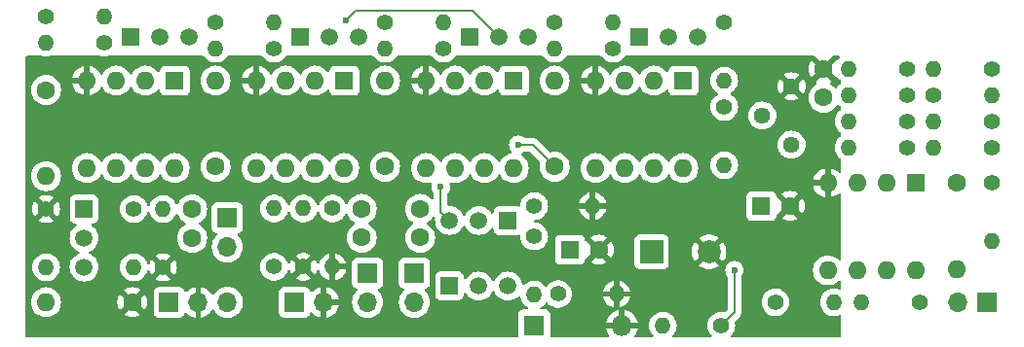
<source format=gbl>
G04 #@! TF.GenerationSoftware,KiCad,Pcbnew,8.0.2-8.0.2-0~ubuntu22.04.1*
G04 #@! TF.CreationDate,2024-06-08T14:45:23+02:00*
G04 #@! TF.ProjectId,schematic,73636865-6d61-4746-9963-2e6b69636164,rev?*
G04 #@! TF.SameCoordinates,Original*
G04 #@! TF.FileFunction,Copper,L2,Bot*
G04 #@! TF.FilePolarity,Positive*
%FSLAX46Y46*%
G04 Gerber Fmt 4.6, Leading zero omitted, Abs format (unit mm)*
G04 Created by KiCad (PCBNEW 8.0.2-8.0.2-0~ubuntu22.04.1) date 2024-06-08 14:45:23*
%MOMM*%
%LPD*%
G01*
G04 APERTURE LIST*
G04 #@! TA.AperFunction,ComponentPad*
%ADD10R,1.500000X1.500000*%
G04 #@! TD*
G04 #@! TA.AperFunction,ComponentPad*
%ADD11C,1.500000*%
G04 #@! TD*
G04 #@! TA.AperFunction,ComponentPad*
%ADD12C,1.400000*%
G04 #@! TD*
G04 #@! TA.AperFunction,ComponentPad*
%ADD13O,1.400000X1.400000*%
G04 #@! TD*
G04 #@! TA.AperFunction,ComponentPad*
%ADD14R,1.700000X1.700000*%
G04 #@! TD*
G04 #@! TA.AperFunction,ComponentPad*
%ADD15O,1.700000X1.700000*%
G04 #@! TD*
G04 #@! TA.AperFunction,ComponentPad*
%ADD16R,1.600000X1.600000*%
G04 #@! TD*
G04 #@! TA.AperFunction,ComponentPad*
%ADD17O,1.600000X1.600000*%
G04 #@! TD*
G04 #@! TA.AperFunction,ComponentPad*
%ADD18C,1.600000*%
G04 #@! TD*
G04 #@! TA.AperFunction,ComponentPad*
%ADD19R,2.000000X2.000000*%
G04 #@! TD*
G04 #@! TA.AperFunction,ComponentPad*
%ADD20C,2.000000*%
G04 #@! TD*
G04 #@! TA.AperFunction,ComponentPad*
%ADD21C,1.440000*%
G04 #@! TD*
G04 #@! TA.AperFunction,ComponentPad*
%ADD22R,1.800000X1.800000*%
G04 #@! TD*
G04 #@! TA.AperFunction,ComponentPad*
%ADD23O,1.800000X1.800000*%
G04 #@! TD*
G04 #@! TA.AperFunction,ViaPad*
%ADD24C,0.600000*%
G04 #@! TD*
G04 #@! TA.AperFunction,Conductor*
%ADD25C,0.200000*%
G04 #@! TD*
G04 APERTURE END LIST*
D10*
G04 #@! TO.P,Q7,1,E*
G04 #@! TO.N,+7V*
X92456000Y-115422000D03*
D11*
G04 #@! TO.P,Q7,2,B*
G04 #@! TO.N,Net-(D1-K)*
X94996000Y-115422000D03*
G04 #@! TO.P,Q7,3,C*
G04 #@! TO.N,+9V*
X97536000Y-115422000D03*
G04 #@! TD*
D12*
G04 #@! TO.P,R21,1*
G04 #@! TO.N,Net-(R21-Pad1)*
X139573000Y-96520000D03*
D13*
G04 #@! TO.P,R21,2*
G04 #@! TO.N,LFO_OUT1*
X134493000Y-96520000D03*
G04 #@! TD*
D14*
G04 #@! TO.P,SW2,2,B*
G04 #@! TO.N,Net-(SW2A-B)*
X89408000Y-114300000D03*
D15*
G04 #@! TO.P,SW2,3,C*
G04 #@! TO.N,Net-(SW2A-C)*
X89408000Y-116840000D03*
G04 #@! TD*
D12*
G04 #@! TO.P,R31,1*
G04 #@! TO.N,Net-(R22-Pad1)*
X139573000Y-101092000D03*
D13*
G04 #@! TO.P,R31,2*
G04 #@! TO.N,Net-(R30-Pad1)*
X134493000Y-101092000D03*
G04 #@! TD*
D12*
G04 #@! TO.P,R22,1*
G04 #@! TO.N,Net-(R22-Pad1)*
X139573000Y-103378000D03*
D13*
G04 #@! TO.P,R22,2*
G04 #@! TO.N,Net-(C14-Pad1)*
X134493000Y-103378000D03*
G04 #@! TD*
D16*
G04 #@! TO.P,U1,1,NULL*
G04 #@! TO.N,unconnected-(U1-NULL-Pad1)*
X68580000Y-97536000D03*
D17*
G04 #@! TO.P,U1,2,-*
G04 #@! TO.N,Net-(U1--)*
X66040000Y-97536000D03*
G04 #@! TO.P,U1,3,+*
G04 #@! TO.N,Net-(U1-+)*
X63500000Y-97536000D03*
G04 #@! TO.P,U1,4,V-*
G04 #@! TO.N,GND*
X60960000Y-97536000D03*
G04 #@! TO.P,U1,5,NULL*
G04 #@! TO.N,unconnected-(U1-NULL-Pad5)*
X60960000Y-105156000D03*
G04 #@! TO.P,U1,6*
G04 #@! TO.N,Net-(Q3-D)*
X63500000Y-105156000D03*
G04 #@! TO.P,U1,7,V+*
G04 #@! TO.N,+7V*
X66040000Y-105156000D03*
G04 #@! TO.P,U1,8,NC*
G04 #@! TO.N,unconnected-(U1-NC-Pad8)*
X68580000Y-105156000D03*
G04 #@! TD*
D10*
G04 #@! TO.P,Q2,1,D*
G04 #@! TO.N,A_DRY*
X64770000Y-93726000D03*
D11*
G04 #@! TO.P,Q2,2,S*
G04 #@! TO.N,4V*
X67310000Y-93726000D03*
G04 #@! TO.P,Q2,3,G*
G04 #@! TO.N,LFO_OUT1*
X69850000Y-93726000D03*
G04 #@! TD*
D12*
G04 #@! TO.P,R15,1*
G04 #@! TO.N,GND*
X67564000Y-113792000D03*
D13*
G04 #@! TO.P,R15,2*
G04 #@! TO.N,Net-(Q6-B)*
X67564000Y-108712000D03*
G04 #@! TD*
D12*
G04 #@! TO.P,R9,1*
G04 #@! TO.N,Net-(U4--)*
X106680000Y-94742000D03*
D13*
G04 #@! TO.P,R9,2*
G04 #@! TO.N,Net-(R12-Pad1)*
X101600000Y-94742000D03*
G04 #@! TD*
D12*
G04 #@! TO.P,R24,1*
G04 #@! TO.N,Net-(U5-+)*
X139573000Y-106426000D03*
D13*
G04 #@! TO.P,R24,2*
G04 #@! TO.N,Net-(C12-Pad2)*
X139573000Y-111506000D03*
G04 #@! TD*
D18*
G04 #@! TO.P,C12,1*
G04 #@! TO.N,Net-(U5--)*
X136525000Y-106436000D03*
D17*
G04 #@! TO.P,C12,2*
G04 #@! TO.N,Net-(C12-Pad2)*
X136525000Y-113936000D03*
G04 #@! TD*
D12*
G04 #@! TO.P,R25,1*
G04 #@! TO.N,Net-(C14-Pad1)*
X132207000Y-103378000D03*
D13*
G04 #@! TO.P,R25,2*
G04 #@! TO.N,Net-(U5--)*
X127127000Y-103378000D03*
G04 #@! TD*
D19*
G04 #@! TO.P,C10,1*
G04 #@! TO.N,+7V*
X110011200Y-112445800D03*
D20*
G04 #@! TO.P,C10,2*
G04 #@! TO.N,GND*
X115011200Y-112445800D03*
G04 #@! TD*
D18*
G04 #@! TO.P,C1,1*
G04 #@! TO.N,A_DRY*
X57404000Y-98358000D03*
D17*
G04 #@! TO.P,C1,2*
G04 #@! TO.N,Net-(U1-+)*
X57404000Y-105858000D03*
G04 #@! TD*
D12*
G04 #@! TO.P,R4,1*
G04 #@! TO.N,Net-(Q3-D)*
X72136000Y-92456000D03*
D13*
G04 #@! TO.P,R4,2*
G04 #@! TO.N,Net-(U2--)*
X77216000Y-92456000D03*
G04 #@! TD*
D12*
G04 #@! TO.P,R18,1*
G04 #@! TO.N,+7V*
X116078000Y-118872000D03*
D13*
G04 #@! TO.P,R18,2*
G04 #@! TO.N,Net-(Q1-B)*
X110998000Y-118872000D03*
G04 #@! TD*
D21*
G04 #@! TO.P,RV3,1,1*
G04 #@! TO.N,+4V*
X122174000Y-103124000D03*
G04 #@! TO.P,RV3,2,2*
G04 #@! TO.N,Net-(R20-Pad2)*
X119634000Y-100584000D03*
G04 #@! TO.P,RV3,3,3*
G04 #@! TO.N,GND*
X122174000Y-98044000D03*
G04 #@! TD*
D16*
G04 #@! TO.P,U5,1,NULL*
G04 #@! TO.N,unconnected-(U5-NULL-Pad1)*
X132959000Y-106436000D03*
D17*
G04 #@! TO.P,U5,2,-*
G04 #@! TO.N,Net-(U5--)*
X130419000Y-106436000D03*
G04 #@! TO.P,U5,3,+*
G04 #@! TO.N,Net-(U5-+)*
X127879000Y-106436000D03*
G04 #@! TO.P,U5,4,V-*
G04 #@! TO.N,GND*
X125339000Y-106436000D03*
G04 #@! TO.P,U5,5,NULL*
G04 #@! TO.N,unconnected-(U5-NULL-Pad5)*
X125339000Y-114056000D03*
G04 #@! TO.P,U5,6*
G04 #@! TO.N,Net-(R26-Pad2)*
X127879000Y-114056000D03*
G04 #@! TO.P,U5,7,V+*
G04 #@! TO.N,+4V*
X130419000Y-114056000D03*
G04 #@! TO.P,U5,8,NC*
G04 #@! TO.N,unconnected-(U5-NC-Pad8)*
X132959000Y-114056000D03*
G04 #@! TD*
D10*
G04 #@! TO.P,Q1,1,E*
G04 #@! TO.N,+4V*
X97536000Y-109728000D03*
D11*
G04 #@! TO.P,Q1,2,B*
G04 #@! TO.N,Net-(Q1-B)*
X94996000Y-109728000D03*
G04 #@! TO.P,Q1,3,C*
G04 #@! TO.N,+7V*
X92456000Y-109728000D03*
G04 #@! TD*
D12*
G04 #@! TO.P,R14,1*
G04 #@! TO.N,GND*
X57404000Y-108712000D03*
D13*
G04 #@! TO.P,R14,2*
G04 #@! TO.N,A_DRY*
X57404000Y-113792000D03*
G04 #@! TD*
D10*
G04 #@! TO.P,Q4,1,D*
G04 #@! TO.N,Net-(Q4-D)*
X94234000Y-93726000D03*
D11*
G04 #@! TO.P,Q4,2,S*
G04 #@! TO.N,4V*
X96774000Y-93726000D03*
G04 #@! TO.P,Q4,3,G*
G04 #@! TO.N,LFO_OUT1*
X99314000Y-93726000D03*
G04 #@! TD*
D14*
G04 #@! TO.P,RV2,1,1*
G04 #@! TO.N,Net-(R22-Pad1)*
X139192000Y-116840000D03*
D15*
G04 #@! TO.P,RV2,2,2*
G04 #@! TO.N,Net-(R26-Pad1)*
X136652000Y-116840000D03*
G04 #@! TD*
D10*
G04 #@! TO.P,Q6,1,E*
G04 #@! TO.N,A_DRY*
X60706000Y-108712000D03*
D11*
G04 #@! TO.P,Q6,2,B*
G04 #@! TO.N,Net-(Q6-B)*
X60706000Y-111252000D03*
G04 #@! TO.P,Q6,3,C*
G04 #@! TO.N,+7V*
X60706000Y-113792000D03*
G04 #@! TD*
D12*
G04 #@! TO.P,R13,1*
G04 #@! TO.N,4V*
X116332000Y-99822000D03*
D13*
G04 #@! TO.P,R13,2*
G04 #@! TO.N,Net-(R12-Pad1)*
X116332000Y-104902000D03*
G04 #@! TD*
D12*
G04 #@! TO.P,R16,1*
G04 #@! TO.N,+4V*
X99822000Y-108458000D03*
D13*
G04 #@! TO.P,R16,2*
G04 #@! TO.N,GND*
X104902000Y-108458000D03*
G04 #@! TD*
D12*
G04 #@! TO.P,R29,1*
G04 #@! TO.N,LFO_OUT1*
X132207000Y-101092000D03*
D13*
G04 #@! TO.P,R29,2*
G04 #@! TO.N,Net-(R28-Pad1)*
X127127000Y-101092000D03*
G04 #@! TD*
D18*
G04 #@! TO.P,C5,1*
G04 #@! TO.N,Net-(C5-Pad1)*
X89916000Y-108712000D03*
G04 #@! TO.P,C5,2*
G04 #@! TO.N,A_DRY*
X89916000Y-111212000D03*
G04 #@! TD*
D22*
G04 #@! TO.P,D1,1,K*
G04 #@! TO.N,Net-(D1-K)*
X99822000Y-118872000D03*
D23*
G04 #@! TO.P,D1,2,A*
G04 #@! TO.N,GND*
X107442000Y-118872000D03*
G04 #@! TD*
D12*
G04 #@! TO.P,R8,1*
G04 #@! TO.N,Net-(Q5-D)*
X101600000Y-92456000D03*
D13*
G04 #@! TO.P,R8,2*
G04 #@! TO.N,Net-(U4--)*
X106680000Y-92456000D03*
G04 #@! TD*
D15*
G04 #@! TO.P,J2,R*
G04 #@! TO.N,GND*
X70627000Y-116840000D03*
G04 #@! TO.P,J2,S*
G04 #@! TO.N,Net-(BT1--)*
X73167000Y-116840000D03*
D14*
G04 #@! TO.P,J2,T*
G04 #@! TO.N,Net-(C7-Pad2)*
X68087000Y-116840000D03*
G04 #@! TD*
D12*
G04 #@! TO.P,R11,1*
G04 #@! TO.N,Net-(SW2A-B)*
X82296000Y-108672000D03*
D13*
G04 #@! TO.P,R11,2*
G04 #@! TO.N,GND*
X82296000Y-113752000D03*
G04 #@! TD*
D18*
G04 #@! TO.P,C11,1*
G04 #@! TO.N,GND*
X124968000Y-96520000D03*
G04 #@! TO.P,C11,2*
G04 #@! TO.N,LFO_OUT1*
X124968000Y-99020000D03*
G04 #@! TD*
D12*
G04 #@! TO.P,R19,1*
G04 #@! TO.N,+9V*
X99822000Y-111104000D03*
D13*
G04 #@! TO.P,R19,2*
G04 #@! TO.N,Net-(D1-K)*
X99822000Y-116184000D03*
G04 #@! TD*
D18*
G04 #@! TO.P,C7,1*
G04 #@! TO.N,Net-(Q6-B)*
X70104000Y-108752000D03*
G04 #@! TO.P,C7,2*
G04 #@! TO.N,Net-(C7-Pad2)*
X70104000Y-111252000D03*
G04 #@! TD*
D10*
G04 #@! TO.P,Q5,1,D*
G04 #@! TO.N,Net-(Q5-D)*
X108966000Y-93726000D03*
D11*
G04 #@! TO.P,Q5,2,S*
G04 #@! TO.N,4V*
X111506000Y-93726000D03*
G04 #@! TO.P,Q5,3,G*
G04 #@! TO.N,LFO_OUT1*
X114046000Y-93726000D03*
G04 #@! TD*
D18*
G04 #@! TO.P,C8,1*
G04 #@! TO.N,GND*
X64904000Y-116840000D03*
D17*
G04 #@! TO.P,C8,2*
G04 #@! TO.N,Net-(Q6-B)*
X57404000Y-116840000D03*
G04 #@! TD*
D18*
G04 #@! TO.P,C6,1*
G04 #@! TO.N,A_WET*
X84836000Y-108712000D03*
G04 #@! TO.P,C6,2*
G04 #@! TO.N,Net-(SW2A-B)*
X84836000Y-111212000D03*
G04 #@! TD*
G04 #@! TO.P,C2,1*
G04 #@! TO.N,Net-(Q3-D)*
X72136000Y-105036000D03*
D17*
G04 #@! TO.P,C2,2*
G04 #@! TO.N,Net-(U2-+)*
X72136000Y-97536000D03*
G04 #@! TD*
D12*
G04 #@! TO.P,R3,1*
G04 #@! TO.N,Net-(U1--)*
X62484000Y-94234000D03*
D13*
G04 #@! TO.P,R3,2*
G04 #@! TO.N,Net-(Q3-D)*
X57404000Y-94234000D03*
G04 #@! TD*
D12*
G04 #@! TO.P,R23,1*
G04 #@! TO.N,Net-(U5-+)*
X120777000Y-116840000D03*
D13*
G04 #@! TO.P,R23,2*
G04 #@! TO.N,+4V*
X125857000Y-116840000D03*
G04 #@! TD*
D18*
G04 #@! TO.P,C4,1*
G04 #@! TO.N,Net-(Q5-D)*
X101600000Y-105036000D03*
D17*
G04 #@! TO.P,C4,2*
G04 #@! TO.N,Net-(U4-+)*
X101600000Y-97536000D03*
G04 #@! TD*
D16*
G04 #@! TO.P,U4,1,NULL*
G04 #@! TO.N,unconnected-(U4-NULL-Pad1)*
X112776000Y-97536000D03*
D17*
G04 #@! TO.P,U4,2,-*
G04 #@! TO.N,Net-(U4--)*
X110236000Y-97536000D03*
G04 #@! TO.P,U4,3,+*
G04 #@! TO.N,Net-(U4-+)*
X107696000Y-97536000D03*
G04 #@! TO.P,U4,4,V-*
G04 #@! TO.N,GND*
X105156000Y-97536000D03*
G04 #@! TO.P,U4,5,NULL*
G04 #@! TO.N,unconnected-(U4-NULL-Pad5)*
X105156000Y-105156000D03*
G04 #@! TO.P,U4,6*
G04 #@! TO.N,A_WET*
X107696000Y-105156000D03*
G04 #@! TO.P,U4,7,V+*
G04 #@! TO.N,+7V*
X110236000Y-105156000D03*
G04 #@! TO.P,U4,8,NC*
G04 #@! TO.N,unconnected-(U4-NC-Pad8)*
X112776000Y-105156000D03*
G04 #@! TD*
D12*
G04 #@! TO.P,R20,1*
G04 #@! TO.N,Net-(R20-Pad1)*
X132207000Y-96520000D03*
D13*
G04 #@! TO.P,R20,2*
G04 #@! TO.N,Net-(R20-Pad2)*
X127127000Y-96520000D03*
G04 #@! TD*
D12*
G04 #@! TO.P,R17,1*
G04 #@! TO.N,Net-(Q1-B)*
X101904800Y-116128800D03*
D13*
G04 #@! TO.P,R17,2*
G04 #@! TO.N,GND*
X106984800Y-116128800D03*
G04 #@! TD*
D12*
G04 #@! TO.P,R1,1*
G04 #@! TO.N,A_DRY*
X57404000Y-91948000D03*
D13*
G04 #@! TO.P,R1,2*
G04 #@! TO.N,Net-(U1--)*
X62484000Y-91948000D03*
G04 #@! TD*
D16*
G04 #@! TO.P,C9,1*
G04 #@! TO.N,+4V*
X102934888Y-112268000D03*
D18*
G04 #@! TO.P,C9,2*
G04 #@! TO.N,GND*
X105434888Y-112268000D03*
G04 #@! TD*
D16*
G04 #@! TO.P,C14,1*
G04 #@! TO.N,Net-(C14-Pad1)*
X119547000Y-108458000D03*
D18*
G04 #@! TO.P,C14,2*
G04 #@! TO.N,GND*
X122047000Y-108458000D03*
G04 #@! TD*
D12*
G04 #@! TO.P,R7,1*
G04 #@! TO.N,Net-(U3--)*
X91948000Y-94742000D03*
D13*
G04 #@! TO.P,R7,2*
G04 #@! TO.N,Net-(Q5-D)*
X86868000Y-94742000D03*
G04 #@! TD*
D12*
G04 #@! TO.P,R6,1*
G04 #@! TO.N,Net-(Q4-D)*
X86868000Y-92456000D03*
D13*
G04 #@! TO.P,R6,2*
G04 #@! TO.N,Net-(U3--)*
X91948000Y-92456000D03*
G04 #@! TD*
D18*
G04 #@! TO.P,C3,1*
G04 #@! TO.N,Net-(Q4-D)*
X86868000Y-105036000D03*
D17*
G04 #@! TO.P,C3,2*
G04 #@! TO.N,Net-(U3-+)*
X86868000Y-97536000D03*
G04 #@! TD*
D10*
G04 #@! TO.P,Q3,1,D*
G04 #@! TO.N,Net-(Q3-D)*
X79502000Y-93726000D03*
D11*
G04 #@! TO.P,Q3,2,S*
G04 #@! TO.N,4V*
X82042000Y-93726000D03*
G04 #@! TO.P,Q3,3,G*
G04 #@! TO.N,LFO_OUT1*
X84582000Y-93726000D03*
G04 #@! TD*
D12*
G04 #@! TO.P,R28,1*
G04 #@! TO.N,Net-(R28-Pad1)*
X132207000Y-98806000D03*
D13*
G04 #@! TO.P,R28,2*
G04 #@! TO.N,Net-(R20-Pad1)*
X127127000Y-98806000D03*
G04 #@! TD*
D12*
G04 #@! TO.P,R12,1*
G04 #@! TO.N,Net-(R12-Pad1)*
X116332000Y-92456000D03*
D13*
G04 #@! TO.P,R12,2*
G04 #@! TO.N,A_WET*
X116332000Y-97536000D03*
G04 #@! TD*
D12*
G04 #@! TO.P,R5,1*
G04 #@! TO.N,Net-(U2--)*
X77216000Y-94742000D03*
D13*
G04 #@! TO.P,R5,2*
G04 #@! TO.N,Net-(Q4-D)*
X72136000Y-94742000D03*
G04 #@! TD*
D16*
G04 #@! TO.P,U2,1,NULL*
G04 #@! TO.N,unconnected-(U2-NULL-Pad1)*
X83312000Y-97536000D03*
D17*
G04 #@! TO.P,U2,2,-*
G04 #@! TO.N,Net-(U2--)*
X80772000Y-97536000D03*
G04 #@! TO.P,U2,3,+*
G04 #@! TO.N,Net-(U2-+)*
X78232000Y-97536000D03*
G04 #@! TO.P,U2,4,V-*
G04 #@! TO.N,GND*
X75692000Y-97536000D03*
G04 #@! TO.P,U2,5,NULL*
G04 #@! TO.N,unconnected-(U2-NULL-Pad5)*
X75692000Y-105156000D03*
G04 #@! TO.P,U2,6*
G04 #@! TO.N,Net-(Q4-D)*
X78232000Y-105156000D03*
G04 #@! TO.P,U2,7,V+*
G04 #@! TO.N,+7V*
X80772000Y-105156000D03*
G04 #@! TO.P,U2,8,NC*
G04 #@! TO.N,unconnected-(U2-NC-Pad8)*
X83312000Y-105156000D03*
G04 #@! TD*
D12*
G04 #@! TO.P,R26,1*
G04 #@! TO.N,Net-(R26-Pad1)*
X133350000Y-116840000D03*
D13*
G04 #@! TO.P,R26,2*
G04 #@! TO.N,Net-(R26-Pad2)*
X128270000Y-116840000D03*
G04 #@! TD*
D12*
G04 #@! TO.P,R10,1*
G04 #@! TO.N,GND*
X79756000Y-113752000D03*
D13*
G04 #@! TO.P,R10,2*
G04 #@! TO.N,Net-(C5-Pad1)*
X79756000Y-108672000D03*
G04 #@! TD*
D12*
G04 #@! TO.P,R27,1*
G04 #@! TO.N,Net-(Q6-B)*
X65024000Y-108712000D03*
D13*
G04 #@! TO.P,R27,2*
G04 #@! TO.N,+7V*
X65024000Y-113792000D03*
G04 #@! TD*
D14*
G04 #@! TO.P,BT1,1,+*
G04 #@! TO.N,+9V*
X73152000Y-109469000D03*
D15*
G04 #@! TO.P,BT1,2,-*
G04 #@! TO.N,Net-(BT1--)*
X73152000Y-112009000D03*
G04 #@! TD*
G04 #@! TO.P,J1,R*
G04 #@! TO.N,GND*
X81534000Y-116840000D03*
D14*
G04 #@! TO.P,J1,T*
G04 #@! TO.N,Net-(J1-PadT)*
X78994000Y-116840000D03*
G04 #@! TD*
D16*
G04 #@! TO.P,U3,1,NULL*
G04 #@! TO.N,unconnected-(U3-NULL-Pad1)*
X98044000Y-97536000D03*
D17*
G04 #@! TO.P,U3,2,-*
G04 #@! TO.N,Net-(U3--)*
X95504000Y-97536000D03*
G04 #@! TO.P,U3,3,+*
G04 #@! TO.N,Net-(U3-+)*
X92964000Y-97536000D03*
G04 #@! TO.P,U3,4,V-*
G04 #@! TO.N,GND*
X90424000Y-97536000D03*
G04 #@! TO.P,U3,5,NULL*
G04 #@! TO.N,unconnected-(U3-NULL-Pad5)*
X90424000Y-105156000D03*
G04 #@! TO.P,U3,6*
G04 #@! TO.N,Net-(Q5-D)*
X92964000Y-105156000D03*
G04 #@! TO.P,U3,7,V+*
G04 #@! TO.N,+7V*
X95504000Y-105156000D03*
G04 #@! TO.P,U3,8,NC*
G04 #@! TO.N,unconnected-(U3-NC-Pad8)*
X98044000Y-105156000D03*
G04 #@! TD*
D12*
G04 #@! TO.P,R2,1*
G04 #@! TO.N,Net-(J1-PadT)*
X77216000Y-113752000D03*
D13*
G04 #@! TO.P,R2,2*
G04 #@! TO.N,Net-(C5-Pad1)*
X77216000Y-108672000D03*
G04 #@! TD*
D12*
G04 #@! TO.P,R30,1*
G04 #@! TO.N,Net-(R30-Pad1)*
X134493000Y-98806000D03*
D13*
G04 #@! TO.P,R30,2*
G04 #@! TO.N,Net-(R21-Pad1)*
X139573000Y-98806000D03*
G04 #@! TD*
D14*
G04 #@! TO.P,RV1,1,1*
G04 #@! TO.N,Net-(SW2A-C)*
X85344000Y-114300000D03*
D15*
G04 #@! TO.P,RV1,2,2*
G04 #@! TO.N,Net-(J1-PadT)*
X85344000Y-116840000D03*
G04 #@! TD*
D24*
G04 #@! TO.N,4V*
X83439000Y-92329000D03*
G04 #@! TO.N,Net-(Q5-D)*
X98425000Y-103124000D03*
G04 #@! TO.N,+7V*
X91694000Y-106807000D03*
X117221000Y-114046000D03*
G04 #@! TD*
D25*
G04 #@! TO.N,4V*
X83439000Y-92329000D02*
X84312000Y-91456000D01*
X84312000Y-91456000D02*
X94504000Y-91456000D01*
X94504000Y-91456000D02*
X96774000Y-93726000D01*
G04 #@! TO.N,Net-(Q5-D)*
X98425000Y-103124000D02*
X99688000Y-103124000D01*
X99688000Y-103124000D02*
X101600000Y-105036000D01*
G04 #@! TO.N,+7V*
X91694000Y-108966000D02*
X92456000Y-109728000D01*
X91694000Y-106807000D02*
X91694000Y-108966000D01*
X117221000Y-114046000D02*
X117221000Y-117729000D01*
X117221000Y-117729000D02*
X116078000Y-118872000D01*
G04 #@! TD*
G04 #@! TA.AperFunction,Conductor*
G04 #@! TO.N,GND*
G36*
X57052774Y-95385371D02*
G01*
X57074060Y-95393618D01*
X57292757Y-95434500D01*
X57292759Y-95434500D01*
X57515241Y-95434500D01*
X57515243Y-95434500D01*
X57733940Y-95393618D01*
X57755225Y-95385371D01*
X57800016Y-95377000D01*
X62087984Y-95377000D01*
X62132774Y-95385371D01*
X62154060Y-95393618D01*
X62372757Y-95434500D01*
X62372759Y-95434500D01*
X62595241Y-95434500D01*
X62595243Y-95434500D01*
X62813940Y-95393618D01*
X62835225Y-95385371D01*
X62880016Y-95377000D01*
X71049432Y-95377000D01*
X71116471Y-95396685D01*
X71148386Y-95426273D01*
X71218143Y-95518647D01*
X71245021Y-95554238D01*
X71245025Y-95554242D01*
X71409437Y-95704123D01*
X71409439Y-95704125D01*
X71598595Y-95821245D01*
X71598596Y-95821245D01*
X71598599Y-95821247D01*
X71806060Y-95901618D01*
X72024757Y-95942500D01*
X72024759Y-95942500D01*
X72247241Y-95942500D01*
X72247243Y-95942500D01*
X72465940Y-95901618D01*
X72673401Y-95821247D01*
X72862562Y-95704124D01*
X73026981Y-95554236D01*
X73123614Y-95426273D01*
X73179723Y-95384637D01*
X73222568Y-95377000D01*
X76129432Y-95377000D01*
X76196471Y-95396685D01*
X76228386Y-95426273D01*
X76298143Y-95518647D01*
X76325021Y-95554238D01*
X76325025Y-95554242D01*
X76489437Y-95704123D01*
X76489439Y-95704125D01*
X76678595Y-95821245D01*
X76678596Y-95821245D01*
X76678599Y-95821247D01*
X76886060Y-95901618D01*
X77104757Y-95942500D01*
X77104759Y-95942500D01*
X77327241Y-95942500D01*
X77327243Y-95942500D01*
X77545940Y-95901618D01*
X77753401Y-95821247D01*
X77942562Y-95704124D01*
X78106981Y-95554236D01*
X78203614Y-95426273D01*
X78259723Y-95384637D01*
X78302568Y-95377000D01*
X85781432Y-95377000D01*
X85848471Y-95396685D01*
X85880386Y-95426273D01*
X85950143Y-95518647D01*
X85977021Y-95554238D01*
X85977025Y-95554242D01*
X86141437Y-95704123D01*
X86141439Y-95704125D01*
X86330595Y-95821245D01*
X86330596Y-95821245D01*
X86330599Y-95821247D01*
X86538060Y-95901618D01*
X86756757Y-95942500D01*
X86756759Y-95942500D01*
X86979241Y-95942500D01*
X86979243Y-95942500D01*
X87197940Y-95901618D01*
X87405401Y-95821247D01*
X87594562Y-95704124D01*
X87758981Y-95554236D01*
X87855614Y-95426273D01*
X87911723Y-95384637D01*
X87954568Y-95377000D01*
X90861432Y-95377000D01*
X90928471Y-95396685D01*
X90960386Y-95426273D01*
X91030143Y-95518647D01*
X91057021Y-95554238D01*
X91057025Y-95554242D01*
X91221437Y-95704123D01*
X91221439Y-95704125D01*
X91410595Y-95821245D01*
X91410596Y-95821245D01*
X91410599Y-95821247D01*
X91618060Y-95901618D01*
X91836757Y-95942500D01*
X91836759Y-95942500D01*
X92059241Y-95942500D01*
X92059243Y-95942500D01*
X92277940Y-95901618D01*
X92485401Y-95821247D01*
X92674562Y-95704124D01*
X92838981Y-95554236D01*
X92935614Y-95426273D01*
X92991723Y-95384637D01*
X93034568Y-95377000D01*
X100513432Y-95377000D01*
X100580471Y-95396685D01*
X100612386Y-95426273D01*
X100682143Y-95518647D01*
X100709021Y-95554238D01*
X100709025Y-95554242D01*
X100873437Y-95704123D01*
X100873439Y-95704125D01*
X101062595Y-95821245D01*
X101062596Y-95821245D01*
X101062599Y-95821247D01*
X101270060Y-95901618D01*
X101488757Y-95942500D01*
X101488759Y-95942500D01*
X101711241Y-95942500D01*
X101711243Y-95942500D01*
X101929940Y-95901618D01*
X102137401Y-95821247D01*
X102326562Y-95704124D01*
X102490981Y-95554236D01*
X102587614Y-95426273D01*
X102643723Y-95384637D01*
X102686568Y-95377000D01*
X105593432Y-95377000D01*
X105660471Y-95396685D01*
X105692386Y-95426273D01*
X105762143Y-95518647D01*
X105789021Y-95554238D01*
X105789025Y-95554242D01*
X105953437Y-95704123D01*
X105953439Y-95704125D01*
X106142595Y-95821245D01*
X106142596Y-95821245D01*
X106142599Y-95821247D01*
X106350060Y-95901618D01*
X106568757Y-95942500D01*
X106568759Y-95942500D01*
X106791241Y-95942500D01*
X106791243Y-95942500D01*
X107009940Y-95901618D01*
X107217401Y-95821247D01*
X107406562Y-95704124D01*
X107570981Y-95554236D01*
X107667614Y-95426273D01*
X107723723Y-95384637D01*
X107766568Y-95377000D01*
X124127190Y-95377000D01*
X124194229Y-95396685D01*
X124214871Y-95413319D01*
X124921553Y-96120000D01*
X124915339Y-96120000D01*
X124813606Y-96147259D01*
X124722394Y-96199920D01*
X124647920Y-96274394D01*
X124595259Y-96365606D01*
X124568000Y-96467339D01*
X124568000Y-96473552D01*
X123888974Y-95794526D01*
X123888973Y-95794526D01*
X123837868Y-95867512D01*
X123837866Y-95867516D01*
X123741734Y-96073673D01*
X123741730Y-96073682D01*
X123682860Y-96293389D01*
X123682858Y-96293400D01*
X123663034Y-96519997D01*
X123663034Y-96520002D01*
X123682858Y-96746599D01*
X123682860Y-96746610D01*
X123741730Y-96966317D01*
X123741735Y-96966331D01*
X123837863Y-97172478D01*
X123888974Y-97245472D01*
X124568000Y-96566446D01*
X124568000Y-96572661D01*
X124595259Y-96674394D01*
X124647920Y-96765606D01*
X124722394Y-96840080D01*
X124813606Y-96892741D01*
X124915339Y-96920000D01*
X124921553Y-96920000D01*
X124242526Y-97599025D01*
X124315513Y-97650132D01*
X124315515Y-97650133D01*
X124330973Y-97657341D01*
X124383413Y-97703513D01*
X124402566Y-97770706D01*
X124382351Y-97837587D01*
X124330979Y-97882104D01*
X124315270Y-97889429D01*
X124315265Y-97889432D01*
X124128858Y-98019954D01*
X123967954Y-98180858D01*
X123837432Y-98367265D01*
X123837431Y-98367267D01*
X123741261Y-98573502D01*
X123741258Y-98573511D01*
X123682366Y-98793302D01*
X123682364Y-98793313D01*
X123662532Y-99019998D01*
X123662532Y-99020001D01*
X123682364Y-99246686D01*
X123682366Y-99246697D01*
X123741258Y-99466488D01*
X123741261Y-99466497D01*
X123837431Y-99672732D01*
X123837432Y-99672734D01*
X123967954Y-99859141D01*
X124128858Y-100020045D01*
X124175693Y-100052839D01*
X124315266Y-100150568D01*
X124521504Y-100246739D01*
X124741308Y-100305635D01*
X124903230Y-100319801D01*
X124967998Y-100325468D01*
X124968000Y-100325468D01*
X124968002Y-100325468D01*
X125024673Y-100320509D01*
X125194692Y-100305635D01*
X125414496Y-100246739D01*
X125620734Y-100150568D01*
X125807139Y-100020047D01*
X125968047Y-99859139D01*
X126094525Y-99678507D01*
X126149098Y-99634886D01*
X126218596Y-99627692D01*
X126279633Y-99657995D01*
X126400438Y-99768124D01*
X126433278Y-99788458D01*
X126479912Y-99840482D01*
X126492000Y-99893883D01*
X126492000Y-100004115D01*
X126472315Y-100071154D01*
X126433279Y-100109541D01*
X126400438Y-100129875D01*
X126400437Y-100129876D01*
X126236020Y-100279761D01*
X126101943Y-100457308D01*
X126101938Y-100457316D01*
X126002775Y-100656461D01*
X126002769Y-100656476D01*
X125941885Y-100870462D01*
X125941884Y-100870464D01*
X125921357Y-101091999D01*
X125921357Y-101092000D01*
X125941884Y-101313535D01*
X125941885Y-101313537D01*
X126002769Y-101527523D01*
X126002775Y-101527538D01*
X126101938Y-101726683D01*
X126101943Y-101726691D01*
X126236020Y-101904238D01*
X126400433Y-102054120D01*
X126400435Y-102054122D01*
X126400437Y-102054123D01*
X126400438Y-102054124D01*
X126433278Y-102074458D01*
X126479912Y-102126482D01*
X126492000Y-102179883D01*
X126492000Y-102290115D01*
X126472315Y-102357154D01*
X126433279Y-102395541D01*
X126400438Y-102415875D01*
X126400437Y-102415876D01*
X126236020Y-102565761D01*
X126101943Y-102743308D01*
X126101938Y-102743316D01*
X126002775Y-102942461D01*
X126002769Y-102942476D01*
X125941885Y-103156462D01*
X125941884Y-103156464D01*
X125921357Y-103377999D01*
X125921357Y-103378000D01*
X125941884Y-103599535D01*
X125941885Y-103599537D01*
X126002769Y-103813523D01*
X126002775Y-103813538D01*
X126101938Y-104012683D01*
X126101943Y-104012691D01*
X126236020Y-104190238D01*
X126400433Y-104340120D01*
X126400435Y-104340122D01*
X126400437Y-104340123D01*
X126400438Y-104340124D01*
X126433278Y-104360458D01*
X126479912Y-104412482D01*
X126492000Y-104465883D01*
X126492000Y-105451160D01*
X126472315Y-105518199D01*
X126419511Y-105563954D01*
X126350353Y-105573898D01*
X126286797Y-105544873D01*
X126280319Y-105538841D01*
X126177820Y-105436342D01*
X125991482Y-105305865D01*
X125785328Y-105209734D01*
X125589000Y-105157127D01*
X125589000Y-106120314D01*
X125584606Y-106115920D01*
X125493394Y-106063259D01*
X125391661Y-106036000D01*
X125286339Y-106036000D01*
X125184606Y-106063259D01*
X125093394Y-106115920D01*
X125089000Y-106120314D01*
X125089000Y-105157127D01*
X124892671Y-105209734D01*
X124686517Y-105305865D01*
X124500179Y-105436342D01*
X124339342Y-105597179D01*
X124208865Y-105783517D01*
X124112734Y-105989673D01*
X124112730Y-105989682D01*
X124060127Y-106185999D01*
X124060128Y-106186000D01*
X125023314Y-106186000D01*
X125018920Y-106190394D01*
X124966259Y-106281606D01*
X124939000Y-106383339D01*
X124939000Y-106488661D01*
X124966259Y-106590394D01*
X125018920Y-106681606D01*
X125023314Y-106686000D01*
X124060128Y-106686000D01*
X124112730Y-106882317D01*
X124112734Y-106882326D01*
X124208865Y-107088482D01*
X124339342Y-107274820D01*
X124500179Y-107435657D01*
X124686517Y-107566134D01*
X124892673Y-107662265D01*
X124892682Y-107662269D01*
X125088999Y-107714872D01*
X125089000Y-107714871D01*
X125089000Y-106751686D01*
X125093394Y-106756080D01*
X125184606Y-106808741D01*
X125286339Y-106836000D01*
X125391661Y-106836000D01*
X125493394Y-106808741D01*
X125584606Y-106756080D01*
X125589000Y-106751686D01*
X125589000Y-107714872D01*
X125785317Y-107662269D01*
X125785326Y-107662265D01*
X125991482Y-107566134D01*
X126177820Y-107435657D01*
X126280319Y-107333159D01*
X126341642Y-107299674D01*
X126411334Y-107304658D01*
X126467267Y-107346530D01*
X126491684Y-107411994D01*
X126492000Y-107420840D01*
X126492000Y-113070451D01*
X126472315Y-113137490D01*
X126419511Y-113183245D01*
X126350353Y-113193189D01*
X126286797Y-113164164D01*
X126280319Y-113158132D01*
X126178141Y-113055954D01*
X125991734Y-112925432D01*
X125991732Y-112925431D01*
X125785497Y-112829261D01*
X125785488Y-112829258D01*
X125565697Y-112770366D01*
X125565693Y-112770365D01*
X125565692Y-112770365D01*
X125565691Y-112770364D01*
X125565686Y-112770364D01*
X125339002Y-112750532D01*
X125338998Y-112750532D01*
X125112313Y-112770364D01*
X125112302Y-112770366D01*
X124892511Y-112829258D01*
X124892502Y-112829261D01*
X124686267Y-112925431D01*
X124686265Y-112925432D01*
X124499858Y-113055954D01*
X124338954Y-113216858D01*
X124208432Y-113403265D01*
X124208431Y-113403267D01*
X124112261Y-113609502D01*
X124112258Y-113609511D01*
X124053366Y-113829302D01*
X124053364Y-113829313D01*
X124033532Y-114055998D01*
X124033532Y-114056001D01*
X124053364Y-114282686D01*
X124053366Y-114282697D01*
X124112258Y-114502488D01*
X124112261Y-114502497D01*
X124208431Y-114708732D01*
X124208432Y-114708734D01*
X124338954Y-114895141D01*
X124499858Y-115056045D01*
X124499861Y-115056047D01*
X124686266Y-115186568D01*
X124892504Y-115282739D01*
X125112308Y-115341635D01*
X125267585Y-115355220D01*
X125338998Y-115361468D01*
X125339000Y-115361468D01*
X125339002Y-115361468D01*
X125395673Y-115356509D01*
X125565692Y-115341635D01*
X125785496Y-115282739D01*
X125991734Y-115186568D01*
X126178139Y-115056047D01*
X126217012Y-115017174D01*
X126280319Y-114953868D01*
X126341642Y-114920383D01*
X126411334Y-114925367D01*
X126467267Y-114967239D01*
X126491684Y-115032703D01*
X126492000Y-115041549D01*
X126492000Y-115617545D01*
X126472315Y-115684584D01*
X126419511Y-115730339D01*
X126350353Y-115740283D01*
X126323207Y-115733172D01*
X126220184Y-115693261D01*
X126186940Y-115680382D01*
X125968243Y-115639500D01*
X125745757Y-115639500D01*
X125527060Y-115680382D01*
X125450948Y-115709868D01*
X125319601Y-115760752D01*
X125319595Y-115760754D01*
X125130439Y-115877874D01*
X125130437Y-115877876D01*
X124966020Y-116027761D01*
X124831943Y-116205308D01*
X124831938Y-116205316D01*
X124732775Y-116404461D01*
X124732769Y-116404476D01*
X124671885Y-116618462D01*
X124671884Y-116618464D01*
X124651357Y-116839999D01*
X124651357Y-116840000D01*
X124671884Y-117061535D01*
X124671885Y-117061537D01*
X124732769Y-117275523D01*
X124732775Y-117275538D01*
X124831938Y-117474683D01*
X124831943Y-117474691D01*
X124966020Y-117652238D01*
X125130437Y-117802123D01*
X125130439Y-117802125D01*
X125319595Y-117919245D01*
X125319596Y-117919245D01*
X125319599Y-117919247D01*
X125527060Y-117999618D01*
X125745757Y-118040500D01*
X125745759Y-118040500D01*
X125968241Y-118040500D01*
X125968243Y-118040500D01*
X126186940Y-117999618D01*
X126323206Y-117946827D01*
X126392829Y-117940965D01*
X126454569Y-117973675D01*
X126488824Y-118034571D01*
X126492000Y-118062454D01*
X126492000Y-119799500D01*
X126472315Y-119866539D01*
X126419511Y-119912294D01*
X126368000Y-119923500D01*
X117026602Y-119923500D01*
X116959563Y-119903815D01*
X116913808Y-119851011D01*
X116903864Y-119781853D01*
X116932889Y-119718297D01*
X116943064Y-119707863D01*
X116968979Y-119684238D01*
X117077443Y-119540609D01*
X117103058Y-119506689D01*
X117202229Y-119307528D01*
X117263115Y-119093536D01*
X117283643Y-118872000D01*
X117263115Y-118650464D01*
X117257729Y-118631534D01*
X117258315Y-118561669D01*
X117289312Y-118509921D01*
X117589713Y-118209521D01*
X117589716Y-118209520D01*
X117701520Y-118097716D01*
X117751639Y-118010904D01*
X117780577Y-117960785D01*
X117821500Y-117808057D01*
X117821500Y-117649943D01*
X117821500Y-116839999D01*
X119571357Y-116839999D01*
X119571357Y-116840000D01*
X119591884Y-117061535D01*
X119591885Y-117061537D01*
X119652769Y-117275523D01*
X119652775Y-117275538D01*
X119751938Y-117474683D01*
X119751943Y-117474691D01*
X119886020Y-117652238D01*
X120050437Y-117802123D01*
X120050439Y-117802125D01*
X120239595Y-117919245D01*
X120239596Y-117919245D01*
X120239599Y-117919247D01*
X120447060Y-117999618D01*
X120665757Y-118040500D01*
X120665759Y-118040500D01*
X120888241Y-118040500D01*
X120888243Y-118040500D01*
X121106940Y-117999618D01*
X121314401Y-117919247D01*
X121503562Y-117802124D01*
X121667981Y-117652236D01*
X121802058Y-117474689D01*
X121901229Y-117275528D01*
X121962115Y-117061536D01*
X121982643Y-116840000D01*
X121980668Y-116818691D01*
X121962115Y-116618464D01*
X121962114Y-116618462D01*
X121961355Y-116615796D01*
X121901229Y-116404472D01*
X121901224Y-116404461D01*
X121802061Y-116205316D01*
X121802056Y-116205308D01*
X121667979Y-116027761D01*
X121503562Y-115877876D01*
X121503560Y-115877874D01*
X121314404Y-115760754D01*
X121314398Y-115760752D01*
X121106940Y-115680382D01*
X120888243Y-115639500D01*
X120665757Y-115639500D01*
X120447060Y-115680382D01*
X120370948Y-115709868D01*
X120239601Y-115760752D01*
X120239595Y-115760754D01*
X120050439Y-115877874D01*
X120050437Y-115877876D01*
X119886020Y-116027761D01*
X119751943Y-116205308D01*
X119751938Y-116205316D01*
X119652775Y-116404461D01*
X119652769Y-116404476D01*
X119591885Y-116618462D01*
X119591884Y-116618464D01*
X119571357Y-116839999D01*
X117821500Y-116839999D01*
X117821500Y-114628412D01*
X117841185Y-114561373D01*
X117848555Y-114551097D01*
X117850810Y-114548267D01*
X117850816Y-114548262D01*
X117946789Y-114395522D01*
X118006368Y-114225255D01*
X118006810Y-114221331D01*
X118026565Y-114046003D01*
X118026565Y-114045996D01*
X118006369Y-113866750D01*
X118006368Y-113866745D01*
X117980214Y-113792002D01*
X117946789Y-113696478D01*
X117941542Y-113688128D01*
X117892144Y-113609511D01*
X117850816Y-113543738D01*
X117723262Y-113416184D01*
X117700892Y-113402128D01*
X117570523Y-113320211D01*
X117400254Y-113260631D01*
X117400249Y-113260630D01*
X117221004Y-113240435D01*
X117220996Y-113240435D01*
X117041750Y-113260630D01*
X117041745Y-113260631D01*
X116871476Y-113320211D01*
X116718737Y-113416184D01*
X116591184Y-113543737D01*
X116495211Y-113696476D01*
X116435631Y-113866745D01*
X116435630Y-113866750D01*
X116415435Y-114045996D01*
X116415435Y-114046003D01*
X116435630Y-114225249D01*
X116435631Y-114225254D01*
X116495211Y-114395523D01*
X116591185Y-114548263D01*
X116593445Y-114551097D01*
X116594334Y-114553275D01*
X116594889Y-114554158D01*
X116594734Y-114554255D01*
X116619855Y-114615783D01*
X116620500Y-114628412D01*
X116620500Y-117428902D01*
X116600815Y-117495941D01*
X116584181Y-117516584D01*
X116437680Y-117663084D01*
X116376357Y-117696568D01*
X116327215Y-117697291D01*
X116294442Y-117691164D01*
X116189243Y-117671500D01*
X115966757Y-117671500D01*
X115748060Y-117712382D01*
X115616864Y-117763207D01*
X115540601Y-117792752D01*
X115540595Y-117792754D01*
X115351439Y-117909874D01*
X115351437Y-117909876D01*
X115187020Y-118059761D01*
X115052943Y-118237308D01*
X115052938Y-118237316D01*
X114953775Y-118436461D01*
X114953769Y-118436476D01*
X114892885Y-118650462D01*
X114892884Y-118650464D01*
X114872357Y-118871999D01*
X114872357Y-118872000D01*
X114892884Y-119093535D01*
X114892885Y-119093537D01*
X114953769Y-119307523D01*
X114953775Y-119307538D01*
X115052938Y-119506683D01*
X115052943Y-119506691D01*
X115187020Y-119684238D01*
X115212936Y-119707863D01*
X115249218Y-119767574D01*
X115247457Y-119837422D01*
X115208214Y-119895229D01*
X115143947Y-119922644D01*
X115129398Y-119923500D01*
X111946602Y-119923500D01*
X111879563Y-119903815D01*
X111833808Y-119851011D01*
X111823864Y-119781853D01*
X111852889Y-119718297D01*
X111863064Y-119707863D01*
X111888979Y-119684238D01*
X111997443Y-119540609D01*
X112023058Y-119506689D01*
X112122229Y-119307528D01*
X112183115Y-119093536D01*
X112203643Y-118872000D01*
X112183115Y-118650464D01*
X112122229Y-118436472D01*
X112115023Y-118422000D01*
X112023061Y-118237316D01*
X112023056Y-118237308D01*
X111888979Y-118059761D01*
X111724562Y-117909876D01*
X111724560Y-117909874D01*
X111535404Y-117792754D01*
X111535398Y-117792752D01*
X111327940Y-117712382D01*
X111109243Y-117671500D01*
X110886757Y-117671500D01*
X110668060Y-117712382D01*
X110536864Y-117763207D01*
X110460601Y-117792752D01*
X110460595Y-117792754D01*
X110271439Y-117909874D01*
X110271437Y-117909876D01*
X110107020Y-118059761D01*
X109972943Y-118237308D01*
X109972938Y-118237316D01*
X109873775Y-118436461D01*
X109873769Y-118436476D01*
X109812885Y-118650462D01*
X109812884Y-118650464D01*
X109792357Y-118871999D01*
X109792357Y-118872000D01*
X109812884Y-119093535D01*
X109812885Y-119093537D01*
X109873769Y-119307523D01*
X109873775Y-119307538D01*
X109972938Y-119506683D01*
X109972943Y-119506691D01*
X110107020Y-119684238D01*
X110132936Y-119707863D01*
X110169218Y-119767574D01*
X110167457Y-119837422D01*
X110128214Y-119895229D01*
X110063947Y-119922644D01*
X110049398Y-119923500D01*
X108656461Y-119923500D01*
X108589422Y-119903815D01*
X108543667Y-119851011D01*
X108533723Y-119781853D01*
X108552652Y-119731679D01*
X108677483Y-119540609D01*
X108770682Y-119328135D01*
X108822883Y-119122000D01*
X107817278Y-119122000D01*
X107861333Y-119045694D01*
X107892000Y-118931244D01*
X107892000Y-118812756D01*
X107861333Y-118698306D01*
X107817278Y-118622000D01*
X108822883Y-118622000D01*
X108770682Y-118415864D01*
X108677483Y-118203390D01*
X108550585Y-118009157D01*
X108393441Y-117838454D01*
X108393437Y-117838451D01*
X108210355Y-117695952D01*
X108210351Y-117695949D01*
X108006302Y-117585523D01*
X108006293Y-117585520D01*
X107786861Y-117510188D01*
X107692000Y-117494359D01*
X107692000Y-118496722D01*
X107615694Y-118452667D01*
X107501244Y-118422000D01*
X107382756Y-118422000D01*
X107268306Y-118452667D01*
X107192000Y-118496722D01*
X107192000Y-117481828D01*
X107152399Y-117500967D01*
X107097138Y-117510188D01*
X106877706Y-117585520D01*
X106877697Y-117585523D01*
X106673648Y-117695949D01*
X106673644Y-117695952D01*
X106490562Y-117838451D01*
X106490558Y-117838454D01*
X106333414Y-118009157D01*
X106206516Y-118203390D01*
X106113317Y-118415864D01*
X106061117Y-118622000D01*
X107066722Y-118622000D01*
X107022667Y-118698306D01*
X106992000Y-118812756D01*
X106992000Y-118931244D01*
X107022667Y-119045694D01*
X107066722Y-119122000D01*
X106061117Y-119122000D01*
X106113317Y-119328135D01*
X106206516Y-119540609D01*
X106331348Y-119731679D01*
X106351535Y-119798568D01*
X106332355Y-119865754D01*
X106279897Y-119911904D01*
X106227539Y-119923500D01*
X101346500Y-119923500D01*
X101279461Y-119903815D01*
X101233706Y-119851011D01*
X101222500Y-119799500D01*
X101222499Y-117924129D01*
X101222498Y-117924123D01*
X101222497Y-117924116D01*
X101216091Y-117864517D01*
X101206964Y-117840047D01*
X101165797Y-117729671D01*
X101165793Y-117729664D01*
X101079547Y-117614455D01*
X101079544Y-117614452D01*
X100964335Y-117528206D01*
X100964328Y-117528202D01*
X100829482Y-117477908D01*
X100829483Y-117477908D01*
X100769883Y-117471501D01*
X100769881Y-117471500D01*
X100769873Y-117471500D01*
X100769865Y-117471500D01*
X100458875Y-117471500D01*
X100391836Y-117451815D01*
X100346081Y-117399011D01*
X100336137Y-117329853D01*
X100365162Y-117266297D01*
X100393598Y-117242073D01*
X100448552Y-117208047D01*
X100548562Y-117146124D01*
X100712981Y-116996236D01*
X100785289Y-116900485D01*
X100841396Y-116858849D01*
X100911108Y-116854157D01*
X100972290Y-116887899D01*
X100983196Y-116900485D01*
X101001587Y-116924838D01*
X101013565Y-116940700D01*
X101013820Y-116941037D01*
X101074373Y-116996238D01*
X101177224Y-117090000D01*
X101178237Y-117090923D01*
X101178239Y-117090925D01*
X101367395Y-117208045D01*
X101367396Y-117208045D01*
X101367399Y-117208047D01*
X101574860Y-117288418D01*
X101793557Y-117329300D01*
X101793559Y-117329300D01*
X102016041Y-117329300D01*
X102016043Y-117329300D01*
X102099120Y-117313770D01*
X107234800Y-117313770D01*
X107270911Y-117296102D01*
X107314603Y-117287935D01*
X107521977Y-117207598D01*
X107521979Y-117207597D01*
X107711061Y-117090521D01*
X107875408Y-116940700D01*
X108009431Y-116763225D01*
X108108560Y-116564149D01*
X108161295Y-116378800D01*
X107234800Y-116378800D01*
X107234800Y-117313770D01*
X102099120Y-117313770D01*
X102234740Y-117288418D01*
X102442201Y-117208047D01*
X102631362Y-117090924D01*
X102795781Y-116941036D01*
X102929858Y-116763489D01*
X103029029Y-116564328D01*
X103081816Y-116378800D01*
X105808305Y-116378800D01*
X105861039Y-116564149D01*
X105960168Y-116763225D01*
X106094191Y-116940700D01*
X106258538Y-117090521D01*
X106447620Y-117207597D01*
X106447622Y-117207598D01*
X106654995Y-117287935D01*
X106734800Y-117302852D01*
X106734800Y-116378800D01*
X105808305Y-116378800D01*
X103081816Y-116378800D01*
X103089915Y-116350336D01*
X103110443Y-116128800D01*
X103106173Y-116082722D01*
X106634800Y-116082722D01*
X106634800Y-116174878D01*
X106658652Y-116263895D01*
X106704730Y-116343705D01*
X106769895Y-116408870D01*
X106849705Y-116454948D01*
X106938722Y-116478800D01*
X107030878Y-116478800D01*
X107119895Y-116454948D01*
X107199705Y-116408870D01*
X107264870Y-116343705D01*
X107310948Y-116263895D01*
X107334800Y-116174878D01*
X107334800Y-116082722D01*
X107310948Y-115993705D01*
X107264870Y-115913895D01*
X107229775Y-115878800D01*
X107234800Y-115878800D01*
X108161295Y-115878800D01*
X108108560Y-115693450D01*
X108009431Y-115494374D01*
X107875408Y-115316899D01*
X107711061Y-115167078D01*
X107521979Y-115050002D01*
X107521977Y-115050001D01*
X107314599Y-114969664D01*
X107234800Y-114954746D01*
X107234800Y-115878800D01*
X107229775Y-115878800D01*
X107199705Y-115848730D01*
X107119895Y-115802652D01*
X107030878Y-115778800D01*
X106938722Y-115778800D01*
X106849705Y-115802652D01*
X106769895Y-115848730D01*
X106704730Y-115913895D01*
X106658652Y-115993705D01*
X106634800Y-116082722D01*
X103106173Y-116082722D01*
X103089915Y-115907264D01*
X103081816Y-115878800D01*
X105808305Y-115878800D01*
X106734800Y-115878800D01*
X106734800Y-114954746D01*
X106655000Y-114969664D01*
X106447622Y-115050001D01*
X106447620Y-115050002D01*
X106258538Y-115167078D01*
X106094191Y-115316899D01*
X105960168Y-115494374D01*
X105861039Y-115693450D01*
X105808305Y-115878800D01*
X103081816Y-115878800D01*
X103029029Y-115693272D01*
X103029024Y-115693261D01*
X102929861Y-115494116D01*
X102929856Y-115494108D01*
X102795779Y-115316561D01*
X102631362Y-115166676D01*
X102631360Y-115166674D01*
X102442204Y-115049554D01*
X102442198Y-115049552D01*
X102234740Y-114969182D01*
X102016043Y-114928300D01*
X101793557Y-114928300D01*
X101574860Y-114969182D01*
X101514236Y-114992668D01*
X101367401Y-115049552D01*
X101367395Y-115049554D01*
X101178239Y-115166674D01*
X101178237Y-115166676D01*
X101013820Y-115316562D01*
X100941511Y-115412314D01*
X100885401Y-115453950D01*
X100815689Y-115458641D01*
X100754508Y-115424899D01*
X100743603Y-115412314D01*
X100712979Y-115371761D01*
X100548562Y-115221876D01*
X100548560Y-115221874D01*
X100359404Y-115104754D01*
X100359398Y-115104752D01*
X100151940Y-115024382D01*
X99933243Y-114983500D01*
X99710757Y-114983500D01*
X99492060Y-115024382D01*
X99360864Y-115075207D01*
X99284601Y-115104752D01*
X99284595Y-115104754D01*
X99095441Y-115221873D01*
X98982750Y-115324604D01*
X98919945Y-115355220D01*
X98850558Y-115347022D01*
X98796618Y-115302612D01*
X98775684Y-115243772D01*
X98773768Y-115221874D01*
X98772207Y-115204023D01*
X98715575Y-114992670D01*
X98623102Y-114794362D01*
X98623100Y-114794359D01*
X98623099Y-114794357D01*
X98497599Y-114615124D01*
X98430737Y-114548262D01*
X98342877Y-114460402D01*
X98163639Y-114334898D01*
X98163640Y-114334898D01*
X98163638Y-114334897D01*
X98064484Y-114288661D01*
X97965330Y-114242425D01*
X97965326Y-114242424D01*
X97965322Y-114242422D01*
X97753977Y-114185793D01*
X97536002Y-114166723D01*
X97535998Y-114166723D01*
X97408151Y-114177908D01*
X97318023Y-114185793D01*
X97318020Y-114185793D01*
X97106677Y-114242422D01*
X97106668Y-114242426D01*
X96908361Y-114334898D01*
X96908357Y-114334900D01*
X96729121Y-114460402D01*
X96574402Y-114615121D01*
X96448900Y-114794357D01*
X96448898Y-114794361D01*
X96378382Y-114945583D01*
X96332209Y-114998022D01*
X96265016Y-115017174D01*
X96198135Y-114996958D01*
X96153618Y-114945583D01*
X96118743Y-114870795D01*
X96083102Y-114794362D01*
X96083100Y-114794359D01*
X96083099Y-114794357D01*
X95957599Y-114615124D01*
X95890737Y-114548262D01*
X95802877Y-114460402D01*
X95623639Y-114334898D01*
X95623640Y-114334898D01*
X95623638Y-114334897D01*
X95524484Y-114288661D01*
X95425330Y-114242425D01*
X95425326Y-114242424D01*
X95425322Y-114242422D01*
X95213977Y-114185793D01*
X94996002Y-114166723D01*
X94995998Y-114166723D01*
X94868151Y-114177908D01*
X94778023Y-114185793D01*
X94778020Y-114185793D01*
X94566677Y-114242422D01*
X94566668Y-114242426D01*
X94368361Y-114334898D01*
X94368357Y-114334900D01*
X94189121Y-114460402D01*
X94034402Y-114615121D01*
X93932074Y-114761262D01*
X93877497Y-114804887D01*
X93807999Y-114812081D01*
X93745644Y-114780558D01*
X93710230Y-114720328D01*
X93706499Y-114690139D01*
X93706499Y-114624129D01*
X93706498Y-114624123D01*
X93706497Y-114624116D01*
X93700091Y-114564517D01*
X93699986Y-114564236D01*
X93649797Y-114429671D01*
X93649793Y-114429664D01*
X93563547Y-114314455D01*
X93563544Y-114314452D01*
X93448335Y-114228206D01*
X93448328Y-114228202D01*
X93313482Y-114177908D01*
X93313483Y-114177908D01*
X93253883Y-114171501D01*
X93253881Y-114171500D01*
X93253873Y-114171500D01*
X93253864Y-114171500D01*
X91658129Y-114171500D01*
X91658123Y-114171501D01*
X91598516Y-114177908D01*
X91463671Y-114228202D01*
X91463664Y-114228206D01*
X91348455Y-114314452D01*
X91348452Y-114314455D01*
X91262206Y-114429664D01*
X91262202Y-114429671D01*
X91211908Y-114564517D01*
X91207638Y-114604238D01*
X91205501Y-114624123D01*
X91205500Y-114624135D01*
X91205500Y-116219870D01*
X91205501Y-116219876D01*
X91211908Y-116279483D01*
X91262202Y-116414328D01*
X91262206Y-116414335D01*
X91348452Y-116529544D01*
X91348455Y-116529547D01*
X91463664Y-116615793D01*
X91463671Y-116615797D01*
X91598517Y-116666091D01*
X91598516Y-116666091D01*
X91605444Y-116666835D01*
X91658127Y-116672500D01*
X93253872Y-116672499D01*
X93313483Y-116666091D01*
X93448331Y-116615796D01*
X93563546Y-116529546D01*
X93649796Y-116414331D01*
X93700091Y-116279483D01*
X93706500Y-116219873D01*
X93706499Y-116153860D01*
X93726183Y-116086824D01*
X93778986Y-116041068D01*
X93848144Y-116031124D01*
X93911700Y-116060148D01*
X93932073Y-116082738D01*
X94028092Y-116219865D01*
X94034402Y-116228877D01*
X94189123Y-116383598D01*
X94368361Y-116509102D01*
X94566670Y-116601575D01*
X94566676Y-116601576D01*
X94566677Y-116601577D01*
X94577944Y-116604596D01*
X94778023Y-116658207D01*
X94960926Y-116674208D01*
X94995998Y-116677277D01*
X94996000Y-116677277D01*
X94996002Y-116677277D01*
X95024254Y-116674805D01*
X95213977Y-116658207D01*
X95425330Y-116601575D01*
X95623639Y-116509102D01*
X95802877Y-116383598D01*
X95957598Y-116228877D01*
X96083102Y-116049639D01*
X96153618Y-115898414D01*
X96199790Y-115845977D01*
X96266984Y-115826825D01*
X96333865Y-115847041D01*
X96378381Y-115898414D01*
X96448898Y-116049639D01*
X96574402Y-116228877D01*
X96729123Y-116383598D01*
X96908361Y-116509102D01*
X97106670Y-116601575D01*
X97106676Y-116601576D01*
X97106677Y-116601577D01*
X97117944Y-116604596D01*
X97318023Y-116658207D01*
X97500926Y-116674208D01*
X97535998Y-116677277D01*
X97536000Y-116677277D01*
X97536002Y-116677277D01*
X97564254Y-116674805D01*
X97753977Y-116658207D01*
X97965330Y-116601575D01*
X98163639Y-116509102D01*
X98342877Y-116383598D01*
X98423314Y-116303160D01*
X98484633Y-116269678D01*
X98554325Y-116274662D01*
X98610259Y-116316533D01*
X98634463Y-116379401D01*
X98636885Y-116405536D01*
X98636885Y-116405537D01*
X98697769Y-116619523D01*
X98697775Y-116619538D01*
X98796938Y-116818683D01*
X98796943Y-116818691D01*
X98931020Y-116996238D01*
X99095437Y-117146123D01*
X99095439Y-117146125D01*
X99250402Y-117242073D01*
X99297038Y-117294100D01*
X99308142Y-117363082D01*
X99280189Y-117427116D01*
X99222054Y-117465873D01*
X99185125Y-117471500D01*
X98874129Y-117471500D01*
X98874123Y-117471501D01*
X98814516Y-117477908D01*
X98679671Y-117528202D01*
X98679664Y-117528206D01*
X98564455Y-117614452D01*
X98564452Y-117614455D01*
X98478206Y-117729664D01*
X98478202Y-117729671D01*
X98427908Y-117864517D01*
X98421501Y-117924116D01*
X98421500Y-117924127D01*
X98421500Y-118871999D01*
X98421501Y-119799500D01*
X98401816Y-119866539D01*
X98349013Y-119912294D01*
X98297501Y-119923500D01*
X55742500Y-119923500D01*
X55675461Y-119903815D01*
X55629706Y-119851011D01*
X55618500Y-119799500D01*
X55618500Y-116839998D01*
X56098532Y-116839998D01*
X56098532Y-116840001D01*
X56118364Y-117066686D01*
X56118366Y-117066697D01*
X56177258Y-117286488D01*
X56177261Y-117286497D01*
X56273431Y-117492732D01*
X56273432Y-117492734D01*
X56403954Y-117679141D01*
X56564858Y-117840045D01*
X56564861Y-117840047D01*
X56751266Y-117970568D01*
X56957504Y-118066739D01*
X57177308Y-118125635D01*
X57339230Y-118139801D01*
X57403998Y-118145468D01*
X57404000Y-118145468D01*
X57404002Y-118145468D01*
X57460673Y-118140509D01*
X57630692Y-118125635D01*
X57850496Y-118066739D01*
X58056734Y-117970568D01*
X58243139Y-117840047D01*
X58404047Y-117679139D01*
X58534568Y-117492734D01*
X58630739Y-117286496D01*
X58689635Y-117066692D01*
X58709468Y-116840000D01*
X58709468Y-116839997D01*
X63599034Y-116839997D01*
X63599034Y-116840002D01*
X63618858Y-117066599D01*
X63618860Y-117066610D01*
X63677730Y-117286317D01*
X63677735Y-117286331D01*
X63773863Y-117492478D01*
X63824974Y-117565472D01*
X64504000Y-116886446D01*
X64504000Y-116892661D01*
X64531259Y-116994394D01*
X64583920Y-117085606D01*
X64658394Y-117160080D01*
X64749606Y-117212741D01*
X64851339Y-117240000D01*
X64857553Y-117240000D01*
X64178526Y-117919025D01*
X64251513Y-117970132D01*
X64251521Y-117970136D01*
X64457668Y-118066264D01*
X64457682Y-118066269D01*
X64677389Y-118125139D01*
X64677400Y-118125141D01*
X64903998Y-118144966D01*
X64904002Y-118144966D01*
X65130599Y-118125141D01*
X65130610Y-118125139D01*
X65350317Y-118066269D01*
X65350331Y-118066264D01*
X65556478Y-117970136D01*
X65629471Y-117919024D01*
X64950447Y-117240000D01*
X64956661Y-117240000D01*
X65058394Y-117212741D01*
X65149606Y-117160080D01*
X65224080Y-117085606D01*
X65276741Y-116994394D01*
X65304000Y-116892661D01*
X65304000Y-116886447D01*
X65983024Y-117565471D01*
X66034136Y-117492478D01*
X66130264Y-117286331D01*
X66130269Y-117286317D01*
X66189139Y-117066610D01*
X66189141Y-117066599D01*
X66208966Y-116840002D01*
X66208966Y-116839997D01*
X66189141Y-116613400D01*
X66189139Y-116613389D01*
X66130269Y-116393682D01*
X66130264Y-116393668D01*
X66034136Y-116187521D01*
X66034132Y-116187513D01*
X65983025Y-116114526D01*
X65304000Y-116793551D01*
X65304000Y-116787339D01*
X65276741Y-116685606D01*
X65224080Y-116594394D01*
X65149606Y-116519920D01*
X65058394Y-116467259D01*
X64956661Y-116440000D01*
X64950448Y-116440000D01*
X65448312Y-115942135D01*
X66736500Y-115942135D01*
X66736500Y-117737870D01*
X66736501Y-117737876D01*
X66742908Y-117797483D01*
X66793202Y-117932328D01*
X66793206Y-117932335D01*
X66879452Y-118047544D01*
X66879455Y-118047547D01*
X66994664Y-118133793D01*
X66994671Y-118133797D01*
X67129517Y-118184091D01*
X67129516Y-118184091D01*
X67136444Y-118184835D01*
X67189127Y-118190500D01*
X68984872Y-118190499D01*
X69044483Y-118184091D01*
X69179331Y-118133796D01*
X69294546Y-118047546D01*
X69380796Y-117932331D01*
X69430002Y-117800401D01*
X69471872Y-117744468D01*
X69537337Y-117720050D01*
X69605610Y-117734901D01*
X69633865Y-117756053D01*
X69755917Y-117878105D01*
X69949421Y-118013600D01*
X70163507Y-118113429D01*
X70163516Y-118113433D01*
X70377000Y-118170634D01*
X70377000Y-117273012D01*
X70434007Y-117305925D01*
X70561174Y-117340000D01*
X70692826Y-117340000D01*
X70819993Y-117305925D01*
X70877000Y-117273012D01*
X70877000Y-118170634D01*
X71090483Y-118113433D01*
X71090492Y-118113429D01*
X71304578Y-118013600D01*
X71498082Y-117878105D01*
X71665105Y-117711082D01*
X71795119Y-117525405D01*
X71849696Y-117481781D01*
X71919195Y-117474588D01*
X71981549Y-117506110D01*
X71998269Y-117525405D01*
X72000229Y-117528204D01*
X72128505Y-117711401D01*
X72295599Y-117878495D01*
X72384815Y-117940965D01*
X72489165Y-118014032D01*
X72489167Y-118014033D01*
X72489170Y-118014035D01*
X72703337Y-118113903D01*
X72931592Y-118175063D01*
X73108034Y-118190500D01*
X73166999Y-118195659D01*
X73167000Y-118195659D01*
X73167001Y-118195659D01*
X73225966Y-118190500D01*
X73402408Y-118175063D01*
X73630663Y-118113903D01*
X73844830Y-118014035D01*
X74038401Y-117878495D01*
X74205495Y-117711401D01*
X74341035Y-117517830D01*
X74440903Y-117303663D01*
X74502063Y-117075408D01*
X74522659Y-116840000D01*
X74520794Y-116818689D01*
X74508004Y-116672498D01*
X74502063Y-116604592D01*
X74440903Y-116376337D01*
X74341035Y-116162171D01*
X74335731Y-116154595D01*
X74205494Y-115968597D01*
X74179032Y-115942135D01*
X77643500Y-115942135D01*
X77643500Y-117737870D01*
X77643501Y-117737876D01*
X77649908Y-117797483D01*
X77700202Y-117932328D01*
X77700206Y-117932335D01*
X77786452Y-118047544D01*
X77786455Y-118047547D01*
X77901664Y-118133793D01*
X77901671Y-118133797D01*
X78036517Y-118184091D01*
X78036516Y-118184091D01*
X78043444Y-118184835D01*
X78096127Y-118190500D01*
X79891872Y-118190499D01*
X79951483Y-118184091D01*
X80086331Y-118133796D01*
X80201546Y-118047546D01*
X80287796Y-117932331D01*
X80337002Y-117800401D01*
X80378872Y-117744468D01*
X80444337Y-117720050D01*
X80512610Y-117734901D01*
X80540865Y-117756053D01*
X80662917Y-117878105D01*
X80856421Y-118013600D01*
X81070507Y-118113429D01*
X81070516Y-118113433D01*
X81284000Y-118170634D01*
X81284000Y-117273012D01*
X81341007Y-117305925D01*
X81468174Y-117340000D01*
X81599826Y-117340000D01*
X81726993Y-117305925D01*
X81784000Y-117273012D01*
X81784000Y-118170633D01*
X81997483Y-118113433D01*
X81997492Y-118113429D01*
X82211578Y-118013600D01*
X82405082Y-117878105D01*
X82572105Y-117711082D01*
X82707600Y-117517578D01*
X82807429Y-117303492D01*
X82807432Y-117303486D01*
X82864636Y-117090000D01*
X81967012Y-117090000D01*
X81999925Y-117032993D01*
X82034000Y-116905826D01*
X82034000Y-116839999D01*
X83988341Y-116839999D01*
X83988341Y-116840000D01*
X84008936Y-117075403D01*
X84008938Y-117075413D01*
X84070094Y-117303655D01*
X84070096Y-117303659D01*
X84070097Y-117303663D01*
X84152448Y-117480265D01*
X84169965Y-117517830D01*
X84169967Y-117517834D01*
X84271673Y-117663084D01*
X84305505Y-117711401D01*
X84472599Y-117878495D01*
X84561815Y-117940965D01*
X84666165Y-118014032D01*
X84666167Y-118014033D01*
X84666170Y-118014035D01*
X84880337Y-118113903D01*
X85108592Y-118175063D01*
X85285034Y-118190500D01*
X85343999Y-118195659D01*
X85344000Y-118195659D01*
X85344001Y-118195659D01*
X85402966Y-118190500D01*
X85579408Y-118175063D01*
X85807663Y-118113903D01*
X86021830Y-118014035D01*
X86215401Y-117878495D01*
X86382495Y-117711401D01*
X86518035Y-117517830D01*
X86617903Y-117303663D01*
X86679063Y-117075408D01*
X86699659Y-116840000D01*
X86699659Y-116839999D01*
X88052341Y-116839999D01*
X88052341Y-116840000D01*
X88072936Y-117075403D01*
X88072938Y-117075413D01*
X88134094Y-117303655D01*
X88134096Y-117303659D01*
X88134097Y-117303663D01*
X88216448Y-117480265D01*
X88233965Y-117517830D01*
X88233967Y-117517834D01*
X88335673Y-117663084D01*
X88369505Y-117711401D01*
X88536599Y-117878495D01*
X88625815Y-117940965D01*
X88730165Y-118014032D01*
X88730167Y-118014033D01*
X88730170Y-118014035D01*
X88944337Y-118113903D01*
X89172592Y-118175063D01*
X89349034Y-118190500D01*
X89407999Y-118195659D01*
X89408000Y-118195659D01*
X89408001Y-118195659D01*
X89466966Y-118190500D01*
X89643408Y-118175063D01*
X89871663Y-118113903D01*
X90085830Y-118014035D01*
X90279401Y-117878495D01*
X90446495Y-117711401D01*
X90582035Y-117517830D01*
X90681903Y-117303663D01*
X90743063Y-117075408D01*
X90763659Y-116840000D01*
X90761794Y-116818689D01*
X90749004Y-116672498D01*
X90743063Y-116604592D01*
X90681903Y-116376337D01*
X90582035Y-116162171D01*
X90576730Y-116154595D01*
X90446496Y-115968600D01*
X90388471Y-115910575D01*
X90324567Y-115846671D01*
X90291084Y-115785351D01*
X90296068Y-115715659D01*
X90337939Y-115659725D01*
X90368915Y-115642810D01*
X90500331Y-115593796D01*
X90615546Y-115507546D01*
X90701796Y-115392331D01*
X90752091Y-115257483D01*
X90758500Y-115197873D01*
X90758499Y-113402128D01*
X90752576Y-113347025D01*
X90752091Y-113342516D01*
X90701797Y-113207671D01*
X90701793Y-113207664D01*
X90615547Y-113092455D01*
X90615544Y-113092452D01*
X90500335Y-113006206D01*
X90500328Y-113006202D01*
X90365482Y-112955908D01*
X90365483Y-112955908D01*
X90305883Y-112949501D01*
X90305881Y-112949500D01*
X90305873Y-112949500D01*
X90305864Y-112949500D01*
X88510129Y-112949500D01*
X88510123Y-112949501D01*
X88450516Y-112955908D01*
X88315671Y-113006202D01*
X88315664Y-113006206D01*
X88200455Y-113092452D01*
X88200452Y-113092455D01*
X88114206Y-113207664D01*
X88114202Y-113207671D01*
X88063908Y-113342517D01*
X88057501Y-113402116D01*
X88057501Y-113402123D01*
X88057500Y-113402135D01*
X88057500Y-115197870D01*
X88057501Y-115197876D01*
X88063908Y-115257483D01*
X88114202Y-115392328D01*
X88114206Y-115392335D01*
X88200452Y-115507544D01*
X88200455Y-115507547D01*
X88315664Y-115593793D01*
X88315671Y-115593797D01*
X88447081Y-115642810D01*
X88503015Y-115684681D01*
X88527432Y-115750145D01*
X88512580Y-115818418D01*
X88491430Y-115846673D01*
X88369503Y-115968600D01*
X88233965Y-116162169D01*
X88233964Y-116162171D01*
X88134098Y-116376335D01*
X88134094Y-116376344D01*
X88072938Y-116604586D01*
X88072936Y-116604596D01*
X88052341Y-116839999D01*
X86699659Y-116839999D01*
X86697794Y-116818689D01*
X86685004Y-116672498D01*
X86679063Y-116604592D01*
X86617903Y-116376337D01*
X86518035Y-116162171D01*
X86512730Y-116154595D01*
X86382496Y-115968600D01*
X86324471Y-115910575D01*
X86260567Y-115846671D01*
X86227084Y-115785351D01*
X86232068Y-115715659D01*
X86273939Y-115659725D01*
X86304915Y-115642810D01*
X86436331Y-115593796D01*
X86551546Y-115507546D01*
X86637796Y-115392331D01*
X86688091Y-115257483D01*
X86694500Y-115197873D01*
X86694499Y-113402128D01*
X86688576Y-113347025D01*
X86688091Y-113342516D01*
X86637797Y-113207671D01*
X86637793Y-113207664D01*
X86551547Y-113092455D01*
X86551544Y-113092452D01*
X86436335Y-113006206D01*
X86436328Y-113006202D01*
X86301482Y-112955908D01*
X86301483Y-112955908D01*
X86241883Y-112949501D01*
X86241881Y-112949500D01*
X86241873Y-112949500D01*
X86241864Y-112949500D01*
X84446129Y-112949500D01*
X84446123Y-112949501D01*
X84386516Y-112955908D01*
X84251671Y-113006202D01*
X84251664Y-113006206D01*
X84136455Y-113092452D01*
X84136452Y-113092455D01*
X84050206Y-113207664D01*
X84050202Y-113207671D01*
X83999908Y-113342517D01*
X83993501Y-113402116D01*
X83993501Y-113402123D01*
X83993500Y-113402135D01*
X83993500Y-115197870D01*
X83993501Y-115197876D01*
X83999908Y-115257483D01*
X84050202Y-115392328D01*
X84050206Y-115392335D01*
X84136452Y-115507544D01*
X84136455Y-115507547D01*
X84251664Y-115593793D01*
X84251671Y-115593797D01*
X84383081Y-115642810D01*
X84439015Y-115684681D01*
X84463432Y-115750145D01*
X84448580Y-115818418D01*
X84427430Y-115846673D01*
X84305503Y-115968600D01*
X84169965Y-116162169D01*
X84169964Y-116162171D01*
X84070098Y-116376335D01*
X84070094Y-116376344D01*
X84008938Y-116604586D01*
X84008936Y-116604596D01*
X83988341Y-116839999D01*
X82034000Y-116839999D01*
X82034000Y-116774174D01*
X81999925Y-116647007D01*
X81967012Y-116590000D01*
X82864636Y-116590000D01*
X82864635Y-116589999D01*
X82807432Y-116376513D01*
X82807429Y-116376507D01*
X82707600Y-116162422D01*
X82707599Y-116162420D01*
X82572113Y-115968926D01*
X82572108Y-115968920D01*
X82405082Y-115801894D01*
X82211578Y-115666399D01*
X81997492Y-115566570D01*
X81997486Y-115566567D01*
X81784000Y-115509364D01*
X81784000Y-116406988D01*
X81726993Y-116374075D01*
X81599826Y-116340000D01*
X81468174Y-116340000D01*
X81341007Y-116374075D01*
X81284000Y-116406988D01*
X81284000Y-115509364D01*
X81283999Y-115509364D01*
X81070513Y-115566567D01*
X81070507Y-115566570D01*
X80856422Y-115666399D01*
X80856420Y-115666400D01*
X80662926Y-115801886D01*
X80540865Y-115923947D01*
X80479542Y-115957431D01*
X80409850Y-115952447D01*
X80353917Y-115910575D01*
X80337002Y-115879598D01*
X80336704Y-115878800D01*
X80307874Y-115801501D01*
X80287797Y-115747671D01*
X80287793Y-115747664D01*
X80201547Y-115632455D01*
X80201544Y-115632452D01*
X80086335Y-115546206D01*
X80086328Y-115546202D01*
X79951482Y-115495908D01*
X79951483Y-115495908D01*
X79891883Y-115489501D01*
X79891881Y-115489500D01*
X79891873Y-115489500D01*
X79891864Y-115489500D01*
X78096129Y-115489500D01*
X78096123Y-115489501D01*
X78036516Y-115495908D01*
X77901671Y-115546202D01*
X77901664Y-115546206D01*
X77786455Y-115632452D01*
X77786452Y-115632455D01*
X77700206Y-115747664D01*
X77700202Y-115747671D01*
X77649908Y-115882517D01*
X77643501Y-115942116D01*
X77643500Y-115942135D01*
X74179032Y-115942135D01*
X74038402Y-115801506D01*
X74038395Y-115801501D01*
X73844834Y-115665967D01*
X73844830Y-115665965D01*
X73795174Y-115642810D01*
X73630663Y-115566097D01*
X73630659Y-115566096D01*
X73630655Y-115566094D01*
X73402413Y-115504938D01*
X73402403Y-115504936D01*
X73167001Y-115484341D01*
X73166999Y-115484341D01*
X72931596Y-115504936D01*
X72931586Y-115504938D01*
X72703344Y-115566094D01*
X72703335Y-115566098D01*
X72489171Y-115665964D01*
X72489169Y-115665965D01*
X72295597Y-115801505D01*
X72128508Y-115968594D01*
X71998269Y-116154595D01*
X71943692Y-116198219D01*
X71874193Y-116205412D01*
X71811839Y-116173890D01*
X71795119Y-116154594D01*
X71665113Y-115968926D01*
X71665108Y-115968920D01*
X71498082Y-115801894D01*
X71304578Y-115666399D01*
X71090492Y-115566570D01*
X71090486Y-115566567D01*
X70877000Y-115509364D01*
X70877000Y-116406988D01*
X70819993Y-116374075D01*
X70692826Y-116340000D01*
X70561174Y-116340000D01*
X70434007Y-116374075D01*
X70377000Y-116406988D01*
X70377000Y-115509364D01*
X70376999Y-115509364D01*
X70163513Y-115566567D01*
X70163507Y-115566570D01*
X69949422Y-115666399D01*
X69949420Y-115666400D01*
X69755926Y-115801886D01*
X69633865Y-115923947D01*
X69572542Y-115957431D01*
X69502850Y-115952447D01*
X69446917Y-115910575D01*
X69430002Y-115879598D01*
X69429704Y-115878800D01*
X69400874Y-115801501D01*
X69380797Y-115747671D01*
X69380793Y-115747664D01*
X69294547Y-115632455D01*
X69294544Y-115632452D01*
X69179335Y-115546206D01*
X69179328Y-115546202D01*
X69044482Y-115495908D01*
X69044483Y-115495908D01*
X68984883Y-115489501D01*
X68984881Y-115489500D01*
X68984873Y-115489500D01*
X68984864Y-115489500D01*
X67189129Y-115489500D01*
X67189123Y-115489501D01*
X67129516Y-115495908D01*
X66994671Y-115546202D01*
X66994664Y-115546206D01*
X66879455Y-115632452D01*
X66879452Y-115632455D01*
X66793206Y-115747664D01*
X66793202Y-115747671D01*
X66742908Y-115882517D01*
X66736501Y-115942116D01*
X66736500Y-115942135D01*
X65448312Y-115942135D01*
X65629472Y-115760974D01*
X65556478Y-115709863D01*
X65350331Y-115613735D01*
X65350317Y-115613730D01*
X65130610Y-115554860D01*
X65130599Y-115554858D01*
X64904002Y-115535034D01*
X64903998Y-115535034D01*
X64677400Y-115554858D01*
X64677389Y-115554860D01*
X64457682Y-115613730D01*
X64457673Y-115613734D01*
X64251516Y-115709866D01*
X64251512Y-115709868D01*
X64178526Y-115760973D01*
X64178526Y-115760974D01*
X64857553Y-116440000D01*
X64851339Y-116440000D01*
X64749606Y-116467259D01*
X64658394Y-116519920D01*
X64583920Y-116594394D01*
X64531259Y-116685606D01*
X64504000Y-116787339D01*
X64504000Y-116793552D01*
X63824974Y-116114526D01*
X63824973Y-116114526D01*
X63773868Y-116187512D01*
X63773866Y-116187516D01*
X63677734Y-116393673D01*
X63677730Y-116393682D01*
X63618860Y-116613389D01*
X63618858Y-116613400D01*
X63599034Y-116839997D01*
X58709468Y-116839997D01*
X58689635Y-116613308D01*
X58630739Y-116393504D01*
X58534568Y-116187266D01*
X58404047Y-116000861D01*
X58404045Y-116000858D01*
X58243141Y-115839954D01*
X58056734Y-115709432D01*
X58056732Y-115709431D01*
X57850497Y-115613261D01*
X57850488Y-115613258D01*
X57630697Y-115554366D01*
X57630693Y-115554365D01*
X57630692Y-115554365D01*
X57630691Y-115554364D01*
X57630686Y-115554364D01*
X57404002Y-115534532D01*
X57403998Y-115534532D01*
X57177313Y-115554364D01*
X57177302Y-115554366D01*
X56957511Y-115613258D01*
X56957502Y-115613261D01*
X56751267Y-115709431D01*
X56751265Y-115709432D01*
X56564858Y-115839954D01*
X56403954Y-116000858D01*
X56273432Y-116187265D01*
X56273431Y-116187267D01*
X56177261Y-116393502D01*
X56177258Y-116393511D01*
X56118366Y-116613302D01*
X56118364Y-116613313D01*
X56098532Y-116839998D01*
X55618500Y-116839998D01*
X55618500Y-113791999D01*
X56198357Y-113791999D01*
X56198357Y-113792000D01*
X56218884Y-114013535D01*
X56218885Y-114013537D01*
X56279769Y-114227523D01*
X56279775Y-114227538D01*
X56378938Y-114426683D01*
X56378943Y-114426691D01*
X56513020Y-114604238D01*
X56677437Y-114754123D01*
X56677439Y-114754125D01*
X56866595Y-114871245D01*
X56866596Y-114871245D01*
X56866599Y-114871247D01*
X57074060Y-114951618D01*
X57292757Y-114992500D01*
X57292759Y-114992500D01*
X57515241Y-114992500D01*
X57515243Y-114992500D01*
X57733940Y-114951618D01*
X57941401Y-114871247D01*
X58130562Y-114754124D01*
X58282315Y-114615783D01*
X58294979Y-114604238D01*
X58299025Y-114598881D01*
X58429058Y-114426689D01*
X58528229Y-114227528D01*
X58589115Y-114013536D01*
X58609643Y-113792000D01*
X58589115Y-113570464D01*
X58528229Y-113356472D01*
X58523525Y-113347025D01*
X58429061Y-113157316D01*
X58429056Y-113157308D01*
X58294979Y-112979761D01*
X58130562Y-112829876D01*
X58130560Y-112829874D01*
X57941404Y-112712754D01*
X57941398Y-112712752D01*
X57733940Y-112632382D01*
X57515243Y-112591500D01*
X57292757Y-112591500D01*
X57074060Y-112632382D01*
X56982120Y-112668000D01*
X56866601Y-112712752D01*
X56866595Y-112712754D01*
X56677439Y-112829874D01*
X56677437Y-112829876D01*
X56513020Y-112979761D01*
X56378943Y-113157308D01*
X56378938Y-113157316D01*
X56279775Y-113356461D01*
X56279769Y-113356476D01*
X56218885Y-113570462D01*
X56218884Y-113570464D01*
X56198357Y-113791999D01*
X55618500Y-113791999D01*
X55618500Y-111252000D01*
X59450723Y-111252000D01*
X59467056Y-111438697D01*
X59469793Y-111469975D01*
X59469793Y-111469979D01*
X59526422Y-111681322D01*
X59526424Y-111681326D01*
X59526425Y-111681330D01*
X59569449Y-111773596D01*
X59618897Y-111879638D01*
X59618898Y-111879639D01*
X59744402Y-112058877D01*
X59899123Y-112213598D01*
X60052025Y-112320661D01*
X60078361Y-112339102D01*
X60229583Y-112409618D01*
X60282022Y-112455790D01*
X60301174Y-112522984D01*
X60280958Y-112589865D01*
X60229583Y-112634382D01*
X60078361Y-112704898D01*
X60078357Y-112704900D01*
X59899121Y-112830402D01*
X59744402Y-112985121D01*
X59618900Y-113164357D01*
X59618898Y-113164361D01*
X59526426Y-113362668D01*
X59526422Y-113362677D01*
X59469793Y-113574020D01*
X59469793Y-113574024D01*
X59450723Y-113791997D01*
X59450723Y-113792002D01*
X59469793Y-114009975D01*
X59469793Y-114009979D01*
X59526422Y-114221322D01*
X59526424Y-114221326D01*
X59526425Y-114221330D01*
X59569849Y-114314454D01*
X59618897Y-114419638D01*
X59625921Y-114429669D01*
X59744402Y-114598877D01*
X59899123Y-114753598D01*
X60078361Y-114879102D01*
X60276670Y-114971575D01*
X60488023Y-115028207D01*
X60670926Y-115044208D01*
X60705998Y-115047277D01*
X60706000Y-115047277D01*
X60706002Y-115047277D01*
X60734254Y-115044805D01*
X60923977Y-115028207D01*
X61135330Y-114971575D01*
X61333639Y-114879102D01*
X61512877Y-114753598D01*
X61667598Y-114598877D01*
X61793102Y-114419639D01*
X61885575Y-114221330D01*
X61942207Y-114009977D01*
X61961277Y-113792000D01*
X61961277Y-113791999D01*
X63818357Y-113791999D01*
X63818357Y-113792000D01*
X63838884Y-114013535D01*
X63838885Y-114013537D01*
X63899769Y-114227523D01*
X63899775Y-114227538D01*
X63998938Y-114426683D01*
X63998943Y-114426691D01*
X64133020Y-114604238D01*
X64297437Y-114754123D01*
X64297439Y-114754125D01*
X64486595Y-114871245D01*
X64486596Y-114871245D01*
X64486599Y-114871247D01*
X64694060Y-114951618D01*
X64912757Y-114992500D01*
X64912759Y-114992500D01*
X65135241Y-114992500D01*
X65135243Y-114992500D01*
X65353940Y-114951618D01*
X65561401Y-114871247D01*
X65678280Y-114798879D01*
X66910672Y-114798879D01*
X66910672Y-114798880D01*
X67026821Y-114870797D01*
X67026822Y-114870798D01*
X67234195Y-114951134D01*
X67452807Y-114992000D01*
X67675193Y-114992000D01*
X67893809Y-114951133D01*
X68101168Y-114870801D01*
X68101181Y-114870795D01*
X68217326Y-114798879D01*
X67564001Y-114145553D01*
X67564000Y-114145553D01*
X66910672Y-114798879D01*
X65678280Y-114798879D01*
X65750562Y-114754124D01*
X65902315Y-114615783D01*
X65914979Y-114604238D01*
X65919025Y-114598881D01*
X66049058Y-114426689D01*
X66148229Y-114227528D01*
X66174995Y-114133455D01*
X66212272Y-114074367D01*
X66275581Y-114044809D01*
X66344821Y-114054171D01*
X66398007Y-114099480D01*
X66413525Y-114133460D01*
X66440236Y-114227342D01*
X66440239Y-114227348D01*
X66539369Y-114426428D01*
X66555137Y-114447308D01*
X66555138Y-114447308D01*
X67210447Y-113792000D01*
X67164369Y-113745922D01*
X67214000Y-113745922D01*
X67214000Y-113838078D01*
X67237852Y-113927095D01*
X67283930Y-114006905D01*
X67349095Y-114072070D01*
X67428905Y-114118148D01*
X67517922Y-114142000D01*
X67610078Y-114142000D01*
X67699095Y-114118148D01*
X67778905Y-114072070D01*
X67844070Y-114006905D01*
X67890148Y-113927095D01*
X67914000Y-113838078D01*
X67914000Y-113791999D01*
X67917553Y-113791999D01*
X67917553Y-113792000D01*
X68572861Y-114447308D01*
X68588631Y-114426425D01*
X68588633Y-114426422D01*
X68687759Y-114227350D01*
X68748621Y-114013439D01*
X68769141Y-113792000D01*
X68769141Y-113791999D01*
X68765434Y-113751999D01*
X76010357Y-113751999D01*
X76010357Y-113752000D01*
X76030884Y-113973535D01*
X76030885Y-113973537D01*
X76091769Y-114187523D01*
X76091775Y-114187538D01*
X76190938Y-114386683D01*
X76190943Y-114386691D01*
X76325020Y-114564238D01*
X76463128Y-114690139D01*
X76483525Y-114708734D01*
X76489437Y-114714123D01*
X76489439Y-114714125D01*
X76678595Y-114831245D01*
X76678596Y-114831245D01*
X76678599Y-114831247D01*
X76886060Y-114911618D01*
X77104757Y-114952500D01*
X77104759Y-114952500D01*
X77327241Y-114952500D01*
X77327243Y-114952500D01*
X77545940Y-114911618D01*
X77753401Y-114831247D01*
X77870280Y-114758879D01*
X79102672Y-114758879D01*
X79102672Y-114758880D01*
X79218821Y-114830797D01*
X79218822Y-114830798D01*
X79426195Y-114911134D01*
X79644807Y-114952000D01*
X79867193Y-114952000D01*
X80085809Y-114911133D01*
X80293168Y-114830801D01*
X80293181Y-114830795D01*
X80409326Y-114758879D01*
X79756001Y-114105553D01*
X79756000Y-114105553D01*
X79102672Y-114758879D01*
X77870280Y-114758879D01*
X77942562Y-114714124D01*
X78106981Y-114564236D01*
X78241058Y-114386689D01*
X78340229Y-114187528D01*
X78366995Y-114093455D01*
X78404272Y-114034367D01*
X78467581Y-114004809D01*
X78536821Y-114014171D01*
X78590007Y-114059480D01*
X78605525Y-114093460D01*
X78632236Y-114187342D01*
X78632239Y-114187348D01*
X78731369Y-114386428D01*
X78747137Y-114407308D01*
X78747138Y-114407308D01*
X79402447Y-113752000D01*
X79356369Y-113705922D01*
X79406000Y-113705922D01*
X79406000Y-113798078D01*
X79429852Y-113887095D01*
X79475930Y-113966905D01*
X79541095Y-114032070D01*
X79620905Y-114078148D01*
X79709922Y-114102000D01*
X79802078Y-114102000D01*
X79891095Y-114078148D01*
X79970905Y-114032070D01*
X80036070Y-113966905D01*
X80082148Y-113887095D01*
X80106000Y-113798078D01*
X80106000Y-113751999D01*
X80109553Y-113751999D01*
X80109553Y-113752000D01*
X80764861Y-114407308D01*
X80780631Y-114386425D01*
X80780633Y-114386422D01*
X80879760Y-114187349D01*
X80906733Y-114092548D01*
X80944012Y-114033454D01*
X81007322Y-114003896D01*
X81076561Y-114013258D01*
X81129748Y-114058567D01*
X81145267Y-114092548D01*
X81172239Y-114187349D01*
X81271368Y-114386425D01*
X81405391Y-114563900D01*
X81569738Y-114713721D01*
X81758820Y-114830797D01*
X81758822Y-114830798D01*
X81966195Y-114911135D01*
X82046000Y-114926052D01*
X82546000Y-114926052D01*
X82625804Y-114911135D01*
X82833177Y-114830798D01*
X82833179Y-114830797D01*
X83022261Y-114713721D01*
X83186608Y-114563900D01*
X83320631Y-114386425D01*
X83419760Y-114187349D01*
X83472495Y-114002000D01*
X82546000Y-114002000D01*
X82546000Y-114926052D01*
X82046000Y-114926052D01*
X82046000Y-113996975D01*
X82081095Y-114032070D01*
X82160905Y-114078148D01*
X82249922Y-114102000D01*
X82342078Y-114102000D01*
X82431095Y-114078148D01*
X82510905Y-114032070D01*
X82576070Y-113966905D01*
X82622148Y-113887095D01*
X82646000Y-113798078D01*
X82646000Y-113705922D01*
X82622148Y-113616905D01*
X82576070Y-113537095D01*
X82540975Y-113502000D01*
X82546000Y-113502000D01*
X83472495Y-113502000D01*
X83419760Y-113316650D01*
X83320631Y-113117574D01*
X83186608Y-112940099D01*
X83022261Y-112790278D01*
X82833179Y-112673202D01*
X82833177Y-112673201D01*
X82625799Y-112592864D01*
X82546000Y-112577946D01*
X82546000Y-113502000D01*
X82540975Y-113502000D01*
X82510905Y-113471930D01*
X82431095Y-113425852D01*
X82342078Y-113402000D01*
X82249922Y-113402000D01*
X82160905Y-113425852D01*
X82081095Y-113471930D01*
X82046000Y-113507025D01*
X82046000Y-112577946D01*
X81966200Y-112592864D01*
X81758822Y-112673201D01*
X81758820Y-112673202D01*
X81569738Y-112790278D01*
X81405391Y-112940099D01*
X81271368Y-113117574D01*
X81172240Y-113316649D01*
X81145267Y-113411452D01*
X81107987Y-113470545D01*
X81044678Y-113500103D01*
X80975438Y-113490741D01*
X80922252Y-113445432D01*
X80906733Y-113411452D01*
X80879759Y-113316649D01*
X80780635Y-113117580D01*
X80780630Y-113117572D01*
X80764860Y-113096690D01*
X80109553Y-113751999D01*
X80106000Y-113751999D01*
X80106000Y-113705922D01*
X80082148Y-113616905D01*
X80036070Y-113537095D01*
X79970905Y-113471930D01*
X79891095Y-113425852D01*
X79802078Y-113402000D01*
X79709922Y-113402000D01*
X79620905Y-113425852D01*
X79541095Y-113471930D01*
X79475930Y-113537095D01*
X79429852Y-113616905D01*
X79406000Y-113705922D01*
X79356369Y-113705922D01*
X78747138Y-113096691D01*
X78747137Y-113096691D01*
X78731368Y-113117574D01*
X78632239Y-113316651D01*
X78632237Y-113316655D01*
X78605525Y-113410540D01*
X78568246Y-113469633D01*
X78504936Y-113499190D01*
X78435697Y-113489828D01*
X78382510Y-113444518D01*
X78366994Y-113410541D01*
X78340229Y-113316472D01*
X78339836Y-113315682D01*
X78241061Y-113117316D01*
X78241056Y-113117308D01*
X78106979Y-112939761D01*
X77942562Y-112789876D01*
X77942560Y-112789874D01*
X77870278Y-112745119D01*
X79102671Y-112745119D01*
X79756000Y-113398447D01*
X79756001Y-113398447D01*
X80409327Y-112745119D01*
X80293178Y-112673202D01*
X80293177Y-112673201D01*
X80085804Y-112592865D01*
X79867193Y-112552000D01*
X79644807Y-112552000D01*
X79426195Y-112592865D01*
X79218824Y-112673200D01*
X79218823Y-112673201D01*
X79102671Y-112745119D01*
X77870278Y-112745119D01*
X77753404Y-112672754D01*
X77753398Y-112672752D01*
X77741132Y-112668000D01*
X77545940Y-112592382D01*
X77327243Y-112551500D01*
X77104757Y-112551500D01*
X76886060Y-112592382D01*
X76781562Y-112632865D01*
X76678601Y-112672752D01*
X76678595Y-112672754D01*
X76489439Y-112789874D01*
X76489437Y-112789876D01*
X76325020Y-112939761D01*
X76190943Y-113117308D01*
X76190938Y-113117316D01*
X76091775Y-113316461D01*
X76091769Y-113316476D01*
X76030885Y-113530462D01*
X76030884Y-113530464D01*
X76010357Y-113751999D01*
X68765434Y-113751999D01*
X68748621Y-113570560D01*
X68687759Y-113356649D01*
X68588635Y-113157580D01*
X68588630Y-113157572D01*
X68572860Y-113136690D01*
X67917553Y-113791999D01*
X67914000Y-113791999D01*
X67914000Y-113745922D01*
X67890148Y-113656905D01*
X67844070Y-113577095D01*
X67778905Y-113511930D01*
X67699095Y-113465852D01*
X67610078Y-113442000D01*
X67517922Y-113442000D01*
X67428905Y-113465852D01*
X67349095Y-113511930D01*
X67283930Y-113577095D01*
X67237852Y-113656905D01*
X67214000Y-113745922D01*
X67164369Y-113745922D01*
X66555138Y-113136691D01*
X66555137Y-113136691D01*
X66539368Y-113157574D01*
X66440239Y-113356651D01*
X66440237Y-113356655D01*
X66413525Y-113450540D01*
X66376246Y-113509633D01*
X66312936Y-113539190D01*
X66243697Y-113529828D01*
X66190510Y-113484518D01*
X66174994Y-113450541D01*
X66148229Y-113356472D01*
X66143525Y-113347025D01*
X66049061Y-113157316D01*
X66049056Y-113157308D01*
X65914979Y-112979761D01*
X65750562Y-112829876D01*
X65750560Y-112829874D01*
X65678278Y-112785119D01*
X66910671Y-112785119D01*
X67564000Y-113438447D01*
X67564001Y-113438447D01*
X68217327Y-112785119D01*
X68101178Y-112713202D01*
X68101177Y-112713201D01*
X67893804Y-112632865D01*
X67675193Y-112592000D01*
X67452807Y-112592000D01*
X67234195Y-112632865D01*
X67026824Y-112713200D01*
X67026823Y-112713201D01*
X66910671Y-112785119D01*
X65678278Y-112785119D01*
X65561404Y-112712754D01*
X65561398Y-112712752D01*
X65353940Y-112632382D01*
X65135243Y-112591500D01*
X64912757Y-112591500D01*
X64694060Y-112632382D01*
X64602120Y-112668000D01*
X64486601Y-112712752D01*
X64486595Y-112712754D01*
X64297439Y-112829874D01*
X64297437Y-112829876D01*
X64133020Y-112979761D01*
X63998943Y-113157308D01*
X63998938Y-113157316D01*
X63899775Y-113356461D01*
X63899769Y-113356476D01*
X63838885Y-113570462D01*
X63838884Y-113570464D01*
X63818357Y-113791999D01*
X61961277Y-113791999D01*
X61942207Y-113574023D01*
X61898402Y-113410540D01*
X61885577Y-113362677D01*
X61885576Y-113362676D01*
X61885575Y-113362670D01*
X61793102Y-113164362D01*
X61793100Y-113164359D01*
X61793099Y-113164357D01*
X61667599Y-112985124D01*
X61594200Y-112911725D01*
X61512877Y-112830402D01*
X61333639Y-112704898D01*
X61182414Y-112634381D01*
X61129977Y-112588210D01*
X61110825Y-112521016D01*
X61131041Y-112454135D01*
X61182414Y-112409618D01*
X61333639Y-112339102D01*
X61512877Y-112213598D01*
X61667598Y-112058877D01*
X61793102Y-111879639D01*
X61885575Y-111681330D01*
X61942207Y-111469977D01*
X61961277Y-111252000D01*
X61942207Y-111034023D01*
X61889025Y-110835544D01*
X61885577Y-110822677D01*
X61885576Y-110822676D01*
X61885575Y-110822670D01*
X61793102Y-110624362D01*
X61793100Y-110624359D01*
X61793099Y-110624357D01*
X61667599Y-110445124D01*
X61591916Y-110369441D01*
X61512877Y-110290402D01*
X61366733Y-110188071D01*
X61323112Y-110133497D01*
X61315919Y-110063998D01*
X61347441Y-110001644D01*
X61407671Y-109966230D01*
X61437859Y-109962499D01*
X61503872Y-109962499D01*
X61563483Y-109956091D01*
X61698331Y-109905796D01*
X61813546Y-109819546D01*
X61899796Y-109704331D01*
X61950091Y-109569483D01*
X61956500Y-109509873D01*
X61956499Y-108711999D01*
X63818357Y-108711999D01*
X63818357Y-108712000D01*
X63838884Y-108933535D01*
X63838885Y-108933537D01*
X63899769Y-109147523D01*
X63899775Y-109147538D01*
X63998938Y-109346683D01*
X63998943Y-109346691D01*
X64133020Y-109524238D01*
X64297437Y-109674123D01*
X64297439Y-109674125D01*
X64486595Y-109791245D01*
X64486596Y-109791245D01*
X64486599Y-109791247D01*
X64694060Y-109871618D01*
X64912757Y-109912500D01*
X64912759Y-109912500D01*
X65135241Y-109912500D01*
X65135243Y-109912500D01*
X65353940Y-109871618D01*
X65561401Y-109791247D01*
X65750562Y-109674124D01*
X65914981Y-109524236D01*
X66049058Y-109346689D01*
X66148229Y-109147528D01*
X66174734Y-109054371D01*
X66212013Y-108995278D01*
X66275323Y-108965721D01*
X66344562Y-108975083D01*
X66397749Y-109020393D01*
X66413266Y-109054372D01*
X66439769Y-109147523D01*
X66439775Y-109147538D01*
X66538938Y-109346683D01*
X66538943Y-109346691D01*
X66673020Y-109524238D01*
X66837437Y-109674123D01*
X66837439Y-109674125D01*
X67026595Y-109791245D01*
X67026596Y-109791245D01*
X67026599Y-109791247D01*
X67234060Y-109871618D01*
X67452757Y-109912500D01*
X67452759Y-109912500D01*
X67675241Y-109912500D01*
X67675243Y-109912500D01*
X67893940Y-109871618D01*
X68101401Y-109791247D01*
X68290562Y-109674124D01*
X68454981Y-109524236D01*
X68589058Y-109346689D01*
X68658907Y-109206413D01*
X68706409Y-109155177D01*
X68774072Y-109137755D01*
X68840413Y-109159680D01*
X68882289Y-109209280D01*
X68973431Y-109404732D01*
X68973432Y-109404734D01*
X69103954Y-109591141D01*
X69264858Y-109752045D01*
X69264861Y-109752047D01*
X69451266Y-109882568D01*
X69466387Y-109889619D01*
X69518825Y-109935791D01*
X69537976Y-110002985D01*
X69517760Y-110069866D01*
X69466387Y-110114380D01*
X69451266Y-110121432D01*
X69451264Y-110121433D01*
X69264858Y-110251954D01*
X69103954Y-110412858D01*
X68973432Y-110599265D01*
X68973431Y-110599267D01*
X68877261Y-110805502D01*
X68877258Y-110805511D01*
X68818366Y-111025302D01*
X68818364Y-111025313D01*
X68798532Y-111251998D01*
X68798532Y-111252001D01*
X68818364Y-111478686D01*
X68818366Y-111478697D01*
X68877258Y-111698488D01*
X68877261Y-111698497D01*
X68973431Y-111904732D01*
X68973432Y-111904734D01*
X69103954Y-112091141D01*
X69264858Y-112252045D01*
X69264861Y-112252047D01*
X69451266Y-112382568D01*
X69657504Y-112478739D01*
X69877308Y-112537635D01*
X70035786Y-112551500D01*
X70103998Y-112557468D01*
X70104000Y-112557468D01*
X70104002Y-112557468D01*
X70172214Y-112551500D01*
X70330692Y-112537635D01*
X70550496Y-112478739D01*
X70756734Y-112382568D01*
X70943139Y-112252047D01*
X71104047Y-112091139D01*
X71161562Y-112008999D01*
X71796341Y-112008999D01*
X71796341Y-112009000D01*
X71816936Y-112244403D01*
X71816938Y-112244413D01*
X71878094Y-112472655D01*
X71878096Y-112472659D01*
X71878097Y-112472663D01*
X71952801Y-112632865D01*
X71977965Y-112686830D01*
X71977967Y-112686834D01*
X72077694Y-112829258D01*
X72113505Y-112880401D01*
X72280599Y-113047495D01*
X72380314Y-113117316D01*
X72463384Y-113175483D01*
X72474170Y-113183035D01*
X72688337Y-113282903D01*
X72916592Y-113344063D01*
X73104918Y-113360539D01*
X73151999Y-113364659D01*
X73152000Y-113364659D01*
X73152001Y-113364659D01*
X73191234Y-113361226D01*
X73387408Y-113344063D01*
X73615663Y-113282903D01*
X73829830Y-113183035D01*
X73840616Y-113175483D01*
X73866195Y-113157572D01*
X74023401Y-113047495D01*
X74190495Y-112880401D01*
X74326035Y-112686830D01*
X74425903Y-112472663D01*
X74487063Y-112244408D01*
X74507659Y-112009000D01*
X74487063Y-111773592D01*
X74425903Y-111545337D01*
X74326035Y-111331171D01*
X74270597Y-111251997D01*
X74190496Y-111137600D01*
X74130793Y-111077897D01*
X74068567Y-111015671D01*
X74035084Y-110954351D01*
X74040068Y-110884659D01*
X74081939Y-110828725D01*
X74112915Y-110811810D01*
X74244331Y-110762796D01*
X74359546Y-110676546D01*
X74445796Y-110561331D01*
X74496091Y-110426483D01*
X74502500Y-110366873D01*
X74502499Y-108671999D01*
X76010357Y-108671999D01*
X76010357Y-108672000D01*
X76030884Y-108893535D01*
X76030885Y-108893537D01*
X76091769Y-109107523D01*
X76091775Y-109107538D01*
X76190938Y-109306683D01*
X76190943Y-109306691D01*
X76325020Y-109484238D01*
X76489437Y-109634123D01*
X76489439Y-109634125D01*
X76678595Y-109751245D01*
X76678596Y-109751245D01*
X76678599Y-109751247D01*
X76886060Y-109831618D01*
X77104757Y-109872500D01*
X77104759Y-109872500D01*
X77327241Y-109872500D01*
X77327243Y-109872500D01*
X77545940Y-109831618D01*
X77753401Y-109751247D01*
X77942562Y-109634124D01*
X78106981Y-109484236D01*
X78241058Y-109306689D01*
X78340229Y-109107528D01*
X78366734Y-109014371D01*
X78404013Y-108955278D01*
X78467323Y-108925721D01*
X78536562Y-108935083D01*
X78589749Y-108980393D01*
X78605266Y-109014372D01*
X78631769Y-109107523D01*
X78631775Y-109107538D01*
X78730938Y-109306683D01*
X78730943Y-109306691D01*
X78865020Y-109484238D01*
X79029437Y-109634123D01*
X79029439Y-109634125D01*
X79218595Y-109751245D01*
X79218596Y-109751245D01*
X79218599Y-109751247D01*
X79426060Y-109831618D01*
X79644757Y-109872500D01*
X79644759Y-109872500D01*
X79867241Y-109872500D01*
X79867243Y-109872500D01*
X80085940Y-109831618D01*
X80293401Y-109751247D01*
X80482562Y-109634124D01*
X80646981Y-109484236D01*
X80781058Y-109306689D01*
X80880229Y-109107528D01*
X80906734Y-109014371D01*
X80944013Y-108955278D01*
X81007323Y-108925721D01*
X81076562Y-108935083D01*
X81129749Y-108980393D01*
X81145266Y-109014372D01*
X81171769Y-109107523D01*
X81171775Y-109107538D01*
X81270938Y-109306683D01*
X81270943Y-109306691D01*
X81405020Y-109484238D01*
X81569437Y-109634123D01*
X81569439Y-109634125D01*
X81758595Y-109751245D01*
X81758596Y-109751245D01*
X81758599Y-109751247D01*
X81966060Y-109831618D01*
X82184757Y-109872500D01*
X82184759Y-109872500D01*
X82407241Y-109872500D01*
X82407243Y-109872500D01*
X82625940Y-109831618D01*
X82833401Y-109751247D01*
X83022562Y-109634124D01*
X83186981Y-109484236D01*
X83321058Y-109306689D01*
X83323121Y-109302547D01*
X83370989Y-109206414D01*
X83390907Y-109166413D01*
X83438409Y-109115177D01*
X83506072Y-109097755D01*
X83572413Y-109119680D01*
X83614289Y-109169280D01*
X83705431Y-109364732D01*
X83705432Y-109364734D01*
X83835954Y-109551141D01*
X83996858Y-109712045D01*
X83996861Y-109712047D01*
X84183266Y-109842568D01*
X84198387Y-109849619D01*
X84250825Y-109895791D01*
X84269976Y-109962985D01*
X84249760Y-110029866D01*
X84198387Y-110074380D01*
X84183266Y-110081432D01*
X84183264Y-110081433D01*
X83996858Y-110211954D01*
X83835954Y-110372858D01*
X83705432Y-110559265D01*
X83705431Y-110559267D01*
X83609261Y-110765502D01*
X83609258Y-110765511D01*
X83550366Y-110985302D01*
X83550364Y-110985313D01*
X83530532Y-111211998D01*
X83530532Y-111212001D01*
X83550364Y-111438686D01*
X83550366Y-111438697D01*
X83609258Y-111658488D01*
X83609261Y-111658497D01*
X83705431Y-111864732D01*
X83705432Y-111864734D01*
X83835954Y-112051141D01*
X83996858Y-112212045D01*
X84043071Y-112244403D01*
X84183266Y-112342568D01*
X84389504Y-112438739D01*
X84609308Y-112497635D01*
X84769226Y-112511626D01*
X84835998Y-112517468D01*
X84836000Y-112517468D01*
X84836002Y-112517468D01*
X84902774Y-112511626D01*
X85062692Y-112497635D01*
X85282496Y-112438739D01*
X85488734Y-112342568D01*
X85675139Y-112212047D01*
X85836047Y-112051139D01*
X85966568Y-111864734D01*
X86062739Y-111658496D01*
X86121635Y-111438692D01*
X86140273Y-111225664D01*
X86141468Y-111212001D01*
X86141468Y-111211998D01*
X86130642Y-111088255D01*
X86121635Y-110985308D01*
X86062739Y-110765504D01*
X85966568Y-110559266D01*
X85836047Y-110372861D01*
X85836045Y-110372858D01*
X85675141Y-110211954D01*
X85488734Y-110081432D01*
X85473614Y-110074381D01*
X85421176Y-110028211D01*
X85402023Y-109961018D01*
X85422238Y-109894136D01*
X85473614Y-109849618D01*
X85488734Y-109842568D01*
X85675139Y-109712047D01*
X85836047Y-109551139D01*
X85966568Y-109364734D01*
X86062739Y-109158496D01*
X86121635Y-108938692D01*
X86141468Y-108712000D01*
X86141468Y-108711998D01*
X88610532Y-108711998D01*
X88610532Y-108712001D01*
X88630364Y-108938686D01*
X88630366Y-108938697D01*
X88689258Y-109158488D01*
X88689261Y-109158497D01*
X88785431Y-109364732D01*
X88785432Y-109364734D01*
X88915954Y-109551141D01*
X89076858Y-109712045D01*
X89076861Y-109712047D01*
X89263266Y-109842568D01*
X89278387Y-109849619D01*
X89330825Y-109895791D01*
X89349976Y-109962985D01*
X89329760Y-110029866D01*
X89278387Y-110074380D01*
X89263266Y-110081432D01*
X89263264Y-110081433D01*
X89076858Y-110211954D01*
X88915954Y-110372858D01*
X88785432Y-110559265D01*
X88785431Y-110559267D01*
X88689261Y-110765502D01*
X88689258Y-110765511D01*
X88630366Y-110985302D01*
X88630364Y-110985313D01*
X88610532Y-111211998D01*
X88610532Y-111212001D01*
X88630364Y-111438686D01*
X88630366Y-111438697D01*
X88689258Y-111658488D01*
X88689261Y-111658497D01*
X88785431Y-111864732D01*
X88785432Y-111864734D01*
X88915954Y-112051141D01*
X89076858Y-112212045D01*
X89123071Y-112244403D01*
X89263266Y-112342568D01*
X89469504Y-112438739D01*
X89689308Y-112497635D01*
X89849226Y-112511626D01*
X89915998Y-112517468D01*
X89916000Y-112517468D01*
X89916002Y-112517468D01*
X89982774Y-112511626D01*
X90142692Y-112497635D01*
X90362496Y-112438739D01*
X90568734Y-112342568D01*
X90755139Y-112212047D01*
X90916047Y-112051139D01*
X91046568Y-111864734D01*
X91142739Y-111658496D01*
X91201635Y-111438692D01*
X91220273Y-111225664D01*
X91221468Y-111212001D01*
X91221468Y-111211998D01*
X91210642Y-111088255D01*
X91201635Y-110985308D01*
X91142739Y-110765504D01*
X91046568Y-110559266D01*
X90916047Y-110372861D01*
X90916045Y-110372858D01*
X90755141Y-110211954D01*
X90568734Y-110081432D01*
X90553614Y-110074381D01*
X90501176Y-110028211D01*
X90482023Y-109961018D01*
X90502238Y-109894136D01*
X90553614Y-109849618D01*
X90568734Y-109842568D01*
X90755139Y-109712047D01*
X90916047Y-109551139D01*
X90993617Y-109440355D01*
X91048193Y-109396731D01*
X91117691Y-109389537D01*
X91180046Y-109421059D01*
X91215461Y-109481289D01*
X91218720Y-109522286D01*
X91200723Y-109727997D01*
X91200723Y-109728002D01*
X91203391Y-109758498D01*
X91219653Y-109944382D01*
X91219793Y-109945975D01*
X91219793Y-109945979D01*
X91276422Y-110157322D01*
X91276424Y-110157326D01*
X91276425Y-110157330D01*
X91298382Y-110204416D01*
X91368897Y-110355638D01*
X91393998Y-110391486D01*
X91494402Y-110534877D01*
X91649123Y-110689598D01*
X91828361Y-110815102D01*
X92026670Y-110907575D01*
X92238023Y-110964207D01*
X92420926Y-110980208D01*
X92455998Y-110983277D01*
X92456000Y-110983277D01*
X92456002Y-110983277D01*
X92484254Y-110980805D01*
X92673977Y-110964207D01*
X92885330Y-110907575D01*
X93083639Y-110815102D01*
X93262877Y-110689598D01*
X93417598Y-110534877D01*
X93543102Y-110355639D01*
X93613618Y-110204414D01*
X93659790Y-110151977D01*
X93726984Y-110132825D01*
X93793865Y-110153041D01*
X93838381Y-110204414D01*
X93908898Y-110355639D01*
X94034402Y-110534877D01*
X94189123Y-110689598D01*
X94368361Y-110815102D01*
X94566670Y-110907575D01*
X94778023Y-110964207D01*
X94960926Y-110980208D01*
X94995998Y-110983277D01*
X94996000Y-110983277D01*
X94996002Y-110983277D01*
X95024254Y-110980805D01*
X95213977Y-110964207D01*
X95425330Y-110907575D01*
X95623639Y-110815102D01*
X95802877Y-110689598D01*
X95957598Y-110534877D01*
X96059928Y-110388734D01*
X96114502Y-110345112D01*
X96184000Y-110337918D01*
X96246355Y-110369441D01*
X96281769Y-110429670D01*
X96285500Y-110459858D01*
X96285500Y-110525869D01*
X96285501Y-110525876D01*
X96291908Y-110585483D01*
X96342202Y-110720328D01*
X96342206Y-110720335D01*
X96428452Y-110835544D01*
X96428455Y-110835547D01*
X96543664Y-110921793D01*
X96543671Y-110921797D01*
X96678517Y-110972091D01*
X96678516Y-110972091D01*
X96685444Y-110972835D01*
X96738127Y-110978500D01*
X98333872Y-110978499D01*
X98393483Y-110972091D01*
X98451972Y-110950275D01*
X98521662Y-110945292D01*
X98582985Y-110978776D01*
X98616470Y-111040099D01*
X98618775Y-111077897D01*
X98616357Y-111103996D01*
X98616357Y-111104000D01*
X98636884Y-111325535D01*
X98636885Y-111325537D01*
X98697769Y-111539523D01*
X98697775Y-111539538D01*
X98796938Y-111738683D01*
X98796943Y-111738691D01*
X98931020Y-111916238D01*
X99095437Y-112066123D01*
X99095439Y-112066125D01*
X99284595Y-112183245D01*
X99284596Y-112183245D01*
X99284599Y-112183247D01*
X99492060Y-112263618D01*
X99710757Y-112304500D01*
X99710759Y-112304500D01*
X99933241Y-112304500D01*
X99933243Y-112304500D01*
X100151940Y-112263618D01*
X100359401Y-112183247D01*
X100548562Y-112066124D01*
X100712981Y-111916236D01*
X100847058Y-111738689D01*
X100946229Y-111539528D01*
X100980199Y-111420135D01*
X101634388Y-111420135D01*
X101634388Y-113115870D01*
X101634389Y-113115876D01*
X101640796Y-113175483D01*
X101691090Y-113310328D01*
X101691094Y-113310335D01*
X101777340Y-113425544D01*
X101777343Y-113425547D01*
X101892552Y-113511793D01*
X101892559Y-113511797D01*
X102027405Y-113562091D01*
X102027404Y-113562091D01*
X102034332Y-113562835D01*
X102087015Y-113568500D01*
X103782760Y-113568499D01*
X103842371Y-113562091D01*
X103977219Y-113511796D01*
X104092434Y-113425546D01*
X104178684Y-113310331D01*
X104228979Y-113175483D01*
X104235388Y-113115873D01*
X104235387Y-113115845D01*
X104235566Y-113112547D01*
X104237071Y-113112627D01*
X104255000Y-113051326D01*
X104307756Y-113005514D01*
X104351353Y-112997981D01*
X105034888Y-112314446D01*
X105034888Y-112320661D01*
X105062147Y-112422394D01*
X105114808Y-112513606D01*
X105189282Y-112588080D01*
X105280494Y-112640741D01*
X105382227Y-112668000D01*
X105388441Y-112668000D01*
X104709414Y-113347025D01*
X104782401Y-113398132D01*
X104782409Y-113398136D01*
X104988556Y-113494264D01*
X104988570Y-113494269D01*
X105208277Y-113553139D01*
X105208288Y-113553141D01*
X105434886Y-113572966D01*
X105434890Y-113572966D01*
X105661487Y-113553141D01*
X105661498Y-113553139D01*
X105881205Y-113494269D01*
X105881219Y-113494264D01*
X106087366Y-113398136D01*
X106160359Y-113347024D01*
X105481335Y-112668000D01*
X105487549Y-112668000D01*
X105589282Y-112640741D01*
X105680494Y-112588080D01*
X105754968Y-112513606D01*
X105807629Y-112422394D01*
X105834888Y-112320661D01*
X105834888Y-112314447D01*
X106513912Y-112993471D01*
X106565024Y-112920478D01*
X106661152Y-112714331D01*
X106661157Y-112714317D01*
X106720027Y-112494610D01*
X106720029Y-112494599D01*
X106739854Y-112268002D01*
X106739854Y-112267997D01*
X106720029Y-112041400D01*
X106720027Y-112041389D01*
X106661157Y-111821682D01*
X106661152Y-111821668D01*
X106565024Y-111615521D01*
X106565020Y-111615513D01*
X106513913Y-111542526D01*
X105834888Y-112221551D01*
X105834888Y-112215339D01*
X105807629Y-112113606D01*
X105754968Y-112022394D01*
X105680494Y-111947920D01*
X105589282Y-111895259D01*
X105487549Y-111868000D01*
X105481336Y-111868000D01*
X105951400Y-111397935D01*
X108510700Y-111397935D01*
X108510700Y-113493670D01*
X108510701Y-113493676D01*
X108517108Y-113553283D01*
X108567402Y-113688128D01*
X108567406Y-113688135D01*
X108653652Y-113803344D01*
X108653655Y-113803347D01*
X108768864Y-113889593D01*
X108768871Y-113889597D01*
X108903717Y-113939891D01*
X108903716Y-113939891D01*
X108910644Y-113940635D01*
X108963327Y-113946300D01*
X111059072Y-113946299D01*
X111118683Y-113939891D01*
X111253531Y-113889596D01*
X111368746Y-113803346D01*
X111454996Y-113688131D01*
X111505291Y-113553283D01*
X111511700Y-113493673D01*
X111511699Y-112445794D01*
X113506059Y-112445794D01*
X113506059Y-112445805D01*
X113526585Y-112693529D01*
X113526587Y-112693538D01*
X113587612Y-112934517D01*
X113687466Y-113162164D01*
X113787764Y-113315682D01*
X114528237Y-112575209D01*
X114545275Y-112638793D01*
X114611101Y-112752807D01*
X114704193Y-112845899D01*
X114818207Y-112911725D01*
X114881790Y-112928762D01*
X114141142Y-113669409D01*
X114187968Y-113705855D01*
X114187970Y-113705856D01*
X114406585Y-113824164D01*
X114406596Y-113824169D01*
X114641706Y-113904883D01*
X114886907Y-113945800D01*
X115135493Y-113945800D01*
X115380693Y-113904883D01*
X115615803Y-113824169D01*
X115615814Y-113824164D01*
X115834428Y-113705857D01*
X115834431Y-113705855D01*
X115881256Y-113669409D01*
X115140609Y-112928762D01*
X115204193Y-112911725D01*
X115318207Y-112845899D01*
X115411299Y-112752807D01*
X115477125Y-112638793D01*
X115494162Y-112575209D01*
X116234634Y-113315682D01*
X116334931Y-113162169D01*
X116434787Y-112934517D01*
X116495812Y-112693538D01*
X116495814Y-112693529D01*
X116516341Y-112445805D01*
X116516341Y-112445794D01*
X116495814Y-112198070D01*
X116495812Y-112198061D01*
X116434787Y-111957082D01*
X116334931Y-111729430D01*
X116234634Y-111575916D01*
X115494162Y-112316389D01*
X115477125Y-112252807D01*
X115411299Y-112138793D01*
X115318207Y-112045701D01*
X115204193Y-111979875D01*
X115140610Y-111962837D01*
X115881257Y-111222190D01*
X115881256Y-111222189D01*
X115834429Y-111185743D01*
X115615814Y-111067435D01*
X115615803Y-111067430D01*
X115380693Y-110986716D01*
X115135493Y-110945800D01*
X114886907Y-110945800D01*
X114641706Y-110986716D01*
X114406596Y-111067430D01*
X114406590Y-111067432D01*
X114187961Y-111185749D01*
X114141142Y-111222188D01*
X114141142Y-111222190D01*
X114881790Y-111962837D01*
X114818207Y-111979875D01*
X114704193Y-112045701D01*
X114611101Y-112138793D01*
X114545275Y-112252807D01*
X114528237Y-112316389D01*
X113787764Y-111575916D01*
X113687467Y-111729432D01*
X113587612Y-111957082D01*
X113526587Y-112198061D01*
X113526585Y-112198070D01*
X113506059Y-112445794D01*
X111511699Y-112445794D01*
X111511699Y-111397928D01*
X111505291Y-111338317D01*
X111500524Y-111325537D01*
X111454997Y-111203471D01*
X111454993Y-111203464D01*
X111368747Y-111088255D01*
X111368744Y-111088252D01*
X111253535Y-111002006D01*
X111253528Y-111002002D01*
X111118682Y-110951708D01*
X111118683Y-110951708D01*
X111059083Y-110945301D01*
X111059081Y-110945300D01*
X111059073Y-110945300D01*
X111059064Y-110945300D01*
X108963329Y-110945300D01*
X108963323Y-110945301D01*
X108903716Y-110951708D01*
X108768871Y-111002002D01*
X108768864Y-111002006D01*
X108653655Y-111088252D01*
X108653652Y-111088255D01*
X108567406Y-111203464D01*
X108567402Y-111203471D01*
X108517108Y-111338317D01*
X108510701Y-111397916D01*
X108510701Y-111397923D01*
X108510700Y-111397935D01*
X105951400Y-111397935D01*
X106160360Y-111188974D01*
X106087366Y-111137863D01*
X105881219Y-111041735D01*
X105881205Y-111041730D01*
X105661498Y-110982860D01*
X105661487Y-110982858D01*
X105434890Y-110963034D01*
X105434886Y-110963034D01*
X105208288Y-110982858D01*
X105208277Y-110982860D01*
X104988570Y-111041730D01*
X104988561Y-111041734D01*
X104782404Y-111137866D01*
X104782400Y-111137868D01*
X104709414Y-111188973D01*
X104709414Y-111188974D01*
X105388441Y-111868000D01*
X105382227Y-111868000D01*
X105280494Y-111895259D01*
X105189282Y-111947920D01*
X105114808Y-112022394D01*
X105062147Y-112113606D01*
X105034888Y-112215339D01*
X105034888Y-112221552D01*
X104350687Y-111537351D01*
X104301693Y-111527505D01*
X104251510Y-111478889D01*
X104236869Y-111423366D01*
X104235788Y-111423423D01*
X104235742Y-111423429D01*
X104235741Y-111423426D01*
X104235564Y-111423436D01*
X104235387Y-111420135D01*
X104235387Y-111420128D01*
X104228979Y-111360517D01*
X104215932Y-111325537D01*
X104178685Y-111225671D01*
X104178681Y-111225664D01*
X104092435Y-111110455D01*
X104092432Y-111110452D01*
X103977223Y-111024206D01*
X103977216Y-111024202D01*
X103842370Y-110973908D01*
X103842371Y-110973908D01*
X103782771Y-110967501D01*
X103782769Y-110967500D01*
X103782761Y-110967500D01*
X103782752Y-110967500D01*
X102087017Y-110967500D01*
X102087011Y-110967501D01*
X102027404Y-110973908D01*
X101892559Y-111024202D01*
X101892552Y-111024206D01*
X101777343Y-111110452D01*
X101777340Y-111110455D01*
X101691094Y-111225664D01*
X101691090Y-111225671D01*
X101640796Y-111360517D01*
X101634389Y-111420116D01*
X101634389Y-111420123D01*
X101634388Y-111420135D01*
X100980199Y-111420135D01*
X101007115Y-111325536D01*
X101027643Y-111104000D01*
X101016039Y-110978776D01*
X101007115Y-110882464D01*
X101007114Y-110882462D01*
X100998925Y-110853681D01*
X100946229Y-110668472D01*
X100924265Y-110624362D01*
X100847061Y-110469316D01*
X100847056Y-110469308D01*
X100712979Y-110291761D01*
X100548562Y-110141876D01*
X100548560Y-110141874D01*
X100359404Y-110024754D01*
X100359398Y-110024752D01*
X100151940Y-109944382D01*
X99933243Y-109903500D01*
X99933241Y-109903500D01*
X99929972Y-109902889D01*
X99867691Y-109871221D01*
X99832418Y-109810908D01*
X99835352Y-109741100D01*
X99875561Y-109683960D01*
X99929972Y-109659111D01*
X99933240Y-109658500D01*
X99933243Y-109658500D01*
X100151940Y-109617618D01*
X100359401Y-109537247D01*
X100548562Y-109420124D01*
X100712981Y-109270236D01*
X100847058Y-109092689D01*
X100946229Y-108893528D01*
X100999016Y-108708000D01*
X103725505Y-108708000D01*
X103778239Y-108893349D01*
X103877368Y-109092425D01*
X104011391Y-109269900D01*
X104175738Y-109419721D01*
X104364820Y-109536797D01*
X104364822Y-109536798D01*
X104572195Y-109617135D01*
X104652000Y-109632052D01*
X105152000Y-109632052D01*
X105231804Y-109617135D01*
X105439177Y-109536798D01*
X105439179Y-109536797D01*
X105628261Y-109419721D01*
X105792608Y-109269900D01*
X105926631Y-109092425D01*
X106025760Y-108893349D01*
X106078495Y-108708000D01*
X105152000Y-108708000D01*
X105152000Y-109632052D01*
X104652000Y-109632052D01*
X104652000Y-108708000D01*
X103725505Y-108708000D01*
X100999016Y-108708000D01*
X101007115Y-108679536D01*
X101027643Y-108458000D01*
X101023373Y-108411922D01*
X104552000Y-108411922D01*
X104552000Y-108504078D01*
X104575852Y-108593095D01*
X104621930Y-108672905D01*
X104687095Y-108738070D01*
X104766905Y-108784148D01*
X104855922Y-108808000D01*
X104948078Y-108808000D01*
X105037095Y-108784148D01*
X105116905Y-108738070D01*
X105182070Y-108672905D01*
X105228148Y-108593095D01*
X105252000Y-108504078D01*
X105252000Y-108411922D01*
X105228148Y-108322905D01*
X105182070Y-108243095D01*
X105146975Y-108208000D01*
X105152000Y-108208000D01*
X106078495Y-108208000D01*
X106025760Y-108022650D01*
X105926631Y-107823574D01*
X105792608Y-107646099D01*
X105753157Y-107610135D01*
X118246500Y-107610135D01*
X118246500Y-109305870D01*
X118246501Y-109305876D01*
X118252908Y-109365483D01*
X118303202Y-109500328D01*
X118303206Y-109500335D01*
X118389452Y-109615544D01*
X118389455Y-109615547D01*
X118504664Y-109701793D01*
X118504671Y-109701797D01*
X118639517Y-109752091D01*
X118639516Y-109752091D01*
X118646444Y-109752835D01*
X118699127Y-109758500D01*
X120394872Y-109758499D01*
X120454483Y-109752091D01*
X120589331Y-109701796D01*
X120704546Y-109615546D01*
X120790796Y-109500331D01*
X120841091Y-109365483D01*
X120847500Y-109305873D01*
X120847499Y-109305845D01*
X120847678Y-109302547D01*
X120849183Y-109302627D01*
X120867112Y-109241326D01*
X120919868Y-109195514D01*
X120963465Y-109187981D01*
X121647000Y-108504446D01*
X121647000Y-108510661D01*
X121674259Y-108612394D01*
X121726920Y-108703606D01*
X121801394Y-108778080D01*
X121892606Y-108830741D01*
X121994339Y-108858000D01*
X122000553Y-108858000D01*
X121321526Y-109537025D01*
X121394513Y-109588132D01*
X121394521Y-109588136D01*
X121600668Y-109684264D01*
X121600682Y-109684269D01*
X121820389Y-109743139D01*
X121820400Y-109743141D01*
X122046998Y-109762966D01*
X122047002Y-109762966D01*
X122273599Y-109743141D01*
X122273610Y-109743139D01*
X122493317Y-109684269D01*
X122493331Y-109684264D01*
X122699478Y-109588136D01*
X122772471Y-109537024D01*
X122093447Y-108858000D01*
X122099661Y-108858000D01*
X122201394Y-108830741D01*
X122292606Y-108778080D01*
X122367080Y-108703606D01*
X122419741Y-108612394D01*
X122447000Y-108510661D01*
X122447000Y-108504447D01*
X123126024Y-109183471D01*
X123177136Y-109110478D01*
X123273264Y-108904331D01*
X123273269Y-108904317D01*
X123332139Y-108684610D01*
X123332141Y-108684599D01*
X123351966Y-108458002D01*
X123351966Y-108457997D01*
X123332141Y-108231400D01*
X123332139Y-108231389D01*
X123273269Y-108011682D01*
X123273264Y-108011668D01*
X123177136Y-107805521D01*
X123177132Y-107805513D01*
X123126025Y-107732526D01*
X122447000Y-108411551D01*
X122447000Y-108405339D01*
X122419741Y-108303606D01*
X122367080Y-108212394D01*
X122292606Y-108137920D01*
X122201394Y-108085259D01*
X122099661Y-108058000D01*
X122093448Y-108058000D01*
X122772472Y-107378974D01*
X122699478Y-107327863D01*
X122493331Y-107231735D01*
X122493317Y-107231730D01*
X122273610Y-107172860D01*
X122273599Y-107172858D01*
X122047002Y-107153034D01*
X122046998Y-107153034D01*
X121820400Y-107172858D01*
X121820389Y-107172860D01*
X121600682Y-107231730D01*
X121600673Y-107231734D01*
X121394516Y-107327866D01*
X121394512Y-107327868D01*
X121321526Y-107378973D01*
X121321526Y-107378974D01*
X122000553Y-108058000D01*
X121994339Y-108058000D01*
X121892606Y-108085259D01*
X121801394Y-108137920D01*
X121726920Y-108212394D01*
X121674259Y-108303606D01*
X121647000Y-108405339D01*
X121647000Y-108411552D01*
X120962799Y-107727351D01*
X120913805Y-107717505D01*
X120863622Y-107668889D01*
X120848981Y-107613366D01*
X120847900Y-107613423D01*
X120847854Y-107613429D01*
X120847853Y-107613426D01*
X120847676Y-107613436D01*
X120847499Y-107610135D01*
X120847499Y-107610128D01*
X120841343Y-107552865D01*
X120841091Y-107550516D01*
X120790797Y-107415671D01*
X120790793Y-107415664D01*
X120704547Y-107300455D01*
X120704544Y-107300452D01*
X120589335Y-107214206D01*
X120589328Y-107214202D01*
X120454482Y-107163908D01*
X120454483Y-107163908D01*
X120394883Y-107157501D01*
X120394881Y-107157500D01*
X120394873Y-107157500D01*
X120394864Y-107157500D01*
X118699129Y-107157500D01*
X118699123Y-107157501D01*
X118639516Y-107163908D01*
X118504671Y-107214202D01*
X118504664Y-107214206D01*
X118389455Y-107300452D01*
X118389452Y-107300455D01*
X118303206Y-107415664D01*
X118303202Y-107415671D01*
X118252908Y-107550517D01*
X118247110Y-107604452D01*
X118246501Y-107610123D01*
X118246500Y-107610135D01*
X105753157Y-107610135D01*
X105628261Y-107496278D01*
X105439179Y-107379202D01*
X105439177Y-107379201D01*
X105231799Y-107298864D01*
X105152000Y-107283946D01*
X105152000Y-108208000D01*
X105146975Y-108208000D01*
X105116905Y-108177930D01*
X105037095Y-108131852D01*
X104948078Y-108108000D01*
X104855922Y-108108000D01*
X104766905Y-108131852D01*
X104687095Y-108177930D01*
X104621930Y-108243095D01*
X104575852Y-108322905D01*
X104552000Y-108411922D01*
X101023373Y-108411922D01*
X101021223Y-108388721D01*
X101007115Y-108236464D01*
X101007114Y-108236462D01*
X101000554Y-108213407D01*
X100999016Y-108208000D01*
X103725505Y-108208000D01*
X104652000Y-108208000D01*
X104652000Y-107283946D01*
X104572200Y-107298864D01*
X104364822Y-107379201D01*
X104364820Y-107379202D01*
X104175738Y-107496278D01*
X104011391Y-107646099D01*
X103877368Y-107823574D01*
X103778239Y-108022650D01*
X103725505Y-108208000D01*
X100999016Y-108208000D01*
X100946229Y-108022472D01*
X100946224Y-108022461D01*
X100847061Y-107823316D01*
X100847056Y-107823308D01*
X100712979Y-107645761D01*
X100548562Y-107495876D01*
X100548560Y-107495874D01*
X100359404Y-107378754D01*
X100359398Y-107378752D01*
X100151940Y-107298382D01*
X99933243Y-107257500D01*
X99710757Y-107257500D01*
X99492060Y-107298382D01*
X99367776Y-107346530D01*
X99284601Y-107378752D01*
X99284595Y-107378754D01*
X99095439Y-107495874D01*
X99095437Y-107495876D01*
X98931020Y-107645761D01*
X98796943Y-107823308D01*
X98796938Y-107823316D01*
X98697775Y-108022461D01*
X98697769Y-108022476D01*
X98636885Y-108236462D01*
X98636885Y-108236463D01*
X98621544Y-108402016D01*
X98595758Y-108466953D01*
X98538957Y-108507640D01*
X98469176Y-108511160D01*
X98454740Y-108506756D01*
X98393482Y-108483908D01*
X98393483Y-108483908D01*
X98333883Y-108477501D01*
X98333881Y-108477500D01*
X98333873Y-108477500D01*
X98333864Y-108477500D01*
X96738129Y-108477500D01*
X96738123Y-108477501D01*
X96678516Y-108483908D01*
X96543671Y-108534202D01*
X96543664Y-108534206D01*
X96428455Y-108620452D01*
X96428452Y-108620455D01*
X96342206Y-108735664D01*
X96342202Y-108735671D01*
X96291908Y-108870517D01*
X96285501Y-108930116D01*
X96285500Y-108930135D01*
X96285500Y-108996138D01*
X96265815Y-109063177D01*
X96213011Y-109108932D01*
X96143853Y-109118876D01*
X96080297Y-109089851D01*
X96059925Y-109067261D01*
X95957599Y-108921124D01*
X95883570Y-108847095D01*
X95802877Y-108766402D01*
X95623639Y-108640898D01*
X95623640Y-108640898D01*
X95623638Y-108640897D01*
X95521125Y-108593095D01*
X95425330Y-108548425D01*
X95425326Y-108548424D01*
X95425322Y-108548422D01*
X95213977Y-108491793D01*
X94996002Y-108472723D01*
X94995998Y-108472723D01*
X94868151Y-108483908D01*
X94778023Y-108491793D01*
X94778020Y-108491793D01*
X94566677Y-108548422D01*
X94566668Y-108548426D01*
X94368361Y-108640898D01*
X94368357Y-108640900D01*
X94189121Y-108766402D01*
X94034402Y-108921121D01*
X93908900Y-109100357D01*
X93908898Y-109100361D01*
X93838382Y-109251583D01*
X93792209Y-109304022D01*
X93725016Y-109323174D01*
X93658135Y-109302958D01*
X93613618Y-109251583D01*
X93587472Y-109195514D01*
X93543102Y-109100362D01*
X93543100Y-109100359D01*
X93543099Y-109100357D01*
X93417599Y-108921124D01*
X93343570Y-108847095D01*
X93262877Y-108766402D01*
X93083639Y-108640898D01*
X93083640Y-108640898D01*
X93083638Y-108640897D01*
X92981125Y-108593095D01*
X92885330Y-108548425D01*
X92885326Y-108548424D01*
X92885322Y-108548422D01*
X92673977Y-108491793D01*
X92456002Y-108472723D01*
X92455998Y-108472723D01*
X92429307Y-108475058D01*
X92360807Y-108461291D01*
X92310624Y-108412676D01*
X92294500Y-108351530D01*
X92294500Y-107389412D01*
X92314185Y-107322373D01*
X92321555Y-107312097D01*
X92323810Y-107309267D01*
X92323816Y-107309262D01*
X92419789Y-107156522D01*
X92479368Y-106986255D01*
X92491079Y-106882317D01*
X92499565Y-106807003D01*
X92499565Y-106806996D01*
X92479369Y-106627750D01*
X92479366Y-106627737D01*
X92458312Y-106567569D01*
X92454749Y-106497791D01*
X92489478Y-106437163D01*
X92551471Y-106404935D01*
X92607446Y-106406839D01*
X92613653Y-106408502D01*
X92737308Y-106441635D01*
X92899230Y-106455801D01*
X92963998Y-106461468D01*
X92964000Y-106461468D01*
X92964002Y-106461468D01*
X93020673Y-106456509D01*
X93190692Y-106441635D01*
X93410496Y-106382739D01*
X93616734Y-106286568D01*
X93803139Y-106156047D01*
X93964047Y-105995139D01*
X94094568Y-105808734D01*
X94121618Y-105750724D01*
X94167790Y-105698285D01*
X94234983Y-105679133D01*
X94301865Y-105699348D01*
X94346382Y-105750725D01*
X94373429Y-105808728D01*
X94373432Y-105808734D01*
X94503954Y-105995141D01*
X94664858Y-106156045D01*
X94664861Y-106156047D01*
X94851266Y-106286568D01*
X95057504Y-106382739D01*
X95277308Y-106441635D01*
X95439230Y-106455801D01*
X95503998Y-106461468D01*
X95504000Y-106461468D01*
X95504002Y-106461468D01*
X95560673Y-106456509D01*
X95730692Y-106441635D01*
X95950496Y-106382739D01*
X96156734Y-106286568D01*
X96343139Y-106156047D01*
X96504047Y-105995139D01*
X96634568Y-105808734D01*
X96661618Y-105750724D01*
X96707790Y-105698285D01*
X96774983Y-105679133D01*
X96841865Y-105699348D01*
X96886382Y-105750725D01*
X96913429Y-105808728D01*
X96913432Y-105808734D01*
X97043954Y-105995141D01*
X97204858Y-106156045D01*
X97204861Y-106156047D01*
X97391266Y-106286568D01*
X97597504Y-106382739D01*
X97817308Y-106441635D01*
X97979230Y-106455801D01*
X98043998Y-106461468D01*
X98044000Y-106461468D01*
X98044002Y-106461468D01*
X98100673Y-106456509D01*
X98270692Y-106441635D01*
X98490496Y-106382739D01*
X98696734Y-106286568D01*
X98883139Y-106156047D01*
X99044047Y-105995139D01*
X99174568Y-105808734D01*
X99270739Y-105602496D01*
X99329635Y-105382692D01*
X99349468Y-105156000D01*
X99329635Y-104929308D01*
X99270739Y-104709504D01*
X99174568Y-104503266D01*
X99044047Y-104316861D01*
X99044045Y-104316858D01*
X98883141Y-104155954D01*
X98753235Y-104064994D01*
X98709610Y-104010418D01*
X98702416Y-103940919D01*
X98733938Y-103878564D01*
X98770559Y-103851697D01*
X98774513Y-103849791D01*
X98774522Y-103849789D01*
X98927262Y-103753816D01*
X98927267Y-103753810D01*
X98930097Y-103751555D01*
X98932275Y-103750665D01*
X98933158Y-103750111D01*
X98933255Y-103750265D01*
X98994783Y-103725145D01*
X99007412Y-103724500D01*
X99387903Y-103724500D01*
X99454942Y-103744185D01*
X99475584Y-103760819D01*
X100308058Y-104593293D01*
X100341543Y-104654616D01*
X100340152Y-104713067D01*
X100314366Y-104809302D01*
X100314364Y-104809313D01*
X100294532Y-105035998D01*
X100294532Y-105036001D01*
X100314364Y-105262686D01*
X100314366Y-105262697D01*
X100373258Y-105482488D01*
X100373261Y-105482497D01*
X100469431Y-105688732D01*
X100469432Y-105688734D01*
X100599954Y-105875141D01*
X100760858Y-106036045D01*
X100799724Y-106063259D01*
X100947266Y-106166568D01*
X101153504Y-106262739D01*
X101373308Y-106321635D01*
X101535230Y-106335801D01*
X101599998Y-106341468D01*
X101600000Y-106341468D01*
X101600002Y-106341468D01*
X101656673Y-106336509D01*
X101826692Y-106321635D01*
X102046496Y-106262739D01*
X102252734Y-106166568D01*
X102439139Y-106036047D01*
X102600047Y-105875139D01*
X102730568Y-105688734D01*
X102826739Y-105482496D01*
X102885635Y-105262692D01*
X102894970Y-105155998D01*
X103850532Y-105155998D01*
X103850532Y-105156001D01*
X103870364Y-105382686D01*
X103870366Y-105382697D01*
X103929258Y-105602488D01*
X103929261Y-105602497D01*
X104025431Y-105808732D01*
X104025432Y-105808734D01*
X104155954Y-105995141D01*
X104316858Y-106156045D01*
X104316861Y-106156047D01*
X104503266Y-106286568D01*
X104709504Y-106382739D01*
X104929308Y-106441635D01*
X105091230Y-106455801D01*
X105155998Y-106461468D01*
X105156000Y-106461468D01*
X105156002Y-106461468D01*
X105212673Y-106456509D01*
X105382692Y-106441635D01*
X105602496Y-106382739D01*
X105808734Y-106286568D01*
X105995139Y-106156047D01*
X106156047Y-105995139D01*
X106286568Y-105808734D01*
X106313618Y-105750724D01*
X106359790Y-105698285D01*
X106426983Y-105679133D01*
X106493865Y-105699348D01*
X106538382Y-105750725D01*
X106565429Y-105808728D01*
X106565432Y-105808734D01*
X106695954Y-105995141D01*
X106856858Y-106156045D01*
X106856861Y-106156047D01*
X107043266Y-106286568D01*
X107249504Y-106382739D01*
X107469308Y-106441635D01*
X107631230Y-106455801D01*
X107695998Y-106461468D01*
X107696000Y-106461468D01*
X107696002Y-106461468D01*
X107752673Y-106456509D01*
X107922692Y-106441635D01*
X108142496Y-106382739D01*
X108348734Y-106286568D01*
X108535139Y-106156047D01*
X108696047Y-105995139D01*
X108826568Y-105808734D01*
X108853618Y-105750724D01*
X108899790Y-105698285D01*
X108966983Y-105679133D01*
X109033865Y-105699348D01*
X109078382Y-105750725D01*
X109105429Y-105808728D01*
X109105432Y-105808734D01*
X109235954Y-105995141D01*
X109396858Y-106156045D01*
X109396861Y-106156047D01*
X109583266Y-106286568D01*
X109789504Y-106382739D01*
X110009308Y-106441635D01*
X110171230Y-106455801D01*
X110235998Y-106461468D01*
X110236000Y-106461468D01*
X110236002Y-106461468D01*
X110292673Y-106456509D01*
X110462692Y-106441635D01*
X110682496Y-106382739D01*
X110888734Y-106286568D01*
X111075139Y-106156047D01*
X111236047Y-105995139D01*
X111366568Y-105808734D01*
X111393618Y-105750724D01*
X111439790Y-105698285D01*
X111506983Y-105679133D01*
X111573865Y-105699348D01*
X111618382Y-105750725D01*
X111645429Y-105808728D01*
X111645432Y-105808734D01*
X111775954Y-105995141D01*
X111936858Y-106156045D01*
X111936861Y-106156047D01*
X112123266Y-106286568D01*
X112329504Y-106382739D01*
X112549308Y-106441635D01*
X112711230Y-106455801D01*
X112775998Y-106461468D01*
X112776000Y-106461468D01*
X112776002Y-106461468D01*
X112832673Y-106456509D01*
X113002692Y-106441635D01*
X113222496Y-106382739D01*
X113428734Y-106286568D01*
X113615139Y-106156047D01*
X113776047Y-105995139D01*
X113906568Y-105808734D01*
X114002739Y-105602496D01*
X114061635Y-105382692D01*
X114081468Y-105156000D01*
X114061635Y-104929308D01*
X114054318Y-104901999D01*
X115126357Y-104901999D01*
X115126357Y-104902000D01*
X115146884Y-105123535D01*
X115146885Y-105123537D01*
X115207769Y-105337523D01*
X115207775Y-105337538D01*
X115306938Y-105536683D01*
X115306943Y-105536691D01*
X115441020Y-105714238D01*
X115605437Y-105864123D01*
X115605439Y-105864125D01*
X115794595Y-105981245D01*
X115794596Y-105981245D01*
X115794599Y-105981247D01*
X116002060Y-106061618D01*
X116220757Y-106102500D01*
X116220759Y-106102500D01*
X116443241Y-106102500D01*
X116443243Y-106102500D01*
X116661940Y-106061618D01*
X116869401Y-105981247D01*
X117058562Y-105864124D01*
X117222981Y-105714236D01*
X117357058Y-105536689D01*
X117456229Y-105337528D01*
X117517115Y-105123536D01*
X117537643Y-104902000D01*
X117534766Y-104870957D01*
X117517115Y-104680464D01*
X117517114Y-104680462D01*
X117509760Y-104654616D01*
X117456229Y-104466472D01*
X117455936Y-104465883D01*
X117357061Y-104267316D01*
X117357056Y-104267308D01*
X117222979Y-104089761D01*
X117058562Y-103939876D01*
X117058560Y-103939874D01*
X116869404Y-103822754D01*
X116869398Y-103822752D01*
X116845614Y-103813538D01*
X116661940Y-103742382D01*
X116443243Y-103701500D01*
X116220757Y-103701500D01*
X116002060Y-103742382D01*
X115914890Y-103776152D01*
X115794601Y-103822752D01*
X115794595Y-103822754D01*
X115605439Y-103939874D01*
X115605437Y-103939876D01*
X115441020Y-104089761D01*
X115306943Y-104267308D01*
X115306938Y-104267316D01*
X115207775Y-104466461D01*
X115207769Y-104466476D01*
X115146885Y-104680462D01*
X115146884Y-104680464D01*
X115126357Y-104901999D01*
X114054318Y-104901999D01*
X114002739Y-104709504D01*
X113906568Y-104503266D01*
X113776047Y-104316861D01*
X113776045Y-104316858D01*
X113615141Y-104155954D01*
X113428734Y-104025432D01*
X113428732Y-104025431D01*
X113222497Y-103929261D01*
X113222488Y-103929258D01*
X113002697Y-103870366D01*
X113002693Y-103870365D01*
X113002692Y-103870365D01*
X113002691Y-103870364D01*
X113002686Y-103870364D01*
X112776002Y-103850532D01*
X112775998Y-103850532D01*
X112549313Y-103870364D01*
X112549302Y-103870366D01*
X112329511Y-103929258D01*
X112329502Y-103929261D01*
X112123267Y-104025431D01*
X112123265Y-104025432D01*
X111936858Y-104155954D01*
X111775954Y-104316858D01*
X111645432Y-104503265D01*
X111645431Y-104503267D01*
X111618382Y-104561275D01*
X111572209Y-104613714D01*
X111505016Y-104632866D01*
X111438135Y-104612650D01*
X111393618Y-104561275D01*
X111389541Y-104552532D01*
X111366568Y-104503266D01*
X111236047Y-104316861D01*
X111236045Y-104316858D01*
X111075141Y-104155954D01*
X110888734Y-104025432D01*
X110888732Y-104025431D01*
X110682497Y-103929261D01*
X110682488Y-103929258D01*
X110462697Y-103870366D01*
X110462693Y-103870365D01*
X110462692Y-103870365D01*
X110462691Y-103870364D01*
X110462686Y-103870364D01*
X110236002Y-103850532D01*
X110235998Y-103850532D01*
X110009313Y-103870364D01*
X110009302Y-103870366D01*
X109789511Y-103929258D01*
X109789502Y-103929261D01*
X109583267Y-104025431D01*
X109583265Y-104025432D01*
X109396858Y-104155954D01*
X109235954Y-104316858D01*
X109105432Y-104503265D01*
X109105431Y-104503267D01*
X109078382Y-104561275D01*
X109032209Y-104613714D01*
X108965016Y-104632866D01*
X108898135Y-104612650D01*
X108853618Y-104561275D01*
X108849541Y-104552532D01*
X108826568Y-104503266D01*
X108696047Y-104316861D01*
X108696045Y-104316858D01*
X108535141Y-104155954D01*
X108348734Y-104025432D01*
X108348732Y-104025431D01*
X108142497Y-103929261D01*
X108142488Y-103929258D01*
X107922697Y-103870366D01*
X107922693Y-103870365D01*
X107922692Y-103870365D01*
X107922691Y-103870364D01*
X107922686Y-103870364D01*
X107696002Y-103850532D01*
X107695998Y-103850532D01*
X107469313Y-103870364D01*
X107469302Y-103870366D01*
X107249511Y-103929258D01*
X107249502Y-103929261D01*
X107043267Y-104025431D01*
X107043265Y-104025432D01*
X106856858Y-104155954D01*
X106695954Y-104316858D01*
X106565432Y-104503265D01*
X106565431Y-104503267D01*
X106538382Y-104561275D01*
X106492209Y-104613714D01*
X106425016Y-104632866D01*
X106358135Y-104612650D01*
X106313618Y-104561275D01*
X106309541Y-104552532D01*
X106286568Y-104503266D01*
X106156047Y-104316861D01*
X106156045Y-104316858D01*
X105995141Y-104155954D01*
X105808734Y-104025432D01*
X105808732Y-104025431D01*
X105602497Y-103929261D01*
X105602488Y-103929258D01*
X105382697Y-103870366D01*
X105382693Y-103870365D01*
X105382692Y-103870365D01*
X105382691Y-103870364D01*
X105382686Y-103870364D01*
X105156002Y-103850532D01*
X105155998Y-103850532D01*
X104929313Y-103870364D01*
X104929302Y-103870366D01*
X104709511Y-103929258D01*
X104709502Y-103929261D01*
X104503267Y-104025431D01*
X104503265Y-104025432D01*
X104316858Y-104155954D01*
X104155954Y-104316858D01*
X104025432Y-104503265D01*
X104025431Y-104503267D01*
X103929261Y-104709502D01*
X103929258Y-104709511D01*
X103870366Y-104929302D01*
X103870364Y-104929313D01*
X103850532Y-105155998D01*
X102894970Y-105155998D01*
X102905468Y-105036000D01*
X102885635Y-104809308D01*
X102826739Y-104589504D01*
X102730568Y-104383266D01*
X102600047Y-104196861D01*
X102600045Y-104196858D01*
X102439141Y-104035954D01*
X102252734Y-103905432D01*
X102252732Y-103905431D01*
X102046497Y-103809261D01*
X102046488Y-103809258D01*
X101826697Y-103750366D01*
X101826693Y-103750365D01*
X101826692Y-103750365D01*
X101826691Y-103750364D01*
X101826686Y-103750364D01*
X101600002Y-103730532D01*
X101599998Y-103730532D01*
X101373313Y-103750364D01*
X101373302Y-103750366D01*
X101277067Y-103776152D01*
X101207217Y-103774489D01*
X101157293Y-103744058D01*
X100537233Y-103123998D01*
X120948838Y-103123998D01*
X120948838Y-103124001D01*
X120967450Y-103336741D01*
X120967452Y-103336752D01*
X121022721Y-103543022D01*
X121022723Y-103543026D01*
X121022724Y-103543030D01*
X121049074Y-103599537D01*
X121112977Y-103736578D01*
X121235472Y-103911521D01*
X121386478Y-104062527D01*
X121386481Y-104062529D01*
X121561419Y-104185021D01*
X121561421Y-104185022D01*
X121561420Y-104185022D01*
X121625936Y-104215106D01*
X121754970Y-104275276D01*
X121961253Y-104330549D01*
X122113215Y-104343844D01*
X122173998Y-104349162D01*
X122174000Y-104349162D01*
X122174002Y-104349162D01*
X122227186Y-104344508D01*
X122386747Y-104330549D01*
X122593030Y-104275276D01*
X122786581Y-104185021D01*
X122961519Y-104062529D01*
X123112529Y-103911519D01*
X123235021Y-103736581D01*
X123325276Y-103543030D01*
X123380549Y-103336747D01*
X123399162Y-103124000D01*
X123380549Y-102911253D01*
X123325276Y-102704970D01*
X123235021Y-102511419D01*
X123114035Y-102338632D01*
X123112527Y-102336478D01*
X122961521Y-102185472D01*
X122821707Y-102087574D01*
X122786581Y-102062979D01*
X122786580Y-102062978D01*
X122786578Y-102062977D01*
X122786579Y-102062977D01*
X122657547Y-102002809D01*
X122593030Y-101972724D01*
X122593026Y-101972723D01*
X122593022Y-101972721D01*
X122386752Y-101917452D01*
X122386748Y-101917451D01*
X122386747Y-101917451D01*
X122386746Y-101917450D01*
X122386741Y-101917450D01*
X122174002Y-101898838D01*
X122173998Y-101898838D01*
X121961258Y-101917450D01*
X121961247Y-101917452D01*
X121754977Y-101972721D01*
X121754968Y-101972725D01*
X121561421Y-102062977D01*
X121386478Y-102185472D01*
X121235472Y-102336478D01*
X121112977Y-102511421D01*
X121022725Y-102704968D01*
X121022721Y-102704977D01*
X120967452Y-102911247D01*
X120967450Y-102911258D01*
X120948838Y-103123998D01*
X100537233Y-103123998D01*
X100175590Y-102762355D01*
X100175588Y-102762352D01*
X100056717Y-102643481D01*
X100056709Y-102643475D01*
X99954936Y-102584717D01*
X99954934Y-102584716D01*
X99919790Y-102564425D01*
X99919789Y-102564424D01*
X99907263Y-102561067D01*
X99767057Y-102523499D01*
X99608943Y-102523499D01*
X99601347Y-102523499D01*
X99601331Y-102523500D01*
X99007412Y-102523500D01*
X98940373Y-102503815D01*
X98930097Y-102496445D01*
X98927263Y-102494185D01*
X98927262Y-102494184D01*
X98802636Y-102415876D01*
X98774523Y-102398211D01*
X98604254Y-102338631D01*
X98604249Y-102338630D01*
X98425004Y-102318435D01*
X98424996Y-102318435D01*
X98245750Y-102338630D01*
X98245745Y-102338631D01*
X98075476Y-102398211D01*
X97922737Y-102494184D01*
X97795184Y-102621737D01*
X97699211Y-102774476D01*
X97639631Y-102944745D01*
X97639630Y-102944750D01*
X97619435Y-103123996D01*
X97619435Y-103124003D01*
X97639630Y-103303249D01*
X97639631Y-103303254D01*
X97699211Y-103473523D01*
X97795184Y-103626262D01*
X97840509Y-103671587D01*
X97873994Y-103732910D01*
X97869010Y-103802602D01*
X97827138Y-103858535D01*
X97784921Y-103879043D01*
X97597511Y-103929258D01*
X97597502Y-103929261D01*
X97391267Y-104025431D01*
X97391265Y-104025432D01*
X97204858Y-104155954D01*
X97043954Y-104316858D01*
X96913432Y-104503265D01*
X96913431Y-104503267D01*
X96886382Y-104561275D01*
X96840209Y-104613714D01*
X96773016Y-104632866D01*
X96706135Y-104612650D01*
X96661618Y-104561275D01*
X96657541Y-104552532D01*
X96634568Y-104503266D01*
X96504047Y-104316861D01*
X96504045Y-104316858D01*
X96343141Y-104155954D01*
X96156734Y-104025432D01*
X96156732Y-104025431D01*
X95950497Y-103929261D01*
X95950488Y-103929258D01*
X95730697Y-103870366D01*
X95730693Y-103870365D01*
X95730692Y-103870365D01*
X95730691Y-103870364D01*
X95730686Y-103870364D01*
X95504002Y-103850532D01*
X95503998Y-103850532D01*
X95277313Y-103870364D01*
X95277302Y-103870366D01*
X95057511Y-103929258D01*
X95057502Y-103929261D01*
X94851267Y-104025431D01*
X94851265Y-104025432D01*
X94664858Y-104155954D01*
X94503954Y-104316858D01*
X94373432Y-104503265D01*
X94373431Y-104503267D01*
X94346382Y-104561275D01*
X94300209Y-104613714D01*
X94233016Y-104632866D01*
X94166135Y-104612650D01*
X94121618Y-104561275D01*
X94117541Y-104552532D01*
X94094568Y-104503266D01*
X93964047Y-104316861D01*
X93964045Y-104316858D01*
X93803141Y-104155954D01*
X93616734Y-104025432D01*
X93616732Y-104025431D01*
X93410497Y-103929261D01*
X93410488Y-103929258D01*
X93190697Y-103870366D01*
X93190693Y-103870365D01*
X93190692Y-103870365D01*
X93190691Y-103870364D01*
X93190686Y-103870364D01*
X92964002Y-103850532D01*
X92963998Y-103850532D01*
X92737313Y-103870364D01*
X92737302Y-103870366D01*
X92517511Y-103929258D01*
X92517502Y-103929261D01*
X92311267Y-104025431D01*
X92311265Y-104025432D01*
X92124858Y-104155954D01*
X91963954Y-104316858D01*
X91833432Y-104503265D01*
X91833431Y-104503267D01*
X91806382Y-104561275D01*
X91760209Y-104613714D01*
X91693016Y-104632866D01*
X91626135Y-104612650D01*
X91581618Y-104561275D01*
X91577541Y-104552532D01*
X91554568Y-104503266D01*
X91424047Y-104316861D01*
X91424045Y-104316858D01*
X91263141Y-104155954D01*
X91076734Y-104025432D01*
X91076732Y-104025431D01*
X90870497Y-103929261D01*
X90870488Y-103929258D01*
X90650697Y-103870366D01*
X90650693Y-103870365D01*
X90650692Y-103870365D01*
X90650691Y-103870364D01*
X90650686Y-103870364D01*
X90424002Y-103850532D01*
X90423998Y-103850532D01*
X90197313Y-103870364D01*
X90197302Y-103870366D01*
X89977511Y-103929258D01*
X89977502Y-103929261D01*
X89771267Y-104025431D01*
X89771265Y-104025432D01*
X89584858Y-104155954D01*
X89423954Y-104316858D01*
X89293432Y-104503265D01*
X89293431Y-104503267D01*
X89197261Y-104709502D01*
X89197258Y-104709511D01*
X89138366Y-104929302D01*
X89138364Y-104929313D01*
X89118532Y-105155998D01*
X89118532Y-105156001D01*
X89138364Y-105382686D01*
X89138366Y-105382697D01*
X89197258Y-105602488D01*
X89197261Y-105602497D01*
X89293431Y-105808732D01*
X89293432Y-105808734D01*
X89423954Y-105995141D01*
X89584858Y-106156045D01*
X89584861Y-106156047D01*
X89771266Y-106286568D01*
X89977504Y-106382739D01*
X90197308Y-106441635D01*
X90359230Y-106455801D01*
X90423998Y-106461468D01*
X90424000Y-106461468D01*
X90424002Y-106461468D01*
X90480673Y-106456509D01*
X90650692Y-106441635D01*
X90780553Y-106406839D01*
X90850403Y-106408502D01*
X90908265Y-106447665D01*
X90935769Y-106511893D01*
X90929688Y-106567568D01*
X90908632Y-106627742D01*
X90908630Y-106627750D01*
X90888435Y-106806996D01*
X90888435Y-106807003D01*
X90908630Y-106986249D01*
X90908631Y-106986254D01*
X90968211Y-107156523D01*
X91028515Y-107252496D01*
X91058650Y-107300455D01*
X91064185Y-107309263D01*
X91066445Y-107312097D01*
X91067334Y-107314275D01*
X91067889Y-107315158D01*
X91067734Y-107315255D01*
X91092855Y-107376783D01*
X91093500Y-107389412D01*
X91093500Y-107750951D01*
X91073815Y-107817990D01*
X91021011Y-107863745D01*
X90951853Y-107873689D01*
X90888297Y-107844664D01*
X90881819Y-107838632D01*
X90755141Y-107711954D01*
X90568734Y-107581432D01*
X90568732Y-107581431D01*
X90362497Y-107485261D01*
X90362488Y-107485258D01*
X90142697Y-107426366D01*
X90142693Y-107426365D01*
X90142692Y-107426365D01*
X90142691Y-107426364D01*
X90142686Y-107426364D01*
X89916002Y-107406532D01*
X89915998Y-107406532D01*
X89689313Y-107426364D01*
X89689302Y-107426366D01*
X89469511Y-107485258D01*
X89469502Y-107485261D01*
X89263267Y-107581431D01*
X89263265Y-107581432D01*
X89076858Y-107711954D01*
X88915954Y-107872858D01*
X88785432Y-108059265D01*
X88785431Y-108059267D01*
X88689261Y-108265502D01*
X88689258Y-108265511D01*
X88630366Y-108485302D01*
X88630364Y-108485313D01*
X88610532Y-108711998D01*
X86141468Y-108711998D01*
X86137968Y-108672000D01*
X86127157Y-108548425D01*
X86121635Y-108485308D01*
X86062739Y-108265504D01*
X85966568Y-108059266D01*
X85836047Y-107872861D01*
X85836045Y-107872858D01*
X85675141Y-107711954D01*
X85488734Y-107581432D01*
X85488732Y-107581431D01*
X85282497Y-107485261D01*
X85282488Y-107485258D01*
X85062697Y-107426366D01*
X85062693Y-107426365D01*
X85062692Y-107426365D01*
X85062691Y-107426364D01*
X85062686Y-107426364D01*
X84836002Y-107406532D01*
X84835998Y-107406532D01*
X84609313Y-107426364D01*
X84609302Y-107426366D01*
X84389511Y-107485258D01*
X84389502Y-107485261D01*
X84183267Y-107581431D01*
X84183265Y-107581432D01*
X83996858Y-107711954D01*
X83835954Y-107872858D01*
X83705432Y-108059265D01*
X83705431Y-108059267D01*
X83633554Y-108213407D01*
X83587381Y-108265846D01*
X83520188Y-108284998D01*
X83453306Y-108264782D01*
X83410172Y-108216274D01*
X83321061Y-108037316D01*
X83321056Y-108037308D01*
X83186979Y-107859761D01*
X83022562Y-107709876D01*
X83022560Y-107709874D01*
X82833404Y-107592754D01*
X82833398Y-107592752D01*
X82625940Y-107512382D01*
X82407243Y-107471500D01*
X82184757Y-107471500D01*
X81966060Y-107512382D01*
X81861562Y-107552865D01*
X81758601Y-107592752D01*
X81758595Y-107592754D01*
X81569439Y-107709874D01*
X81569437Y-107709876D01*
X81405020Y-107859761D01*
X81270943Y-108037308D01*
X81270938Y-108037316D01*
X81171775Y-108236461D01*
X81171769Y-108236476D01*
X81145266Y-108329627D01*
X81107987Y-108388721D01*
X81044677Y-108418278D01*
X80975438Y-108408916D01*
X80922251Y-108363606D01*
X80906734Y-108329627D01*
X80880230Y-108236476D01*
X80880229Y-108236472D01*
X80880224Y-108236461D01*
X80781061Y-108037316D01*
X80781056Y-108037308D01*
X80646979Y-107859761D01*
X80482562Y-107709876D01*
X80482560Y-107709874D01*
X80293404Y-107592754D01*
X80293398Y-107592752D01*
X80085940Y-107512382D01*
X79867243Y-107471500D01*
X79644757Y-107471500D01*
X79426060Y-107512382D01*
X79321562Y-107552865D01*
X79218601Y-107592752D01*
X79218595Y-107592754D01*
X79029439Y-107709874D01*
X79029437Y-107709876D01*
X78865020Y-107859761D01*
X78730943Y-108037308D01*
X78730938Y-108037316D01*
X78631775Y-108236461D01*
X78631769Y-108236476D01*
X78605266Y-108329627D01*
X78567987Y-108388721D01*
X78504677Y-108418278D01*
X78435438Y-108408916D01*
X78382251Y-108363606D01*
X78366734Y-108329627D01*
X78340230Y-108236476D01*
X78340229Y-108236472D01*
X78340224Y-108236461D01*
X78241061Y-108037316D01*
X78241056Y-108037308D01*
X78106979Y-107859761D01*
X77942562Y-107709876D01*
X77942560Y-107709874D01*
X77753404Y-107592754D01*
X77753398Y-107592752D01*
X77545940Y-107512382D01*
X77327243Y-107471500D01*
X77104757Y-107471500D01*
X76886060Y-107512382D01*
X76781562Y-107552865D01*
X76678601Y-107592752D01*
X76678595Y-107592754D01*
X76489439Y-107709874D01*
X76489437Y-107709876D01*
X76325020Y-107859761D01*
X76190943Y-108037308D01*
X76190938Y-108037316D01*
X76091775Y-108236461D01*
X76091769Y-108236476D01*
X76030885Y-108450462D01*
X76030884Y-108450464D01*
X76010357Y-108671999D01*
X74502499Y-108671999D01*
X74502499Y-108571128D01*
X74496091Y-108511517D01*
X74494315Y-108506756D01*
X74445797Y-108376671D01*
X74445793Y-108376664D01*
X74359547Y-108261455D01*
X74359544Y-108261452D01*
X74244335Y-108175206D01*
X74244328Y-108175202D01*
X74109482Y-108124908D01*
X74109483Y-108124908D01*
X74049883Y-108118501D01*
X74049881Y-108118500D01*
X74049873Y-108118500D01*
X74049864Y-108118500D01*
X72254129Y-108118500D01*
X72254123Y-108118501D01*
X72194516Y-108124908D01*
X72059671Y-108175202D01*
X72059664Y-108175206D01*
X71944455Y-108261452D01*
X71944452Y-108261455D01*
X71858206Y-108376664D01*
X71858202Y-108376671D01*
X71807908Y-108511517D01*
X71801501Y-108571116D01*
X71801501Y-108571123D01*
X71801500Y-108571135D01*
X71801500Y-110366870D01*
X71801501Y-110366876D01*
X71807908Y-110426483D01*
X71858202Y-110561328D01*
X71858206Y-110561335D01*
X71944452Y-110676544D01*
X71944455Y-110676547D01*
X72059664Y-110762793D01*
X72059671Y-110762797D01*
X72191081Y-110811810D01*
X72247015Y-110853681D01*
X72271432Y-110919145D01*
X72256580Y-110987418D01*
X72235430Y-111015673D01*
X72113503Y-111137600D01*
X71977967Y-111331168D01*
X71977964Y-111331171D01*
X71878098Y-111545335D01*
X71878094Y-111545344D01*
X71816938Y-111773586D01*
X71816936Y-111773596D01*
X71796341Y-112008999D01*
X71161562Y-112008999D01*
X71234568Y-111904734D01*
X71330739Y-111698496D01*
X71389635Y-111478692D01*
X71409468Y-111252000D01*
X71405968Y-111212000D01*
X71399483Y-111137868D01*
X71389635Y-111025308D01*
X71336961Y-110828725D01*
X71330741Y-110805511D01*
X71330738Y-110805502D01*
X71312090Y-110765511D01*
X71234568Y-110599266D01*
X71126637Y-110445123D01*
X71104045Y-110412858D01*
X70943141Y-110251954D01*
X70756734Y-110121432D01*
X70741614Y-110114381D01*
X70689176Y-110068211D01*
X70670023Y-110001018D01*
X70690238Y-109934136D01*
X70741614Y-109889618D01*
X70756734Y-109882568D01*
X70943139Y-109752047D01*
X71104047Y-109591139D01*
X71234568Y-109404734D01*
X71330739Y-109198496D01*
X71389635Y-108978692D01*
X71409468Y-108752000D01*
X71408039Y-108735671D01*
X71397105Y-108610692D01*
X71389635Y-108525308D01*
X71330739Y-108305504D01*
X71234568Y-108099266D01*
X71104934Y-107914128D01*
X71104045Y-107912858D01*
X70943141Y-107751954D01*
X70756734Y-107621432D01*
X70756732Y-107621431D01*
X70550497Y-107525261D01*
X70550488Y-107525258D01*
X70330697Y-107466366D01*
X70330693Y-107466365D01*
X70330692Y-107466365D01*
X70330691Y-107466364D01*
X70330686Y-107466364D01*
X70104002Y-107446532D01*
X70103998Y-107446532D01*
X69877313Y-107466364D01*
X69877302Y-107466366D01*
X69657511Y-107525258D01*
X69657502Y-107525261D01*
X69451267Y-107621431D01*
X69451265Y-107621432D01*
X69264858Y-107751954D01*
X69103954Y-107912858D01*
X68973432Y-108099265D01*
X68973431Y-108099267D01*
X68901554Y-108253407D01*
X68855381Y-108305846D01*
X68788188Y-108324998D01*
X68721306Y-108304782D01*
X68678172Y-108256274D01*
X68589061Y-108077316D01*
X68589056Y-108077308D01*
X68454979Y-107899761D01*
X68290562Y-107749876D01*
X68290560Y-107749874D01*
X68101404Y-107632754D01*
X68101398Y-107632752D01*
X67893940Y-107552382D01*
X67675243Y-107511500D01*
X67452757Y-107511500D01*
X67234060Y-107552382D01*
X67129853Y-107592752D01*
X67026601Y-107632752D01*
X67026595Y-107632754D01*
X66837439Y-107749874D01*
X66837437Y-107749876D01*
X66673020Y-107899761D01*
X66538943Y-108077308D01*
X66538938Y-108077316D01*
X66439775Y-108276461D01*
X66439769Y-108276476D01*
X66413266Y-108369627D01*
X66375987Y-108428721D01*
X66312677Y-108458278D01*
X66243438Y-108448916D01*
X66190251Y-108403606D01*
X66174734Y-108369627D01*
X66148230Y-108276476D01*
X66148229Y-108276472D01*
X66142938Y-108265846D01*
X66049061Y-108077316D01*
X66049056Y-108077308D01*
X65914979Y-107899761D01*
X65750562Y-107749876D01*
X65750560Y-107749874D01*
X65561404Y-107632754D01*
X65561398Y-107632752D01*
X65353940Y-107552382D01*
X65135243Y-107511500D01*
X64912757Y-107511500D01*
X64694060Y-107552382D01*
X64589853Y-107592752D01*
X64486601Y-107632752D01*
X64486595Y-107632754D01*
X64297439Y-107749874D01*
X64297437Y-107749876D01*
X64133020Y-107899761D01*
X63998943Y-108077308D01*
X63998938Y-108077316D01*
X63899775Y-108276461D01*
X63899769Y-108276476D01*
X63838885Y-108490462D01*
X63838884Y-108490464D01*
X63818357Y-108711999D01*
X61956499Y-108711999D01*
X61956499Y-107914128D01*
X61950091Y-107854517D01*
X61944166Y-107838632D01*
X61899797Y-107719671D01*
X61899793Y-107719664D01*
X61813547Y-107604455D01*
X61813544Y-107604452D01*
X61698335Y-107518206D01*
X61698328Y-107518202D01*
X61563482Y-107467908D01*
X61563483Y-107467908D01*
X61503883Y-107461501D01*
X61503881Y-107461500D01*
X61503873Y-107461500D01*
X61503864Y-107461500D01*
X59908129Y-107461500D01*
X59908123Y-107461501D01*
X59848516Y-107467908D01*
X59713671Y-107518202D01*
X59713664Y-107518206D01*
X59598455Y-107604452D01*
X59598452Y-107604455D01*
X59512206Y-107719664D01*
X59512202Y-107719671D01*
X59461908Y-107854517D01*
X59457044Y-107899764D01*
X59455501Y-107914123D01*
X59455500Y-107914135D01*
X59455500Y-109509870D01*
X59455501Y-109509876D01*
X59461908Y-109569483D01*
X59512202Y-109704328D01*
X59512206Y-109704335D01*
X59598452Y-109819544D01*
X59598455Y-109819547D01*
X59713664Y-109905793D01*
X59713671Y-109905797D01*
X59848517Y-109956091D01*
X59848516Y-109956091D01*
X59855444Y-109956835D01*
X59908127Y-109962500D01*
X59974139Y-109962499D01*
X60041176Y-109982183D01*
X60086932Y-110034986D01*
X60096876Y-110104144D01*
X60067852Y-110167700D01*
X60045262Y-110188074D01*
X59899118Y-110290405D01*
X59744402Y-110445121D01*
X59618900Y-110624357D01*
X59618898Y-110624361D01*
X59526426Y-110822668D01*
X59526422Y-110822677D01*
X59469793Y-111034020D01*
X59469793Y-111034023D01*
X59469119Y-111041730D01*
X59453027Y-111225669D01*
X59450723Y-111252000D01*
X55618500Y-111252000D01*
X55618500Y-109718879D01*
X56750672Y-109718879D01*
X56750672Y-109718880D01*
X56866821Y-109790797D01*
X56866822Y-109790798D01*
X57074195Y-109871134D01*
X57292807Y-109912000D01*
X57515193Y-109912000D01*
X57733809Y-109871133D01*
X57941168Y-109790801D01*
X57941181Y-109790795D01*
X58057326Y-109718879D01*
X57404001Y-109065553D01*
X57404000Y-109065553D01*
X56750672Y-109718879D01*
X55618500Y-109718879D01*
X55618500Y-108711999D01*
X56198859Y-108711999D01*
X56198859Y-108712000D01*
X56219378Y-108933439D01*
X56280240Y-109147350D01*
X56379369Y-109346428D01*
X56395137Y-109367308D01*
X56395138Y-109367308D01*
X57050447Y-108712000D01*
X57004369Y-108665922D01*
X57054000Y-108665922D01*
X57054000Y-108758078D01*
X57077852Y-108847095D01*
X57123930Y-108926905D01*
X57189095Y-108992070D01*
X57268905Y-109038148D01*
X57357922Y-109062000D01*
X57450078Y-109062000D01*
X57539095Y-109038148D01*
X57618905Y-108992070D01*
X57684070Y-108926905D01*
X57730148Y-108847095D01*
X57754000Y-108758078D01*
X57754000Y-108711999D01*
X57757553Y-108711999D01*
X57757553Y-108712000D01*
X58412861Y-109367308D01*
X58428631Y-109346425D01*
X58428633Y-109346422D01*
X58527759Y-109147350D01*
X58588621Y-108933439D01*
X58609141Y-108712000D01*
X58609141Y-108711999D01*
X58588621Y-108490560D01*
X58527759Y-108276649D01*
X58428635Y-108077580D01*
X58428630Y-108077572D01*
X58412860Y-108056690D01*
X57757553Y-108711999D01*
X57754000Y-108711999D01*
X57754000Y-108665922D01*
X57730148Y-108576905D01*
X57684070Y-108497095D01*
X57618905Y-108431930D01*
X57539095Y-108385852D01*
X57450078Y-108362000D01*
X57357922Y-108362000D01*
X57268905Y-108385852D01*
X57189095Y-108431930D01*
X57123930Y-108497095D01*
X57077852Y-108576905D01*
X57054000Y-108665922D01*
X57004369Y-108665922D01*
X56395138Y-108056691D01*
X56395137Y-108056691D01*
X56379368Y-108077574D01*
X56280240Y-108276649D01*
X56219378Y-108490560D01*
X56198859Y-108711999D01*
X55618500Y-108711999D01*
X55618500Y-107705119D01*
X56750671Y-107705119D01*
X57404000Y-108358447D01*
X57404001Y-108358447D01*
X58057327Y-107705119D01*
X57941178Y-107633202D01*
X57941177Y-107633201D01*
X57733804Y-107552865D01*
X57515193Y-107512000D01*
X57292807Y-107512000D01*
X57074195Y-107552865D01*
X56866824Y-107633200D01*
X56866823Y-107633201D01*
X56750671Y-107705119D01*
X55618500Y-107705119D01*
X55618500Y-105857998D01*
X56098532Y-105857998D01*
X56098532Y-105858001D01*
X56118364Y-106084686D01*
X56118366Y-106084697D01*
X56177258Y-106304488D01*
X56177261Y-106304497D01*
X56273431Y-106510732D01*
X56273432Y-106510734D01*
X56403954Y-106697141D01*
X56564858Y-106858045D01*
X56564861Y-106858047D01*
X56751266Y-106988568D01*
X56957504Y-107084739D01*
X57177308Y-107143635D01*
X57335786Y-107157500D01*
X57403998Y-107163468D01*
X57404000Y-107163468D01*
X57404002Y-107163468D01*
X57472214Y-107157500D01*
X57630692Y-107143635D01*
X57850496Y-107084739D01*
X58056734Y-106988568D01*
X58243139Y-106858047D01*
X58404047Y-106697139D01*
X58534568Y-106510734D01*
X58630739Y-106304496D01*
X58689635Y-106084692D01*
X58709468Y-105858000D01*
X58689635Y-105631308D01*
X58630739Y-105411504D01*
X58534568Y-105205266D01*
X58500071Y-105155998D01*
X59654532Y-105155998D01*
X59654532Y-105156001D01*
X59674364Y-105382686D01*
X59674366Y-105382697D01*
X59733258Y-105602488D01*
X59733261Y-105602497D01*
X59829431Y-105808732D01*
X59829432Y-105808734D01*
X59959954Y-105995141D01*
X60120858Y-106156045D01*
X60120861Y-106156047D01*
X60307266Y-106286568D01*
X60513504Y-106382739D01*
X60733308Y-106441635D01*
X60895230Y-106455801D01*
X60959998Y-106461468D01*
X60960000Y-106461468D01*
X60960002Y-106461468D01*
X61016673Y-106456509D01*
X61186692Y-106441635D01*
X61406496Y-106382739D01*
X61612734Y-106286568D01*
X61799139Y-106156047D01*
X61960047Y-105995139D01*
X62090568Y-105808734D01*
X62117618Y-105750724D01*
X62163790Y-105698285D01*
X62230983Y-105679133D01*
X62297865Y-105699348D01*
X62342382Y-105750725D01*
X62369429Y-105808728D01*
X62369432Y-105808734D01*
X62499954Y-105995141D01*
X62660858Y-106156045D01*
X62660861Y-106156047D01*
X62847266Y-106286568D01*
X63053504Y-106382739D01*
X63273308Y-106441635D01*
X63435230Y-106455801D01*
X63499998Y-106461468D01*
X63500000Y-106461468D01*
X63500002Y-106461468D01*
X63556673Y-106456509D01*
X63726692Y-106441635D01*
X63946496Y-106382739D01*
X64152734Y-106286568D01*
X64339139Y-106156047D01*
X64500047Y-105995139D01*
X64630568Y-105808734D01*
X64657618Y-105750724D01*
X64703790Y-105698285D01*
X64770983Y-105679133D01*
X64837865Y-105699348D01*
X64882382Y-105750725D01*
X64909429Y-105808728D01*
X64909432Y-105808734D01*
X65039954Y-105995141D01*
X65200858Y-106156045D01*
X65200861Y-106156047D01*
X65387266Y-106286568D01*
X65593504Y-106382739D01*
X65813308Y-106441635D01*
X65975230Y-106455801D01*
X66039998Y-106461468D01*
X66040000Y-106461468D01*
X66040002Y-106461468D01*
X66096673Y-106456509D01*
X66266692Y-106441635D01*
X66486496Y-106382739D01*
X66692734Y-106286568D01*
X66879139Y-106156047D01*
X67040047Y-105995139D01*
X67170568Y-105808734D01*
X67197618Y-105750724D01*
X67243790Y-105698285D01*
X67310983Y-105679133D01*
X67377865Y-105699348D01*
X67422382Y-105750725D01*
X67449429Y-105808728D01*
X67449432Y-105808734D01*
X67579954Y-105995141D01*
X67740858Y-106156045D01*
X67740861Y-106156047D01*
X67927266Y-106286568D01*
X68133504Y-106382739D01*
X68353308Y-106441635D01*
X68515230Y-106455801D01*
X68579998Y-106461468D01*
X68580000Y-106461468D01*
X68580002Y-106461468D01*
X68636673Y-106456509D01*
X68806692Y-106441635D01*
X69026496Y-106382739D01*
X69232734Y-106286568D01*
X69419139Y-106156047D01*
X69580047Y-105995139D01*
X69710568Y-105808734D01*
X69806739Y-105602496D01*
X69865635Y-105382692D01*
X69885468Y-105156000D01*
X69874969Y-105035998D01*
X70830532Y-105035998D01*
X70830532Y-105036001D01*
X70850364Y-105262686D01*
X70850366Y-105262697D01*
X70909258Y-105482488D01*
X70909261Y-105482497D01*
X71005431Y-105688732D01*
X71005432Y-105688734D01*
X71135954Y-105875141D01*
X71296858Y-106036045D01*
X71335724Y-106063259D01*
X71483266Y-106166568D01*
X71689504Y-106262739D01*
X71909308Y-106321635D01*
X72071230Y-106335801D01*
X72135998Y-106341468D01*
X72136000Y-106341468D01*
X72136002Y-106341468D01*
X72192673Y-106336509D01*
X72362692Y-106321635D01*
X72582496Y-106262739D01*
X72788734Y-106166568D01*
X72975139Y-106036047D01*
X73136047Y-105875139D01*
X73266568Y-105688734D01*
X73362739Y-105482496D01*
X73421635Y-105262692D01*
X73430970Y-105155998D01*
X74386532Y-105155998D01*
X74386532Y-105156001D01*
X74406364Y-105382686D01*
X74406366Y-105382697D01*
X74465258Y-105602488D01*
X74465261Y-105602497D01*
X74561431Y-105808732D01*
X74561432Y-105808734D01*
X74691954Y-105995141D01*
X74852858Y-106156045D01*
X74852861Y-106156047D01*
X75039266Y-106286568D01*
X75245504Y-106382739D01*
X75465308Y-106441635D01*
X75627230Y-106455801D01*
X75691998Y-106461468D01*
X75692000Y-106461468D01*
X75692002Y-106461468D01*
X75748673Y-106456509D01*
X75918692Y-106441635D01*
X76138496Y-106382739D01*
X76344734Y-106286568D01*
X76531139Y-106156047D01*
X76692047Y-105995139D01*
X76822568Y-105808734D01*
X76849618Y-105750724D01*
X76895790Y-105698285D01*
X76962983Y-105679133D01*
X77029865Y-105699348D01*
X77074382Y-105750725D01*
X77101429Y-105808728D01*
X77101432Y-105808734D01*
X77231954Y-105995141D01*
X77392858Y-106156045D01*
X77392861Y-106156047D01*
X77579266Y-106286568D01*
X77785504Y-106382739D01*
X78005308Y-106441635D01*
X78167230Y-106455801D01*
X78231998Y-106461468D01*
X78232000Y-106461468D01*
X78232002Y-106461468D01*
X78288673Y-106456509D01*
X78458692Y-106441635D01*
X78678496Y-106382739D01*
X78884734Y-106286568D01*
X79071139Y-106156047D01*
X79232047Y-105995139D01*
X79362568Y-105808734D01*
X79389618Y-105750724D01*
X79435790Y-105698285D01*
X79502983Y-105679133D01*
X79569865Y-105699348D01*
X79614382Y-105750725D01*
X79641429Y-105808728D01*
X79641432Y-105808734D01*
X79771954Y-105995141D01*
X79932858Y-106156045D01*
X79932861Y-106156047D01*
X80119266Y-106286568D01*
X80325504Y-106382739D01*
X80545308Y-106441635D01*
X80707230Y-106455801D01*
X80771998Y-106461468D01*
X80772000Y-106461468D01*
X80772002Y-106461468D01*
X80828673Y-106456509D01*
X80998692Y-106441635D01*
X81218496Y-106382739D01*
X81424734Y-106286568D01*
X81611139Y-106156047D01*
X81772047Y-105995139D01*
X81902568Y-105808734D01*
X81929618Y-105750724D01*
X81975790Y-105698285D01*
X82042983Y-105679133D01*
X82109865Y-105699348D01*
X82154382Y-105750725D01*
X82181429Y-105808728D01*
X82181432Y-105808734D01*
X82311954Y-105995141D01*
X82472858Y-106156045D01*
X82472861Y-106156047D01*
X82659266Y-106286568D01*
X82865504Y-106382739D01*
X83085308Y-106441635D01*
X83247230Y-106455801D01*
X83311998Y-106461468D01*
X83312000Y-106461468D01*
X83312002Y-106461468D01*
X83368673Y-106456509D01*
X83538692Y-106441635D01*
X83758496Y-106382739D01*
X83964734Y-106286568D01*
X84151139Y-106156047D01*
X84312047Y-105995139D01*
X84442568Y-105808734D01*
X84538739Y-105602496D01*
X84597635Y-105382692D01*
X84617468Y-105156000D01*
X84606969Y-105035998D01*
X85562532Y-105035998D01*
X85562532Y-105036001D01*
X85582364Y-105262686D01*
X85582366Y-105262697D01*
X85641258Y-105482488D01*
X85641261Y-105482497D01*
X85737431Y-105688732D01*
X85737432Y-105688734D01*
X85867954Y-105875141D01*
X86028858Y-106036045D01*
X86067724Y-106063259D01*
X86215266Y-106166568D01*
X86421504Y-106262739D01*
X86641308Y-106321635D01*
X86803230Y-106335801D01*
X86867998Y-106341468D01*
X86868000Y-106341468D01*
X86868002Y-106341468D01*
X86924673Y-106336509D01*
X87094692Y-106321635D01*
X87314496Y-106262739D01*
X87520734Y-106166568D01*
X87707139Y-106036047D01*
X87868047Y-105875139D01*
X87998568Y-105688734D01*
X88094739Y-105482496D01*
X88153635Y-105262692D01*
X88173468Y-105036000D01*
X88153635Y-104809308D01*
X88094739Y-104589504D01*
X87998568Y-104383266D01*
X87868047Y-104196861D01*
X87868045Y-104196858D01*
X87707141Y-104035954D01*
X87520734Y-103905432D01*
X87520732Y-103905431D01*
X87314497Y-103809261D01*
X87314488Y-103809258D01*
X87094697Y-103750366D01*
X87094693Y-103750365D01*
X87094692Y-103750365D01*
X87094691Y-103750364D01*
X87094686Y-103750364D01*
X86868002Y-103730532D01*
X86867998Y-103730532D01*
X86641313Y-103750364D01*
X86641302Y-103750366D01*
X86421511Y-103809258D01*
X86421502Y-103809261D01*
X86215267Y-103905431D01*
X86215265Y-103905432D01*
X86028858Y-104035954D01*
X85867954Y-104196858D01*
X85737432Y-104383265D01*
X85737431Y-104383267D01*
X85641261Y-104589502D01*
X85641258Y-104589511D01*
X85582366Y-104809302D01*
X85582364Y-104809313D01*
X85562532Y-105035998D01*
X84606969Y-105035998D01*
X84597635Y-104929308D01*
X84538739Y-104709504D01*
X84442568Y-104503266D01*
X84312047Y-104316861D01*
X84312045Y-104316858D01*
X84151141Y-104155954D01*
X83964734Y-104025432D01*
X83964732Y-104025431D01*
X83758497Y-103929261D01*
X83758488Y-103929258D01*
X83538697Y-103870366D01*
X83538693Y-103870365D01*
X83538692Y-103870365D01*
X83538691Y-103870364D01*
X83538686Y-103870364D01*
X83312002Y-103850532D01*
X83311998Y-103850532D01*
X83085313Y-103870364D01*
X83085302Y-103870366D01*
X82865511Y-103929258D01*
X82865502Y-103929261D01*
X82659267Y-104025431D01*
X82659265Y-104025432D01*
X82472858Y-104155954D01*
X82311954Y-104316858D01*
X82181432Y-104503265D01*
X82181431Y-104503267D01*
X82154382Y-104561275D01*
X82108209Y-104613714D01*
X82041016Y-104632866D01*
X81974135Y-104612650D01*
X81929618Y-104561275D01*
X81925541Y-104552532D01*
X81902568Y-104503266D01*
X81772047Y-104316861D01*
X81772045Y-104316858D01*
X81611141Y-104155954D01*
X81424734Y-104025432D01*
X81424732Y-104025431D01*
X81218497Y-103929261D01*
X81218488Y-103929258D01*
X80998697Y-103870366D01*
X80998693Y-103870365D01*
X80998692Y-103870365D01*
X80998691Y-103870364D01*
X80998686Y-103870364D01*
X80772002Y-103850532D01*
X80771998Y-103850532D01*
X80545313Y-103870364D01*
X80545302Y-103870366D01*
X80325511Y-103929258D01*
X80325502Y-103929261D01*
X80119267Y-104025431D01*
X80119265Y-104025432D01*
X79932858Y-104155954D01*
X79771954Y-104316858D01*
X79641432Y-104503265D01*
X79641431Y-104503267D01*
X79614382Y-104561275D01*
X79568209Y-104613714D01*
X79501016Y-104632866D01*
X79434135Y-104612650D01*
X79389618Y-104561275D01*
X79385541Y-104552532D01*
X79362568Y-104503266D01*
X79232047Y-104316861D01*
X79232045Y-104316858D01*
X79071141Y-104155954D01*
X78884734Y-104025432D01*
X78884732Y-104025431D01*
X78678497Y-103929261D01*
X78678488Y-103929258D01*
X78458697Y-103870366D01*
X78458693Y-103870365D01*
X78458692Y-103870365D01*
X78458691Y-103870364D01*
X78458686Y-103870364D01*
X78232002Y-103850532D01*
X78231998Y-103850532D01*
X78005313Y-103870364D01*
X78005302Y-103870366D01*
X77785511Y-103929258D01*
X77785502Y-103929261D01*
X77579267Y-104025431D01*
X77579265Y-104025432D01*
X77392858Y-104155954D01*
X77231954Y-104316858D01*
X77101432Y-104503265D01*
X77101431Y-104503267D01*
X77074382Y-104561275D01*
X77028209Y-104613714D01*
X76961016Y-104632866D01*
X76894135Y-104612650D01*
X76849618Y-104561275D01*
X76845541Y-104552532D01*
X76822568Y-104503266D01*
X76692047Y-104316861D01*
X76692045Y-104316858D01*
X76531141Y-104155954D01*
X76344734Y-104025432D01*
X76344732Y-104025431D01*
X76138497Y-103929261D01*
X76138488Y-103929258D01*
X75918697Y-103870366D01*
X75918693Y-103870365D01*
X75918692Y-103870365D01*
X75918691Y-103870364D01*
X75918686Y-103870364D01*
X75692002Y-103850532D01*
X75691998Y-103850532D01*
X75465313Y-103870364D01*
X75465302Y-103870366D01*
X75245511Y-103929258D01*
X75245502Y-103929261D01*
X75039267Y-104025431D01*
X75039265Y-104025432D01*
X74852858Y-104155954D01*
X74691954Y-104316858D01*
X74561432Y-104503265D01*
X74561431Y-104503267D01*
X74465261Y-104709502D01*
X74465258Y-104709511D01*
X74406366Y-104929302D01*
X74406364Y-104929313D01*
X74386532Y-105155998D01*
X73430970Y-105155998D01*
X73441468Y-105036000D01*
X73421635Y-104809308D01*
X73362739Y-104589504D01*
X73266568Y-104383266D01*
X73136047Y-104196861D01*
X73136045Y-104196858D01*
X72975141Y-104035954D01*
X72788734Y-103905432D01*
X72788732Y-103905431D01*
X72582497Y-103809261D01*
X72582488Y-103809258D01*
X72362697Y-103750366D01*
X72362693Y-103750365D01*
X72362692Y-103750365D01*
X72362691Y-103750364D01*
X72362686Y-103750364D01*
X72136002Y-103730532D01*
X72135998Y-103730532D01*
X71909313Y-103750364D01*
X71909302Y-103750366D01*
X71689511Y-103809258D01*
X71689502Y-103809261D01*
X71483267Y-103905431D01*
X71483265Y-103905432D01*
X71296858Y-104035954D01*
X71135954Y-104196858D01*
X71005432Y-104383265D01*
X71005431Y-104383267D01*
X70909261Y-104589502D01*
X70909258Y-104589511D01*
X70850366Y-104809302D01*
X70850364Y-104809313D01*
X70830532Y-105035998D01*
X69874969Y-105035998D01*
X69865635Y-104929308D01*
X69806739Y-104709504D01*
X69710568Y-104503266D01*
X69580047Y-104316861D01*
X69580045Y-104316858D01*
X69419141Y-104155954D01*
X69232734Y-104025432D01*
X69232732Y-104025431D01*
X69026497Y-103929261D01*
X69026488Y-103929258D01*
X68806697Y-103870366D01*
X68806693Y-103870365D01*
X68806692Y-103870365D01*
X68806691Y-103870364D01*
X68806686Y-103870364D01*
X68580002Y-103850532D01*
X68579998Y-103850532D01*
X68353313Y-103870364D01*
X68353302Y-103870366D01*
X68133511Y-103929258D01*
X68133502Y-103929261D01*
X67927267Y-104025431D01*
X67927265Y-104025432D01*
X67740858Y-104155954D01*
X67579954Y-104316858D01*
X67449432Y-104503265D01*
X67449431Y-104503267D01*
X67422382Y-104561275D01*
X67376209Y-104613714D01*
X67309016Y-104632866D01*
X67242135Y-104612650D01*
X67197618Y-104561275D01*
X67193541Y-104552532D01*
X67170568Y-104503266D01*
X67040047Y-104316861D01*
X67040045Y-104316858D01*
X66879141Y-104155954D01*
X66692734Y-104025432D01*
X66692732Y-104025431D01*
X66486497Y-103929261D01*
X66486488Y-103929258D01*
X66266697Y-103870366D01*
X66266693Y-103870365D01*
X66266692Y-103870365D01*
X66266691Y-103870364D01*
X66266686Y-103870364D01*
X66040002Y-103850532D01*
X66039998Y-103850532D01*
X65813313Y-103870364D01*
X65813302Y-103870366D01*
X65593511Y-103929258D01*
X65593502Y-103929261D01*
X65387267Y-104025431D01*
X65387265Y-104025432D01*
X65200858Y-104155954D01*
X65039954Y-104316858D01*
X64909432Y-104503265D01*
X64909431Y-104503267D01*
X64882382Y-104561275D01*
X64836209Y-104613714D01*
X64769016Y-104632866D01*
X64702135Y-104612650D01*
X64657618Y-104561275D01*
X64653541Y-104552532D01*
X64630568Y-104503266D01*
X64500047Y-104316861D01*
X64500045Y-104316858D01*
X64339141Y-104155954D01*
X64152734Y-104025432D01*
X64152732Y-104025431D01*
X63946497Y-103929261D01*
X63946488Y-103929258D01*
X63726697Y-103870366D01*
X63726693Y-103870365D01*
X63726692Y-103870365D01*
X63726691Y-103870364D01*
X63726686Y-103870364D01*
X63500002Y-103850532D01*
X63499998Y-103850532D01*
X63273313Y-103870364D01*
X63273302Y-103870366D01*
X63053511Y-103929258D01*
X63053502Y-103929261D01*
X62847267Y-104025431D01*
X62847265Y-104025432D01*
X62660858Y-104155954D01*
X62499954Y-104316858D01*
X62369432Y-104503265D01*
X62369431Y-104503267D01*
X62342382Y-104561275D01*
X62296209Y-104613714D01*
X62229016Y-104632866D01*
X62162135Y-104612650D01*
X62117618Y-104561275D01*
X62113541Y-104552532D01*
X62090568Y-104503266D01*
X61960047Y-104316861D01*
X61960045Y-104316858D01*
X61799141Y-104155954D01*
X61612734Y-104025432D01*
X61612732Y-104025431D01*
X61406497Y-103929261D01*
X61406488Y-103929258D01*
X61186697Y-103870366D01*
X61186693Y-103870365D01*
X61186692Y-103870365D01*
X61186691Y-103870364D01*
X61186686Y-103870364D01*
X60960002Y-103850532D01*
X60959998Y-103850532D01*
X60733313Y-103870364D01*
X60733302Y-103870366D01*
X60513511Y-103929258D01*
X60513502Y-103929261D01*
X60307267Y-104025431D01*
X60307265Y-104025432D01*
X60120858Y-104155954D01*
X59959954Y-104316858D01*
X59829432Y-104503265D01*
X59829431Y-104503267D01*
X59733261Y-104709502D01*
X59733258Y-104709511D01*
X59674366Y-104929302D01*
X59674364Y-104929313D01*
X59654532Y-105155998D01*
X58500071Y-105155998D01*
X58436839Y-105065693D01*
X58404045Y-105018858D01*
X58243141Y-104857954D01*
X58056734Y-104727432D01*
X58056732Y-104727431D01*
X57850497Y-104631261D01*
X57850488Y-104631258D01*
X57630697Y-104572366D01*
X57630693Y-104572365D01*
X57630692Y-104572365D01*
X57630691Y-104572364D01*
X57630686Y-104572364D01*
X57404002Y-104552532D01*
X57403998Y-104552532D01*
X57177313Y-104572364D01*
X57177302Y-104572366D01*
X56957511Y-104631258D01*
X56957502Y-104631261D01*
X56751267Y-104727431D01*
X56751265Y-104727432D01*
X56564858Y-104857954D01*
X56403954Y-105018858D01*
X56273432Y-105205265D01*
X56273431Y-105205267D01*
X56177261Y-105411502D01*
X56177258Y-105411511D01*
X56118366Y-105631302D01*
X56118364Y-105631313D01*
X56098532Y-105857998D01*
X55618500Y-105857998D01*
X55618500Y-98357998D01*
X56098532Y-98357998D01*
X56098532Y-98358001D01*
X56118364Y-98584686D01*
X56118366Y-98584697D01*
X56177258Y-98804488D01*
X56177261Y-98804497D01*
X56273431Y-99010732D01*
X56273432Y-99010734D01*
X56403954Y-99197141D01*
X56564858Y-99358045D01*
X56564861Y-99358047D01*
X56751266Y-99488568D01*
X56957504Y-99584739D01*
X57177308Y-99643635D01*
X57339230Y-99657801D01*
X57403998Y-99663468D01*
X57404000Y-99663468D01*
X57404002Y-99663468D01*
X57466534Y-99657997D01*
X57630692Y-99643635D01*
X57850496Y-99584739D01*
X58056734Y-99488568D01*
X58243139Y-99358047D01*
X58404047Y-99197139D01*
X58534568Y-99010734D01*
X58630739Y-98804496D01*
X58689635Y-98584692D01*
X58707204Y-98383873D01*
X58709468Y-98358001D01*
X58709468Y-98357998D01*
X58694659Y-98188732D01*
X58689635Y-98131308D01*
X58630739Y-97911504D01*
X58534568Y-97705266D01*
X58428989Y-97554482D01*
X58404045Y-97518858D01*
X58243141Y-97357954D01*
X58140377Y-97285999D01*
X59681127Y-97285999D01*
X59681128Y-97286000D01*
X60644314Y-97286000D01*
X60639920Y-97290394D01*
X60587259Y-97381606D01*
X60560000Y-97483339D01*
X60560000Y-97588661D01*
X60587259Y-97690394D01*
X60639920Y-97781606D01*
X60644314Y-97786000D01*
X59681128Y-97786000D01*
X59733730Y-97982317D01*
X59733734Y-97982326D01*
X59829865Y-98188482D01*
X59960342Y-98374820D01*
X60121179Y-98535657D01*
X60307517Y-98666134D01*
X60513673Y-98762265D01*
X60513682Y-98762269D01*
X60709999Y-98814872D01*
X60710000Y-98814871D01*
X60710000Y-97851686D01*
X60714394Y-97856080D01*
X60805606Y-97908741D01*
X60907339Y-97936000D01*
X61012661Y-97936000D01*
X61114394Y-97908741D01*
X61205606Y-97856080D01*
X61210000Y-97851686D01*
X61210000Y-98814872D01*
X61406317Y-98762269D01*
X61406326Y-98762265D01*
X61612482Y-98666134D01*
X61798820Y-98535657D01*
X61959657Y-98374820D01*
X62090132Y-98188484D01*
X62117341Y-98130134D01*
X62163513Y-98077695D01*
X62230707Y-98058542D01*
X62297588Y-98078757D01*
X62342105Y-98130132D01*
X62364088Y-98177275D01*
X62369431Y-98188732D01*
X62369432Y-98188734D01*
X62499954Y-98375141D01*
X62660858Y-98536045D01*
X62660861Y-98536047D01*
X62847266Y-98666568D01*
X63053504Y-98762739D01*
X63273308Y-98821635D01*
X63435230Y-98835801D01*
X63499998Y-98841468D01*
X63500000Y-98841468D01*
X63500002Y-98841468D01*
X63556807Y-98836498D01*
X63726692Y-98821635D01*
X63946496Y-98762739D01*
X64152734Y-98666568D01*
X64339139Y-98536047D01*
X64500047Y-98375139D01*
X64630568Y-98188734D01*
X64657618Y-98130724D01*
X64703790Y-98078285D01*
X64770983Y-98059133D01*
X64837865Y-98079348D01*
X64882382Y-98130725D01*
X64909429Y-98188728D01*
X64909432Y-98188734D01*
X65039954Y-98375141D01*
X65200858Y-98536045D01*
X65200861Y-98536047D01*
X65387266Y-98666568D01*
X65593504Y-98762739D01*
X65813308Y-98821635D01*
X65975230Y-98835801D01*
X66039998Y-98841468D01*
X66040000Y-98841468D01*
X66040002Y-98841468D01*
X66096807Y-98836498D01*
X66266692Y-98821635D01*
X66486496Y-98762739D01*
X66692734Y-98666568D01*
X66879139Y-98536047D01*
X67040047Y-98375139D01*
X67057272Y-98350539D01*
X67111848Y-98306913D01*
X67181346Y-98299718D01*
X67243701Y-98331239D01*
X67279116Y-98391468D01*
X67282138Y-98408406D01*
X67285908Y-98443483D01*
X67336202Y-98578328D01*
X67336206Y-98578335D01*
X67422452Y-98693544D01*
X67422455Y-98693547D01*
X67537664Y-98779793D01*
X67537671Y-98779797D01*
X67672517Y-98830091D01*
X67672516Y-98830091D01*
X67679444Y-98830835D01*
X67732127Y-98836500D01*
X69427872Y-98836499D01*
X69487483Y-98830091D01*
X69622331Y-98779796D01*
X69737546Y-98693546D01*
X69823796Y-98578331D01*
X69874091Y-98443483D01*
X69880500Y-98383873D01*
X69880499Y-97535998D01*
X70830532Y-97535998D01*
X70830532Y-97536001D01*
X70850364Y-97762686D01*
X70850366Y-97762697D01*
X70909258Y-97982488D01*
X70909261Y-97982497D01*
X71005431Y-98188732D01*
X71005432Y-98188734D01*
X71135954Y-98375141D01*
X71296858Y-98536045D01*
X71296861Y-98536047D01*
X71483266Y-98666568D01*
X71689504Y-98762739D01*
X71909308Y-98821635D01*
X72071230Y-98835801D01*
X72135998Y-98841468D01*
X72136000Y-98841468D01*
X72136002Y-98841468D01*
X72192807Y-98836498D01*
X72362692Y-98821635D01*
X72582496Y-98762739D01*
X72788734Y-98666568D01*
X72975139Y-98536047D01*
X73136047Y-98375139D01*
X73266568Y-98188734D01*
X73362739Y-97982496D01*
X73421635Y-97762692D01*
X73441468Y-97536000D01*
X73421635Y-97309308D01*
X73415389Y-97285999D01*
X74413127Y-97285999D01*
X74413128Y-97286000D01*
X75376314Y-97286000D01*
X75371920Y-97290394D01*
X75319259Y-97381606D01*
X75292000Y-97483339D01*
X75292000Y-97588661D01*
X75319259Y-97690394D01*
X75371920Y-97781606D01*
X75376314Y-97786000D01*
X74413128Y-97786000D01*
X74465730Y-97982317D01*
X74465734Y-97982326D01*
X74561865Y-98188482D01*
X74692342Y-98374820D01*
X74853179Y-98535657D01*
X75039517Y-98666134D01*
X75245673Y-98762265D01*
X75245682Y-98762269D01*
X75441999Y-98814872D01*
X75442000Y-98814871D01*
X75442000Y-97851686D01*
X75446394Y-97856080D01*
X75537606Y-97908741D01*
X75639339Y-97936000D01*
X75744661Y-97936000D01*
X75846394Y-97908741D01*
X75937606Y-97856080D01*
X75942000Y-97851686D01*
X75942000Y-98814872D01*
X76138317Y-98762269D01*
X76138326Y-98762265D01*
X76344482Y-98666134D01*
X76530820Y-98535657D01*
X76691657Y-98374820D01*
X76822132Y-98188484D01*
X76849341Y-98130134D01*
X76895513Y-98077695D01*
X76962707Y-98058542D01*
X77029588Y-98078757D01*
X77074105Y-98130132D01*
X77096088Y-98177275D01*
X77101431Y-98188732D01*
X77101432Y-98188734D01*
X77231954Y-98375141D01*
X77392858Y-98536045D01*
X77392861Y-98536047D01*
X77579266Y-98666568D01*
X77785504Y-98762739D01*
X78005308Y-98821635D01*
X78167230Y-98835801D01*
X78231998Y-98841468D01*
X78232000Y-98841468D01*
X78232002Y-98841468D01*
X78288807Y-98836498D01*
X78458692Y-98821635D01*
X78678496Y-98762739D01*
X78884734Y-98666568D01*
X79071139Y-98536047D01*
X79232047Y-98375139D01*
X79362568Y-98188734D01*
X79389618Y-98130724D01*
X79435790Y-98078285D01*
X79502983Y-98059133D01*
X79569865Y-98079348D01*
X79614382Y-98130725D01*
X79641429Y-98188728D01*
X79641432Y-98188734D01*
X79771954Y-98375141D01*
X79932858Y-98536045D01*
X79932861Y-98536047D01*
X80119266Y-98666568D01*
X80325504Y-98762739D01*
X80545308Y-98821635D01*
X80707230Y-98835801D01*
X80771998Y-98841468D01*
X80772000Y-98841468D01*
X80772002Y-98841468D01*
X80828807Y-98836498D01*
X80998692Y-98821635D01*
X81218496Y-98762739D01*
X81424734Y-98666568D01*
X81611139Y-98536047D01*
X81772047Y-98375139D01*
X81789272Y-98350539D01*
X81843848Y-98306913D01*
X81913346Y-98299718D01*
X81975701Y-98331239D01*
X82011116Y-98391468D01*
X82014138Y-98408406D01*
X82017908Y-98443483D01*
X82068202Y-98578328D01*
X82068206Y-98578335D01*
X82154452Y-98693544D01*
X82154455Y-98693547D01*
X82269664Y-98779793D01*
X82269671Y-98779797D01*
X82404517Y-98830091D01*
X82404516Y-98830091D01*
X82411444Y-98830835D01*
X82464127Y-98836500D01*
X84159872Y-98836499D01*
X84219483Y-98830091D01*
X84354331Y-98779796D01*
X84469546Y-98693546D01*
X84555796Y-98578331D01*
X84606091Y-98443483D01*
X84612500Y-98383873D01*
X84612499Y-97535998D01*
X85562532Y-97535998D01*
X85562532Y-97536001D01*
X85582364Y-97762686D01*
X85582366Y-97762697D01*
X85641258Y-97982488D01*
X85641261Y-97982497D01*
X85737431Y-98188732D01*
X85737432Y-98188734D01*
X85867954Y-98375141D01*
X86028858Y-98536045D01*
X86028861Y-98536047D01*
X86215266Y-98666568D01*
X86421504Y-98762739D01*
X86641308Y-98821635D01*
X86803230Y-98835801D01*
X86867998Y-98841468D01*
X86868000Y-98841468D01*
X86868002Y-98841468D01*
X86924807Y-98836498D01*
X87094692Y-98821635D01*
X87314496Y-98762739D01*
X87520734Y-98666568D01*
X87707139Y-98536047D01*
X87868047Y-98375139D01*
X87998568Y-98188734D01*
X88094739Y-97982496D01*
X88153635Y-97762692D01*
X88173468Y-97536000D01*
X88153635Y-97309308D01*
X88147389Y-97285999D01*
X89145127Y-97285999D01*
X89145128Y-97286000D01*
X90108314Y-97286000D01*
X90103920Y-97290394D01*
X90051259Y-97381606D01*
X90024000Y-97483339D01*
X90024000Y-97588661D01*
X90051259Y-97690394D01*
X90103920Y-97781606D01*
X90108314Y-97786000D01*
X89145128Y-97786000D01*
X89197730Y-97982317D01*
X89197734Y-97982326D01*
X89293865Y-98188482D01*
X89424342Y-98374820D01*
X89585179Y-98535657D01*
X89771517Y-98666134D01*
X89977673Y-98762265D01*
X89977682Y-98762269D01*
X90173999Y-98814872D01*
X90174000Y-98814871D01*
X90174000Y-97851686D01*
X90178394Y-97856080D01*
X90269606Y-97908741D01*
X90371339Y-97936000D01*
X90476661Y-97936000D01*
X90578394Y-97908741D01*
X90669606Y-97856080D01*
X90674000Y-97851686D01*
X90674000Y-98814872D01*
X90870317Y-98762269D01*
X90870326Y-98762265D01*
X91076482Y-98666134D01*
X91262820Y-98535657D01*
X91423657Y-98374820D01*
X91554132Y-98188484D01*
X91581341Y-98130134D01*
X91627513Y-98077695D01*
X91694707Y-98058542D01*
X91761588Y-98078757D01*
X91806105Y-98130132D01*
X91828088Y-98177275D01*
X91833431Y-98188732D01*
X91833432Y-98188734D01*
X91963954Y-98375141D01*
X92124858Y-98536045D01*
X92124861Y-98536047D01*
X92311266Y-98666568D01*
X92517504Y-98762739D01*
X92737308Y-98821635D01*
X92899230Y-98835801D01*
X92963998Y-98841468D01*
X92964000Y-98841468D01*
X92964002Y-98841468D01*
X93020807Y-98836498D01*
X93190692Y-98821635D01*
X93410496Y-98762739D01*
X93616734Y-98666568D01*
X93803139Y-98536047D01*
X93964047Y-98375139D01*
X94094568Y-98188734D01*
X94121618Y-98130724D01*
X94167790Y-98078285D01*
X94234983Y-98059133D01*
X94301865Y-98079348D01*
X94346382Y-98130725D01*
X94373429Y-98188728D01*
X94373432Y-98188734D01*
X94503954Y-98375141D01*
X94664858Y-98536045D01*
X94664861Y-98536047D01*
X94851266Y-98666568D01*
X95057504Y-98762739D01*
X95277308Y-98821635D01*
X95439230Y-98835801D01*
X95503998Y-98841468D01*
X95504000Y-98841468D01*
X95504002Y-98841468D01*
X95560807Y-98836498D01*
X95730692Y-98821635D01*
X95950496Y-98762739D01*
X96156734Y-98666568D01*
X96343139Y-98536047D01*
X96504047Y-98375139D01*
X96521272Y-98350539D01*
X96575848Y-98306913D01*
X96645346Y-98299718D01*
X96707701Y-98331239D01*
X96743116Y-98391468D01*
X96746138Y-98408406D01*
X96749908Y-98443483D01*
X96800202Y-98578328D01*
X96800206Y-98578335D01*
X96886452Y-98693544D01*
X96886455Y-98693547D01*
X97001664Y-98779793D01*
X97001671Y-98779797D01*
X97136517Y-98830091D01*
X97136516Y-98830091D01*
X97143444Y-98830835D01*
X97196127Y-98836500D01*
X98891872Y-98836499D01*
X98951483Y-98830091D01*
X99086331Y-98779796D01*
X99201546Y-98693546D01*
X99287796Y-98578331D01*
X99338091Y-98443483D01*
X99344500Y-98383873D01*
X99344499Y-97535998D01*
X100294532Y-97535998D01*
X100294532Y-97536001D01*
X100314364Y-97762686D01*
X100314366Y-97762697D01*
X100373258Y-97982488D01*
X100373261Y-97982497D01*
X100469431Y-98188732D01*
X100469432Y-98188734D01*
X100599954Y-98375141D01*
X100760858Y-98536045D01*
X100760861Y-98536047D01*
X100947266Y-98666568D01*
X101153504Y-98762739D01*
X101373308Y-98821635D01*
X101535230Y-98835801D01*
X101599998Y-98841468D01*
X101600000Y-98841468D01*
X101600002Y-98841468D01*
X101656807Y-98836498D01*
X101826692Y-98821635D01*
X102046496Y-98762739D01*
X102252734Y-98666568D01*
X102439139Y-98536047D01*
X102600047Y-98375139D01*
X102730568Y-98188734D01*
X102826739Y-97982496D01*
X102885635Y-97762692D01*
X102905468Y-97536000D01*
X102885635Y-97309308D01*
X102879389Y-97285999D01*
X103877127Y-97285999D01*
X103877128Y-97286000D01*
X104840314Y-97286000D01*
X104835920Y-97290394D01*
X104783259Y-97381606D01*
X104756000Y-97483339D01*
X104756000Y-97588661D01*
X104783259Y-97690394D01*
X104835920Y-97781606D01*
X104840314Y-97786000D01*
X103877128Y-97786000D01*
X103929730Y-97982317D01*
X103929734Y-97982326D01*
X104025865Y-98188482D01*
X104156342Y-98374820D01*
X104317179Y-98535657D01*
X104503517Y-98666134D01*
X104709673Y-98762265D01*
X104709682Y-98762269D01*
X104905999Y-98814872D01*
X104906000Y-98814871D01*
X104906000Y-97851686D01*
X104910394Y-97856080D01*
X105001606Y-97908741D01*
X105103339Y-97936000D01*
X105208661Y-97936000D01*
X105310394Y-97908741D01*
X105401606Y-97856080D01*
X105406000Y-97851686D01*
X105406000Y-98814872D01*
X105602317Y-98762269D01*
X105602326Y-98762265D01*
X105808482Y-98666134D01*
X105994820Y-98535657D01*
X106155657Y-98374820D01*
X106286132Y-98188484D01*
X106313341Y-98130134D01*
X106359513Y-98077695D01*
X106426707Y-98058542D01*
X106493588Y-98078757D01*
X106538105Y-98130132D01*
X106560088Y-98177275D01*
X106565431Y-98188732D01*
X106565432Y-98188734D01*
X106695954Y-98375141D01*
X106856858Y-98536045D01*
X106856861Y-98536047D01*
X107043266Y-98666568D01*
X107249504Y-98762739D01*
X107469308Y-98821635D01*
X107631230Y-98835801D01*
X107695998Y-98841468D01*
X107696000Y-98841468D01*
X107696002Y-98841468D01*
X107752807Y-98836498D01*
X107922692Y-98821635D01*
X108142496Y-98762739D01*
X108348734Y-98666568D01*
X108535139Y-98536047D01*
X108696047Y-98375139D01*
X108826568Y-98188734D01*
X108853618Y-98130724D01*
X108899790Y-98078285D01*
X108966983Y-98059133D01*
X109033865Y-98079348D01*
X109078382Y-98130725D01*
X109105429Y-98188728D01*
X109105432Y-98188734D01*
X109235954Y-98375141D01*
X109396858Y-98536045D01*
X109396861Y-98536047D01*
X109583266Y-98666568D01*
X109789504Y-98762739D01*
X110009308Y-98821635D01*
X110171230Y-98835801D01*
X110235998Y-98841468D01*
X110236000Y-98841468D01*
X110236002Y-98841468D01*
X110292807Y-98836498D01*
X110462692Y-98821635D01*
X110682496Y-98762739D01*
X110888734Y-98666568D01*
X111075139Y-98536047D01*
X111236047Y-98375139D01*
X111253272Y-98350539D01*
X111307848Y-98306913D01*
X111377346Y-98299718D01*
X111439701Y-98331239D01*
X111475116Y-98391468D01*
X111478138Y-98408406D01*
X111481908Y-98443483D01*
X111532202Y-98578328D01*
X111532206Y-98578335D01*
X111618452Y-98693544D01*
X111618455Y-98693547D01*
X111733664Y-98779793D01*
X111733671Y-98779797D01*
X111868517Y-98830091D01*
X111868516Y-98830091D01*
X111875444Y-98830835D01*
X111928127Y-98836500D01*
X113623872Y-98836499D01*
X113683483Y-98830091D01*
X113818331Y-98779796D01*
X113933546Y-98693546D01*
X114019796Y-98578331D01*
X114070091Y-98443483D01*
X114076500Y-98383873D01*
X114076499Y-97535999D01*
X115126357Y-97535999D01*
X115126357Y-97536000D01*
X115146884Y-97757535D01*
X115146885Y-97757537D01*
X115207769Y-97971523D01*
X115207775Y-97971538D01*
X115306938Y-98170683D01*
X115306943Y-98170691D01*
X115441020Y-98348238D01*
X115605437Y-98498123D01*
X115605439Y-98498125D01*
X115727292Y-98573573D01*
X115773928Y-98625601D01*
X115785032Y-98694582D01*
X115757079Y-98758617D01*
X115727292Y-98784427D01*
X115605439Y-98859874D01*
X115605437Y-98859876D01*
X115441020Y-99009761D01*
X115306943Y-99187308D01*
X115306938Y-99187316D01*
X115207775Y-99386461D01*
X115207769Y-99386476D01*
X115146885Y-99600462D01*
X115146884Y-99600464D01*
X115126357Y-99821999D01*
X115126357Y-99822000D01*
X115146884Y-100043535D01*
X115146885Y-100043537D01*
X115207769Y-100257523D01*
X115207775Y-100257538D01*
X115306938Y-100456683D01*
X115306943Y-100456691D01*
X115441020Y-100634238D01*
X115605437Y-100784123D01*
X115605439Y-100784125D01*
X115794595Y-100901245D01*
X115794596Y-100901245D01*
X115794599Y-100901247D01*
X116002060Y-100981618D01*
X116220757Y-101022500D01*
X116220759Y-101022500D01*
X116443241Y-101022500D01*
X116443243Y-101022500D01*
X116661940Y-100981618D01*
X116869401Y-100901247D01*
X117058562Y-100784124D01*
X117222981Y-100634236D01*
X117260919Y-100583998D01*
X118408838Y-100583998D01*
X118408838Y-100584001D01*
X118427450Y-100796741D01*
X118427452Y-100796752D01*
X118482721Y-101003022D01*
X118482723Y-101003026D01*
X118482724Y-101003030D01*
X118491803Y-101022500D01*
X118572977Y-101196578D01*
X118695472Y-101371521D01*
X118846478Y-101522527D01*
X118846481Y-101522529D01*
X119021419Y-101645021D01*
X119021421Y-101645022D01*
X119021420Y-101645022D01*
X119085936Y-101675106D01*
X119214970Y-101735276D01*
X119421253Y-101790549D01*
X119573215Y-101803844D01*
X119633998Y-101809162D01*
X119634000Y-101809162D01*
X119634002Y-101809162D01*
X119687186Y-101804508D01*
X119846747Y-101790549D01*
X120053030Y-101735276D01*
X120246581Y-101645021D01*
X120421519Y-101522529D01*
X120572529Y-101371519D01*
X120695021Y-101196581D01*
X120785276Y-101003030D01*
X120840549Y-100796747D01*
X120859162Y-100584000D01*
X120840549Y-100371253D01*
X120785276Y-100164970D01*
X120695021Y-99971419D01*
X120572529Y-99796481D01*
X120572527Y-99796478D01*
X120421521Y-99645472D01*
X120246578Y-99522977D01*
X120246579Y-99522977D01*
X120117547Y-99462809D01*
X120053030Y-99432724D01*
X120053026Y-99432723D01*
X120053022Y-99432721D01*
X119846752Y-99377452D01*
X119846748Y-99377451D01*
X119846747Y-99377451D01*
X119846746Y-99377450D01*
X119846741Y-99377450D01*
X119634002Y-99358838D01*
X119633998Y-99358838D01*
X119421258Y-99377450D01*
X119421247Y-99377452D01*
X119214977Y-99432721D01*
X119214968Y-99432725D01*
X119021421Y-99522977D01*
X118846478Y-99645472D01*
X118695472Y-99796478D01*
X118572977Y-99971421D01*
X118482725Y-100164968D01*
X118482721Y-100164977D01*
X118427452Y-100371247D01*
X118427450Y-100371258D01*
X118408838Y-100583998D01*
X117260919Y-100583998D01*
X117357058Y-100456689D01*
X117456229Y-100257528D01*
X117517115Y-100043536D01*
X117537643Y-99822000D01*
X117517115Y-99600464D01*
X117456229Y-99386472D01*
X117451738Y-99377452D01*
X117357061Y-99187316D01*
X117357056Y-99187308D01*
X117222979Y-99009761D01*
X117058562Y-98859876D01*
X117058560Y-98859874D01*
X116936707Y-98784427D01*
X116890071Y-98732400D01*
X116878967Y-98663418D01*
X116906920Y-98599384D01*
X116936707Y-98573573D01*
X116936807Y-98573511D01*
X117058562Y-98498124D01*
X117212269Y-98358001D01*
X117222979Y-98348238D01*
X117235817Y-98331239D01*
X117357058Y-98170689D01*
X117420144Y-98043997D01*
X120949340Y-98043997D01*
X120949340Y-98044002D01*
X120967944Y-98256654D01*
X120967945Y-98256662D01*
X121023194Y-98462853D01*
X121023197Y-98462859D01*
X121113413Y-98656329D01*
X121152415Y-98712030D01*
X121774000Y-98090445D01*
X121774000Y-98096661D01*
X121801259Y-98198394D01*
X121853920Y-98289606D01*
X121928394Y-98364080D01*
X122019606Y-98416741D01*
X122121339Y-98444000D01*
X122127553Y-98444000D01*
X121505968Y-99065584D01*
X121561663Y-99104582D01*
X121561669Y-99104586D01*
X121755140Y-99194802D01*
X121755146Y-99194805D01*
X121961337Y-99250054D01*
X121961345Y-99250055D01*
X122173998Y-99268660D01*
X122174002Y-99268660D01*
X122386654Y-99250055D01*
X122386662Y-99250054D01*
X122592853Y-99194805D01*
X122592864Y-99194801D01*
X122786325Y-99104589D01*
X122842030Y-99065583D01*
X122220448Y-98444000D01*
X122226661Y-98444000D01*
X122328394Y-98416741D01*
X122419606Y-98364080D01*
X122494080Y-98289606D01*
X122546741Y-98198394D01*
X122574000Y-98096661D01*
X122574000Y-98090446D01*
X123195583Y-98712029D01*
X123234589Y-98656325D01*
X123324801Y-98462864D01*
X123324805Y-98462853D01*
X123380054Y-98256662D01*
X123380055Y-98256654D01*
X123398660Y-98044002D01*
X123398660Y-98043997D01*
X123380055Y-97831345D01*
X123380054Y-97831337D01*
X123324805Y-97625146D01*
X123324802Y-97625140D01*
X123234586Y-97431669D01*
X123234582Y-97431663D01*
X123195584Y-97375968D01*
X122574000Y-97997552D01*
X122574000Y-97991339D01*
X122546741Y-97889606D01*
X122494080Y-97798394D01*
X122419606Y-97723920D01*
X122328394Y-97671259D01*
X122226661Y-97644000D01*
X122220447Y-97644000D01*
X122842030Y-97022415D01*
X122786329Y-96983413D01*
X122592859Y-96893197D01*
X122592853Y-96893194D01*
X122386662Y-96837945D01*
X122386654Y-96837944D01*
X122174002Y-96819340D01*
X122173998Y-96819340D01*
X121961345Y-96837944D01*
X121961337Y-96837945D01*
X121755146Y-96893194D01*
X121755140Y-96893197D01*
X121561671Y-96983412D01*
X121561669Y-96983413D01*
X121505969Y-97022415D01*
X121505968Y-97022415D01*
X122127554Y-97644000D01*
X122121339Y-97644000D01*
X122019606Y-97671259D01*
X121928394Y-97723920D01*
X121853920Y-97798394D01*
X121801259Y-97889606D01*
X121774000Y-97991339D01*
X121774000Y-97997553D01*
X121152415Y-97375968D01*
X121152415Y-97375969D01*
X121113413Y-97431669D01*
X121113412Y-97431671D01*
X121023197Y-97625140D01*
X121023194Y-97625146D01*
X120967945Y-97831337D01*
X120967944Y-97831345D01*
X120949340Y-98043997D01*
X117420144Y-98043997D01*
X117456229Y-97971528D01*
X117517115Y-97757536D01*
X117537643Y-97536000D01*
X117527975Y-97431669D01*
X117517115Y-97314464D01*
X117517114Y-97314462D01*
X117499045Y-97250957D01*
X117456229Y-97100472D01*
X117456224Y-97100461D01*
X117357061Y-96901316D01*
X117357056Y-96901308D01*
X117222979Y-96723761D01*
X117058562Y-96573876D01*
X117058560Y-96573874D01*
X116869404Y-96456754D01*
X116869398Y-96456752D01*
X116661940Y-96376382D01*
X116443243Y-96335500D01*
X116220757Y-96335500D01*
X116002060Y-96376382D01*
X115925956Y-96405865D01*
X115794601Y-96456752D01*
X115794595Y-96456754D01*
X115605439Y-96573874D01*
X115605437Y-96573876D01*
X115441020Y-96723761D01*
X115306943Y-96901308D01*
X115306938Y-96901316D01*
X115207775Y-97100461D01*
X115207769Y-97100476D01*
X115146885Y-97314462D01*
X115146884Y-97314464D01*
X115126357Y-97535999D01*
X114076499Y-97535999D01*
X114076499Y-96688128D01*
X114070091Y-96628517D01*
X114049711Y-96573876D01*
X114019797Y-96493671D01*
X114019793Y-96493664D01*
X113933547Y-96378455D01*
X113933544Y-96378452D01*
X113818335Y-96292206D01*
X113818328Y-96292202D01*
X113683482Y-96241908D01*
X113683483Y-96241908D01*
X113623883Y-96235501D01*
X113623881Y-96235500D01*
X113623873Y-96235500D01*
X113623864Y-96235500D01*
X111928129Y-96235500D01*
X111928123Y-96235501D01*
X111868516Y-96241908D01*
X111733671Y-96292202D01*
X111733664Y-96292206D01*
X111618455Y-96378452D01*
X111618452Y-96378455D01*
X111532206Y-96493664D01*
X111532202Y-96493671D01*
X111481908Y-96628516D01*
X111478137Y-96663596D01*
X111451398Y-96728146D01*
X111394006Y-96767994D01*
X111324180Y-96770487D01*
X111264092Y-96734834D01*
X111253273Y-96721462D01*
X111236045Y-96696858D01*
X111075141Y-96535954D01*
X110888734Y-96405432D01*
X110888732Y-96405431D01*
X110682497Y-96309261D01*
X110682488Y-96309258D01*
X110462697Y-96250366D01*
X110462693Y-96250365D01*
X110462692Y-96250365D01*
X110462691Y-96250364D01*
X110462686Y-96250364D01*
X110236002Y-96230532D01*
X110235998Y-96230532D01*
X110009313Y-96250364D01*
X110009302Y-96250366D01*
X109789511Y-96309258D01*
X109789502Y-96309261D01*
X109583267Y-96405431D01*
X109583265Y-96405432D01*
X109396858Y-96535954D01*
X109235954Y-96696858D01*
X109105432Y-96883265D01*
X109105431Y-96883267D01*
X109078382Y-96941275D01*
X109032209Y-96993714D01*
X108965016Y-97012866D01*
X108898135Y-96992650D01*
X108853618Y-96941275D01*
X108834985Y-96901316D01*
X108826568Y-96883266D01*
X108696047Y-96696861D01*
X108696045Y-96696858D01*
X108535141Y-96535954D01*
X108348734Y-96405432D01*
X108348732Y-96405431D01*
X108142497Y-96309261D01*
X108142488Y-96309258D01*
X107922697Y-96250366D01*
X107922693Y-96250365D01*
X107922692Y-96250365D01*
X107922691Y-96250364D01*
X107922686Y-96250364D01*
X107696002Y-96230532D01*
X107695998Y-96230532D01*
X107469313Y-96250364D01*
X107469302Y-96250366D01*
X107249511Y-96309258D01*
X107249502Y-96309261D01*
X107043267Y-96405431D01*
X107043265Y-96405432D01*
X106856858Y-96535954D01*
X106695954Y-96696858D01*
X106572233Y-96873553D01*
X106565432Y-96883266D01*
X106557018Y-96901311D01*
X106538106Y-96941867D01*
X106491933Y-96994306D01*
X106424739Y-97013457D01*
X106357858Y-96993241D01*
X106313342Y-96941865D01*
X106286135Y-96883520D01*
X106286134Y-96883518D01*
X106155657Y-96697179D01*
X105994820Y-96536342D01*
X105808482Y-96405865D01*
X105602328Y-96309734D01*
X105406000Y-96257127D01*
X105406000Y-97220314D01*
X105401606Y-97215920D01*
X105310394Y-97163259D01*
X105208661Y-97136000D01*
X105103339Y-97136000D01*
X105001606Y-97163259D01*
X104910394Y-97215920D01*
X104906000Y-97220314D01*
X104906000Y-96257127D01*
X104709671Y-96309734D01*
X104503517Y-96405865D01*
X104317179Y-96536342D01*
X104156342Y-96697179D01*
X104025865Y-96883517D01*
X103929734Y-97089673D01*
X103929730Y-97089682D01*
X103877127Y-97285999D01*
X102879389Y-97285999D01*
X102826739Y-97089504D01*
X102730568Y-96883266D01*
X102600047Y-96696861D01*
X102600045Y-96696858D01*
X102439141Y-96535954D01*
X102252734Y-96405432D01*
X102252732Y-96405431D01*
X102046497Y-96309261D01*
X102046488Y-96309258D01*
X101826697Y-96250366D01*
X101826693Y-96250365D01*
X101826692Y-96250365D01*
X101826691Y-96250364D01*
X101826686Y-96250364D01*
X101600002Y-96230532D01*
X101599998Y-96230532D01*
X101373313Y-96250364D01*
X101373302Y-96250366D01*
X101153511Y-96309258D01*
X101153502Y-96309261D01*
X100947267Y-96405431D01*
X100947265Y-96405432D01*
X100760858Y-96535954D01*
X100599954Y-96696858D01*
X100469432Y-96883265D01*
X100469431Y-96883267D01*
X100373261Y-97089502D01*
X100373258Y-97089511D01*
X100314366Y-97309302D01*
X100314364Y-97309313D01*
X100294532Y-97535998D01*
X99344499Y-97535998D01*
X99344499Y-96688128D01*
X99338091Y-96628517D01*
X99317711Y-96573876D01*
X99287797Y-96493671D01*
X99287793Y-96493664D01*
X99201547Y-96378455D01*
X99201544Y-96378452D01*
X99086335Y-96292206D01*
X99086328Y-96292202D01*
X98951482Y-96241908D01*
X98951483Y-96241908D01*
X98891883Y-96235501D01*
X98891881Y-96235500D01*
X98891873Y-96235500D01*
X98891864Y-96235500D01*
X97196129Y-96235500D01*
X97196123Y-96235501D01*
X97136516Y-96241908D01*
X97001671Y-96292202D01*
X97001664Y-96292206D01*
X96886455Y-96378452D01*
X96886452Y-96378455D01*
X96800206Y-96493664D01*
X96800202Y-96493671D01*
X96749908Y-96628516D01*
X96746137Y-96663596D01*
X96719398Y-96728146D01*
X96662006Y-96767994D01*
X96592180Y-96770487D01*
X96532092Y-96734834D01*
X96521273Y-96721462D01*
X96504045Y-96696858D01*
X96343141Y-96535954D01*
X96156734Y-96405432D01*
X96156732Y-96405431D01*
X95950497Y-96309261D01*
X95950488Y-96309258D01*
X95730697Y-96250366D01*
X95730693Y-96250365D01*
X95730692Y-96250365D01*
X95730691Y-96250364D01*
X95730686Y-96250364D01*
X95504002Y-96230532D01*
X95503998Y-96230532D01*
X95277313Y-96250364D01*
X95277302Y-96250366D01*
X95057511Y-96309258D01*
X95057502Y-96309261D01*
X94851267Y-96405431D01*
X94851265Y-96405432D01*
X94664858Y-96535954D01*
X94503954Y-96696858D01*
X94373432Y-96883265D01*
X94373431Y-96883267D01*
X94346382Y-96941275D01*
X94300209Y-96993714D01*
X94233016Y-97012866D01*
X94166135Y-96992650D01*
X94121618Y-96941275D01*
X94102985Y-96901316D01*
X94094568Y-96883266D01*
X93964047Y-96696861D01*
X93964045Y-96696858D01*
X93803141Y-96535954D01*
X93616734Y-96405432D01*
X93616732Y-96405431D01*
X93410497Y-96309261D01*
X93410488Y-96309258D01*
X93190697Y-96250366D01*
X93190693Y-96250365D01*
X93190692Y-96250365D01*
X93190691Y-96250364D01*
X93190686Y-96250364D01*
X92964002Y-96230532D01*
X92963998Y-96230532D01*
X92737313Y-96250364D01*
X92737302Y-96250366D01*
X92517511Y-96309258D01*
X92517502Y-96309261D01*
X92311267Y-96405431D01*
X92311265Y-96405432D01*
X92124858Y-96535954D01*
X91963954Y-96696858D01*
X91840233Y-96873553D01*
X91833432Y-96883266D01*
X91825018Y-96901311D01*
X91806106Y-96941867D01*
X91759933Y-96994306D01*
X91692739Y-97013457D01*
X91625858Y-96993241D01*
X91581342Y-96941865D01*
X91554135Y-96883520D01*
X91554134Y-96883518D01*
X91423657Y-96697179D01*
X91262820Y-96536342D01*
X91076482Y-96405865D01*
X90870328Y-96309734D01*
X90674000Y-96257127D01*
X90674000Y-97220314D01*
X90669606Y-97215920D01*
X90578394Y-97163259D01*
X90476661Y-97136000D01*
X90371339Y-97136000D01*
X90269606Y-97163259D01*
X90178394Y-97215920D01*
X90174000Y-97220314D01*
X90174000Y-96257127D01*
X89977671Y-96309734D01*
X89771517Y-96405865D01*
X89585179Y-96536342D01*
X89424342Y-96697179D01*
X89293865Y-96883517D01*
X89197734Y-97089673D01*
X89197730Y-97089682D01*
X89145127Y-97285999D01*
X88147389Y-97285999D01*
X88094739Y-97089504D01*
X87998568Y-96883266D01*
X87868047Y-96696861D01*
X87868045Y-96696858D01*
X87707141Y-96535954D01*
X87520734Y-96405432D01*
X87520732Y-96405431D01*
X87314497Y-96309261D01*
X87314488Y-96309258D01*
X87094697Y-96250366D01*
X87094693Y-96250365D01*
X87094692Y-96250365D01*
X87094691Y-96250364D01*
X87094686Y-96250364D01*
X86868002Y-96230532D01*
X86867998Y-96230532D01*
X86641313Y-96250364D01*
X86641302Y-96250366D01*
X86421511Y-96309258D01*
X86421502Y-96309261D01*
X86215267Y-96405431D01*
X86215265Y-96405432D01*
X86028858Y-96535954D01*
X85867954Y-96696858D01*
X85737432Y-96883265D01*
X85737431Y-96883267D01*
X85641261Y-97089502D01*
X85641258Y-97089511D01*
X85582366Y-97309302D01*
X85582364Y-97309313D01*
X85562532Y-97535998D01*
X84612499Y-97535998D01*
X84612499Y-96688128D01*
X84606091Y-96628517D01*
X84585711Y-96573876D01*
X84555797Y-96493671D01*
X84555793Y-96493664D01*
X84469547Y-96378455D01*
X84469544Y-96378452D01*
X84354335Y-96292206D01*
X84354328Y-96292202D01*
X84219482Y-96241908D01*
X84219483Y-96241908D01*
X84159883Y-96235501D01*
X84159881Y-96235500D01*
X84159873Y-96235500D01*
X84159864Y-96235500D01*
X82464129Y-96235500D01*
X82464123Y-96235501D01*
X82404516Y-96241908D01*
X82269671Y-96292202D01*
X82269664Y-96292206D01*
X82154455Y-96378452D01*
X82154452Y-96378455D01*
X82068206Y-96493664D01*
X82068202Y-96493671D01*
X82017908Y-96628516D01*
X82014137Y-96663596D01*
X81987398Y-96728146D01*
X81930006Y-96767994D01*
X81860180Y-96770487D01*
X81800092Y-96734834D01*
X81789273Y-96721462D01*
X81772045Y-96696858D01*
X81611141Y-96535954D01*
X81424734Y-96405432D01*
X81424732Y-96405431D01*
X81218497Y-96309261D01*
X81218488Y-96309258D01*
X80998697Y-96250366D01*
X80998693Y-96250365D01*
X80998692Y-96250365D01*
X80998691Y-96250364D01*
X80998686Y-96250364D01*
X80772002Y-96230532D01*
X80771998Y-96230532D01*
X80545313Y-96250364D01*
X80545302Y-96250366D01*
X80325511Y-96309258D01*
X80325502Y-96309261D01*
X80119267Y-96405431D01*
X80119265Y-96405432D01*
X79932858Y-96535954D01*
X79771954Y-96696858D01*
X79641432Y-96883265D01*
X79641431Y-96883267D01*
X79614382Y-96941275D01*
X79568209Y-96993714D01*
X79501016Y-97012866D01*
X79434135Y-96992650D01*
X79389618Y-96941275D01*
X79370985Y-96901316D01*
X79362568Y-96883266D01*
X79232047Y-96696861D01*
X79232045Y-96696858D01*
X79071141Y-96535954D01*
X78884734Y-96405432D01*
X78884732Y-96405431D01*
X78678497Y-96309261D01*
X78678488Y-96309258D01*
X78458697Y-96250366D01*
X78458693Y-96250365D01*
X78458692Y-96250365D01*
X78458691Y-96250364D01*
X78458686Y-96250364D01*
X78232002Y-96230532D01*
X78231998Y-96230532D01*
X78005313Y-96250364D01*
X78005302Y-96250366D01*
X77785511Y-96309258D01*
X77785502Y-96309261D01*
X77579267Y-96405431D01*
X77579265Y-96405432D01*
X77392858Y-96535954D01*
X77231954Y-96696858D01*
X77108233Y-96873553D01*
X77101432Y-96883266D01*
X77093018Y-96901311D01*
X77074106Y-96941867D01*
X77027933Y-96994306D01*
X76960739Y-97013457D01*
X76893858Y-96993241D01*
X76849342Y-96941865D01*
X76822135Y-96883520D01*
X76822134Y-96883518D01*
X76691657Y-96697179D01*
X76530820Y-96536342D01*
X76344482Y-96405865D01*
X76138328Y-96309734D01*
X75942000Y-96257127D01*
X75942000Y-97220314D01*
X75937606Y-97215920D01*
X75846394Y-97163259D01*
X75744661Y-97136000D01*
X75639339Y-97136000D01*
X75537606Y-97163259D01*
X75446394Y-97215920D01*
X75442000Y-97220314D01*
X75442000Y-96257127D01*
X75245671Y-96309734D01*
X75039517Y-96405865D01*
X74853179Y-96536342D01*
X74692342Y-96697179D01*
X74561865Y-96883517D01*
X74465734Y-97089673D01*
X74465730Y-97089682D01*
X74413127Y-97285999D01*
X73415389Y-97285999D01*
X73362739Y-97089504D01*
X73266568Y-96883266D01*
X73136047Y-96696861D01*
X73136045Y-96696858D01*
X72975141Y-96535954D01*
X72788734Y-96405432D01*
X72788732Y-96405431D01*
X72582497Y-96309261D01*
X72582488Y-96309258D01*
X72362697Y-96250366D01*
X72362693Y-96250365D01*
X72362692Y-96250365D01*
X72362691Y-96250364D01*
X72362686Y-96250364D01*
X72136002Y-96230532D01*
X72135998Y-96230532D01*
X71909313Y-96250364D01*
X71909302Y-96250366D01*
X71689511Y-96309258D01*
X71689502Y-96309261D01*
X71483267Y-96405431D01*
X71483265Y-96405432D01*
X71296858Y-96535954D01*
X71135954Y-96696858D01*
X71005432Y-96883265D01*
X71005431Y-96883267D01*
X70909261Y-97089502D01*
X70909258Y-97089511D01*
X70850366Y-97309302D01*
X70850364Y-97309313D01*
X70830532Y-97535998D01*
X69880499Y-97535998D01*
X69880499Y-96688128D01*
X69874091Y-96628517D01*
X69853711Y-96573876D01*
X69823797Y-96493671D01*
X69823793Y-96493664D01*
X69737547Y-96378455D01*
X69737544Y-96378452D01*
X69622335Y-96292206D01*
X69622328Y-96292202D01*
X69487482Y-96241908D01*
X69487483Y-96241908D01*
X69427883Y-96235501D01*
X69427881Y-96235500D01*
X69427873Y-96235500D01*
X69427864Y-96235500D01*
X67732129Y-96235500D01*
X67732123Y-96235501D01*
X67672516Y-96241908D01*
X67537671Y-96292202D01*
X67537664Y-96292206D01*
X67422455Y-96378452D01*
X67422452Y-96378455D01*
X67336206Y-96493664D01*
X67336202Y-96493671D01*
X67285908Y-96628516D01*
X67282137Y-96663596D01*
X67255398Y-96728146D01*
X67198006Y-96767994D01*
X67128180Y-96770487D01*
X67068092Y-96734834D01*
X67057273Y-96721462D01*
X67040045Y-96696858D01*
X66879141Y-96535954D01*
X66692734Y-96405432D01*
X66692732Y-96405431D01*
X66486497Y-96309261D01*
X66486488Y-96309258D01*
X66266697Y-96250366D01*
X66266693Y-96250365D01*
X66266692Y-96250365D01*
X66266691Y-96250364D01*
X66266686Y-96250364D01*
X66040002Y-96230532D01*
X66039998Y-96230532D01*
X65813313Y-96250364D01*
X65813302Y-96250366D01*
X65593511Y-96309258D01*
X65593502Y-96309261D01*
X65387267Y-96405431D01*
X65387265Y-96405432D01*
X65200858Y-96535954D01*
X65039954Y-96696858D01*
X64909432Y-96883265D01*
X64909431Y-96883267D01*
X64882382Y-96941275D01*
X64836209Y-96993714D01*
X64769016Y-97012866D01*
X64702135Y-96992650D01*
X64657618Y-96941275D01*
X64638985Y-96901316D01*
X64630568Y-96883266D01*
X64500047Y-96696861D01*
X64500045Y-96696858D01*
X64339141Y-96535954D01*
X64152734Y-96405432D01*
X64152732Y-96405431D01*
X63946497Y-96309261D01*
X63946488Y-96309258D01*
X63726697Y-96250366D01*
X63726693Y-96250365D01*
X63726692Y-96250365D01*
X63726691Y-96250364D01*
X63726686Y-96250364D01*
X63500002Y-96230532D01*
X63499998Y-96230532D01*
X63273313Y-96250364D01*
X63273302Y-96250366D01*
X63053511Y-96309258D01*
X63053502Y-96309261D01*
X62847267Y-96405431D01*
X62847265Y-96405432D01*
X62660858Y-96535954D01*
X62499954Y-96696858D01*
X62376233Y-96873553D01*
X62369432Y-96883266D01*
X62361018Y-96901311D01*
X62342106Y-96941867D01*
X62295933Y-96994306D01*
X62228739Y-97013457D01*
X62161858Y-96993241D01*
X62117342Y-96941865D01*
X62090135Y-96883520D01*
X62090134Y-96883518D01*
X61959657Y-96697179D01*
X61798820Y-96536342D01*
X61612482Y-96405865D01*
X61406328Y-96309734D01*
X61210000Y-96257127D01*
X61210000Y-97220314D01*
X61205606Y-97215920D01*
X61114394Y-97163259D01*
X61012661Y-97136000D01*
X60907339Y-97136000D01*
X60805606Y-97163259D01*
X60714394Y-97215920D01*
X60710000Y-97220314D01*
X60710000Y-96257127D01*
X60513671Y-96309734D01*
X60307517Y-96405865D01*
X60121179Y-96536342D01*
X59960342Y-96697179D01*
X59829865Y-96883517D01*
X59733734Y-97089673D01*
X59733730Y-97089682D01*
X59681127Y-97285999D01*
X58140377Y-97285999D01*
X58056734Y-97227432D01*
X58056732Y-97227431D01*
X57850497Y-97131261D01*
X57850488Y-97131258D01*
X57630697Y-97072366D01*
X57630693Y-97072365D01*
X57630692Y-97072365D01*
X57630691Y-97072364D01*
X57630686Y-97072364D01*
X57404002Y-97052532D01*
X57403998Y-97052532D01*
X57177313Y-97072364D01*
X57177302Y-97072366D01*
X56957511Y-97131258D01*
X56957502Y-97131261D01*
X56751267Y-97227431D01*
X56751265Y-97227432D01*
X56564858Y-97357954D01*
X56403954Y-97518858D01*
X56273432Y-97705265D01*
X56273431Y-97705267D01*
X56177261Y-97911502D01*
X56177258Y-97911511D01*
X56118366Y-98131302D01*
X56118364Y-98131313D01*
X56098532Y-98357998D01*
X55618500Y-98357998D01*
X55618500Y-95501000D01*
X55638185Y-95433961D01*
X55690989Y-95388206D01*
X55742500Y-95377000D01*
X57007984Y-95377000D01*
X57052774Y-95385371D01*
G37*
G04 #@! TD.AperFunction*
G04 #@! TA.AperFunction,Conductor*
G36*
X126047024Y-97245471D02*
G01*
X126094456Y-97241322D01*
X126162956Y-97255089D01*
X126204216Y-97290122D01*
X126213080Y-97301859D01*
X126236020Y-97332238D01*
X126400433Y-97482120D01*
X126400435Y-97482122D01*
X126400437Y-97482123D01*
X126400438Y-97482124D01*
X126433278Y-97502458D01*
X126479912Y-97554482D01*
X126492000Y-97607883D01*
X126492000Y-97718115D01*
X126472315Y-97785154D01*
X126433279Y-97823541D01*
X126400438Y-97843875D01*
X126400437Y-97843876D01*
X126236020Y-97993761D01*
X126126098Y-98139322D01*
X126069989Y-98180958D01*
X126000277Y-98185649D01*
X125939463Y-98152276D01*
X125807141Y-98019954D01*
X125620734Y-97889432D01*
X125620730Y-97889430D01*
X125605022Y-97882105D01*
X125552583Y-97835931D01*
X125533433Y-97768737D01*
X125553650Y-97701857D01*
X125605028Y-97657340D01*
X125620481Y-97650134D01*
X125693471Y-97599024D01*
X125014447Y-96920000D01*
X125020661Y-96920000D01*
X125122394Y-96892741D01*
X125213606Y-96840080D01*
X125288080Y-96765606D01*
X125340741Y-96674394D01*
X125368000Y-96572661D01*
X125368000Y-96566447D01*
X126047024Y-97245471D01*
G37*
G04 #@! TD.AperFunction*
G04 #@! TA.AperFunction,Conductor*
G36*
X126345808Y-95396685D02*
G01*
X126391563Y-95449489D01*
X126401507Y-95518647D01*
X126372482Y-95582203D01*
X126362307Y-95592637D01*
X126236021Y-95707760D01*
X126204216Y-95749877D01*
X126148106Y-95791512D01*
X126094457Y-95798676D01*
X126047025Y-95794526D01*
X125368000Y-96473551D01*
X125368000Y-96467339D01*
X125340741Y-96365606D01*
X125288080Y-96274394D01*
X125213606Y-96199920D01*
X125122394Y-96147259D01*
X125020661Y-96120000D01*
X125014448Y-96120000D01*
X125721128Y-95413319D01*
X125782451Y-95379834D01*
X125808809Y-95377000D01*
X126278769Y-95377000D01*
X126345808Y-95396685D01*
G37*
G04 #@! TD.AperFunction*
G04 #@! TD*
M02*

</source>
